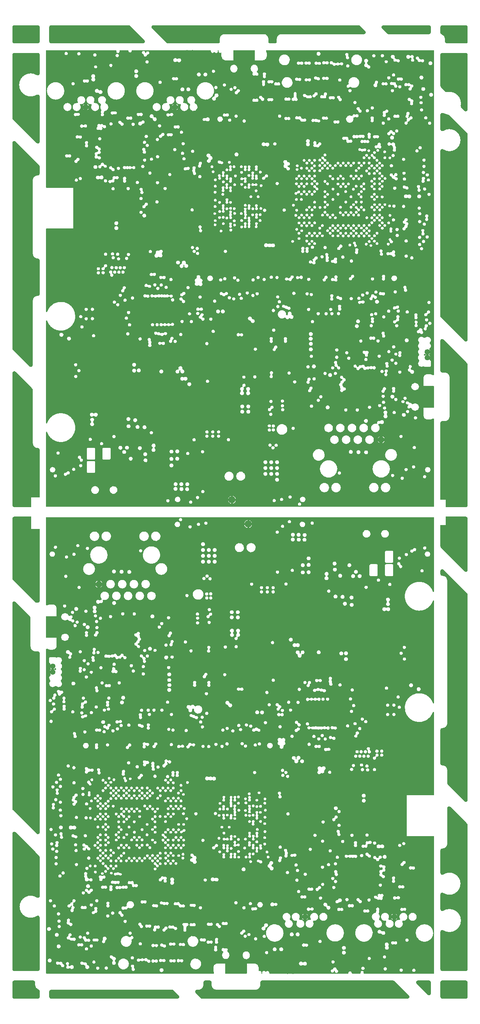
<source format=gbr>
*
%FSLAX45Y45*%
%MOMM*%
%ADD10C,3.332000*%
%ADD11C,0.502920*%
%ADD12C,0.639597*%
%ADD13C,1.300000*%
%ADD14C,0.131598*%
%ADD15C,0.640080*%
%ADD16C,1.300480*%
%ADD17C,1.427480*%
%ADD18C,1.554480*%
%ADD19C,0.665000*%
%ADD20C,0.411000*%
%ADD21C,0.120000*%
%IPPOS*%
%LNl9s_lev.gbr*%
%LPD*%
%SRX1Y1I0J0*%
G01*
G75*
G36*
X004470479Y000722986D02*
Y000710998D01*
G03X004487124Y000660839I000083948J000000017D01*
G02X004478812Y000644245I-000008340J-000006201D01*
G01X000842212D01*
G02X000836600Y000649858I000000388J000006000D01*
G01Y000874991D01*
X001048998D01*
X001049004D01*
G03X001110503Y000847421I000036645J-000000635D01*
G02X001125654Y000846303I000007054J-000007621D01*
G03X001149396Y000832931I000028570J000022964D01*
G02X001158364Y000821711I-000001389J-000010304D01*
G03X001231515Y000819103I000036506J-000003243D01*
G01X001231520D01*
X001288040D01*
X001288049D01*
X001288124D01*
G02X001284808Y000812432I-000010351J000000987D01*
G03X001340589Y000765899I000024776J-000027000D01*
G02X001357967Y000766194I000008786J-000005549D01*
G03X001438952Y000791566I000036717J000024738D01*
G01X001438957D01*
X001686570D01*
X001686600D01*
G03X001768581Y000766167I000044209J-000002310D01*
G01X001920217D01*
X001920223D01*
G03X001920217Y000765531I000036645J-000000635D01*
G03X001993513Y000766167I000036651J000000000D01*
G01X001993519D01*
X002105668D01*
G03X002178933Y000768300I000036620J000001499D01*
G01X002178939D01*
X002436601D01*
G03X002624719Y000809340I000079169J000088773D01*
G01X002677564D01*
X002677570D01*
G03X002696348Y000776702I000036649J-000000635D01*
G02X002699714Y000761556I-000005062J-000009073D01*
G03X002692809Y000740132I000029749J-000021413D01*
G03X002761855Y000722986I000036653J000000006D01*
G01X003299869D01*
X003299874D01*
G03X003299869Y000722351I000044266J-000000631D01*
G03X003388406Y000722986I000044271J000000000D01*
G01X003388411D01*
X004470479D01*
G37*
G36*
X000836600Y000873721D02*
Y000930860D01*
X000868657D01*
X000868662D01*
G03X000868657Y000930225I000044266J-000000631D01*
G03X000957194Y000930860I000044271J000000000D01*
G01X000957199D01*
X001856757D01*
G02X001857325Y000930510I000000000J-000000635D01*
G03X001836829Y000897611I000016155J-000032898D01*
G03X001836835Y000896977I000036651J000000000D01*
G01X001836829D01*
X001640292D01*
G03X001576381Y000871839I-000027262J-000024502D01*
G01X001576376D01*
X001335069D01*
G03X001263229Y000860989I-000035197J-000010216D01*
G01X001263224D01*
X001191540D01*
G02X001190732Y000866019I000009549J000004114D01*
G03X001129373Y000896189I-000036490J000003267D01*
G02X001114222Y000897307I-000007054J000007621D01*
G03X001049004Y000873721I-000028574J-000022951D01*
G01X001048998D01*
X000836600D01*
G37*
G36*
Y000929590D02*
Y001010165D01*
X002216597D01*
X002216616D01*
G03X002253254Y000972873I000036646J-000000641D01*
G03X002255309Y000972921I000000167J000036651D01*
G02X002266173Y000964134I000000601J-000010367D01*
G03X002287290Y000932817I000043758J000006727D01*
G02X002287298Y000914938I-000005276J-000008942D01*
G03X002270477Y000896977I000022630J-000038051D01*
G01X001910131D01*
X001910125D01*
G03X001855573Y000929590I-000036645J000000635D01*
G01X000957199D01*
X000957194D01*
G03X000868657Y000930225I-000044266J000000635D01*
G03X000868662Y000929590I000044271J-000000004D01*
G01X000868657D01*
X000836600D01*
G37*
G36*
Y001008895D02*
Y001185267D01*
X001676809D01*
X001676814D01*
G03X001676809Y001184631I000036645J-000000635D01*
G03X001742285Y001161996I000036651J000000000D01*
G01X004483079D01*
X004483085D01*
G03X004556379Y001161365I000036644J-000000635D01*
G03X004556373Y001162000I-000036626J000000000D01*
G01X004556379D01*
X004648448D01*
G03X004680655Y001130039I000036377J000004448D01*
G02X004686453Y001112027I-000001189J-000010322D01*
G03X004660496Y001053492I000052981J-000058517D01*
G01Y001038505D01*
G03X004678992Y000987731I000078942J000000000D01*
G01X004678464D01*
X002745486D01*
X002745480D01*
G03X002672184Y000988365I-000036645J000000635D01*
G03X002672190Y000987731I000036651J000000000D01*
G01X002672184D01*
X002350861D01*
G03X002300225Y001014055I-000040930J-000016868D01*
G02X002288086Y001020955I-000002261J000010151D01*
G03X002216616Y001008895I-000034823J-000011430D01*
G01X002216597D01*
X000836600D01*
G37*
G36*
Y001183997D02*
Y001239013D01*
X001064669D01*
X001064674D01*
G03X001064669Y001238378I000044266J-000000631D01*
G03X001153206Y001239013I000044271J000000000D01*
G01X001153211D01*
X001532203D01*
G03X001571467Y001244295I000015521J000033198D01*
G02X001584928Y001244308I000006738J-000007924D01*
G03X001634534Y001246227I000023761J000027903D01*
G01X001780949D01*
X001780955D01*
G03X001780949Y001245592I000036645J-000000635D01*
G03X001854245Y001246227I000036651J000000000D01*
G01X001854250D01*
X002512707D01*
G03X002682478Y001294486I000063078J000100845D01*
G01X002845209D01*
X002845215D01*
G03X002845209Y001293852I000036645J-000000635D01*
G03X002892882Y001258898I000036651J000000000D01*
G01X003122680D01*
X003122686D01*
G03X003188036Y001235482I000036643J-000000635D01*
G02X003204345Y001235526I000008172J-000006426D01*
G03X003269684Y001258955I000028697J000022794D01*
G01X003269689D01*
X003313125D01*
G03X003363318Y001232293I000035948J000007097D01*
G02X003376165Y001228261I000004056J-000009559D01*
G03X003443858Y001248366I000031051J000019467D01*
G01X003740030D01*
G03X003777992Y001254203I000014240J000033756D01*
G02X003792567Y001253102I000006733J-000007900D01*
G03X003856931Y001277702I000027723J000023965D01*
G01X003856935D01*
X003929145D01*
G03X004114020Y001267308I000096629J000069362D01*
G01X006396132D01*
X006396137D01*
G03X006456522Y001238758I000036642J-000000635D01*
G02X006469982Y001238771I000006738J-000007924D01*
G03X006530388Y001267311I000023761J000027903D01*
G01X008196680D01*
G03X008208619Y001248703I000042048J000013844D01*
G02X008208946Y001240292I-000004037J-000004368D01*
G03X008197103Y001206857I000032314J-000030260D01*
G01X008197070D01*
X008197054D01*
X007350811D01*
X007350806D01*
G03X007262269Y001207492I-000044266J000000635D01*
G03X007262274Y001206857I000044271J-000000004D01*
G01X007262269D01*
X005975284D01*
G03X005900829Y001174472I-000030184J-000032385D01*
G03X005900834Y001173837I000044271J-000000004D01*
G01X005900829D01*
X005847131D01*
X005847126D01*
G03X005758589Y001174472I-000044266J000000635D01*
G03X005758594Y001173837I000044271J-000000004D01*
G01X005758589D01*
X004784220D01*
G03X004723590Y001193486I-000035892J-000007382D01*
G02X004709571Y001193481I-000007012J000007655D01*
G03X004648177Y001166445I-000024744J-000027036D01*
G03X004648183Y001165810I000036648J000000000D01*
G01X004648177D01*
X004556108D01*
G03X004547643Y001185107I-000036356J-000004443D01*
G02X004547630Y001198567I000007924J000006738D01*
G03X004491813Y001198583I-000027902J000023758D01*
G02X004491826Y001185123I-000007924J-000006738D01*
G03X004490905Y001183997I000027902J-000023762D01*
G01X001750111D01*
X001750105D01*
G03X001676809Y001184631I-000036645J000000635D01*
G03X001676814Y001183997I000036651J000000000D01*
G01X001676809D01*
X000836600D01*
G37*
G36*
Y001237743D02*
Y001424025D01*
X001283111D01*
X001283116D01*
G03X001319760Y001386741I000036643J-000000635D01*
G03X001334620Y001389888I-000000000J000036651D01*
G02X001348810Y001383298I000004214J-000009498D01*
G03X001407713Y001365707I000035158J000010313D01*
G02X001421174Y001365720I000006738J-000007924D01*
G03X001481573Y001394258I000023758J000027902D01*
G01X001481579D01*
X001646894D01*
G03X001654765Y001390874I000018313J000031754D01*
G02X001662057Y001379206I-000002949J-000009955D01*
G03X001721962Y001345260I000036150J-000006035D01*
G02X001735423Y001345273I000006738J-000007924D01*
G03X001795822Y001373811I000023758J000027902D01*
G01X001795828D01*
X001841936D01*
G03X001902302Y001347216I000036623J000001320D01*
G02X001915763Y001347229I000006738J-000007924D01*
G03X001955886Y001342338I000023761J000027903D01*
G01X002047650D01*
X002047655D01*
G03X002120950Y001341704I000036645J-000000635D01*
G03X002120460Y001347706I-000036651J000000026D01*
G01X002120554D01*
X002120565D01*
X002456838D01*
X002456839D01*
G03X002514276Y001245262I000118946J-000000635D01*
G02X002513733Y001244957I-000000543J000000330D01*
G01X001854250D01*
X001854245D01*
G03X001791755Y001271578I-000036645J000000635D01*
G01X001645333D01*
G03X001608685Y001308862I-000036644J000000634D01*
G03X001584943Y001300126I-000000002J-000036626D01*
G02X001571482Y001300113I-000006738J000007924D01*
G03X001511082Y001271576I-000023758J-000027902D01*
G01X001511077D01*
X001138228D01*
G03X001064669Y001238378I-000029288J-000033198D01*
G03X001064674Y001237743I000044271J-000000004D01*
G01X001064669D01*
X000836600D01*
G37*
G36*
Y001422754D02*
Y001489660D01*
X001023597D01*
X001023602D01*
G03X001023597Y001489025I000044266J-000000631D01*
G03X001112134Y001489660I000044271J000000000D01*
G01X001112139D01*
X001317822D01*
X001317823D01*
X001317828D01*
G03X001321052Y001473968I000036628J-000000653D01*
G02X001313392Y001459481I-000009466J-000004264D01*
G03X001283116Y001422754I000006368J-000036092D01*
G01X001283111D01*
X000836600D01*
G37*
G36*
Y001488390D02*
Y001616660D01*
X000853417D01*
X000853422D01*
G03X000853417Y001616025I000044266J-000000631D01*
G03X000937543Y001596750I000044271J000000000D01*
G01X003157616D01*
X003157622D01*
G03X003230887Y001594331I000036652J-000000635D01*
G01X003360958D01*
X003360963D01*
G03X003397607Y001557047I000036643J-000000635D01*
G03X003434135Y001590763I-000000003J000036648D01*
G02X003443664Y001600299I000010361J-000000823D01*
G03X003477380Y001637465I-000002926J000036531D01*
G01X003477386D01*
X003493997D01*
G03X003548120Y001630045I000030380J000020495D01*
G02X003561581Y001630058I000006738J-000007924D01*
G03X003599979Y001624360I000023766J000027925D01*
G02X003614014Y001618026I000004148J-000009525D01*
G03X003685606Y001629763I000034938J000011102D01*
G01X003685612D01*
X003821228D01*
G03X003824224Y001625710I000030887J000019699D01*
G02X003824237Y001612248I-000007924J-000006738D01*
G03X003880055Y001612233I000027902J-000023758D01*
G02X003880042Y001625694I000007924J000006738D01*
G03X003880974Y001626834I-000027901J000023754D01*
G01X005516864D01*
X005516868D01*
G03X005603384Y001639403I000044263J-000000635D01*
G02X005613698Y001652881I000009907J000003104D01*
G03X005659743Y001697748I000001782J000044232D01*
G01X005659748D01*
X005712756D01*
G02X005713314Y001697416I000000000J-000000635D01*
G03X005617616Y001569342I000090511J-000167421D01*
G01X005167020D01*
X005167014D01*
G03X005093841Y001572910I-000036643J000000635D01*
G02X005084312Y001563374I-000010360J000000823D01*
G03X005050596Y001526208I000002927J-000036531D01*
G01X005050592D01*
X002697063D01*
G03X002623797Y001524585I-000036615J-000001623D01*
G01X002623798Y001524356D01*
X002623793D01*
X001775511D01*
X001775505D01*
G03X001702209Y001524991I-000036645J000000635D01*
G03X001702214Y001524356I000036651J000000000D01*
G01X001702209D01*
X001364072D01*
G03X001317828Y001488390I-000009616J-000035349D01*
G01X001317823D01*
X001317822D01*
X001112139D01*
X001112134D01*
G03X001023597Y001489025I-000044266J000000635D01*
G03X001023602Y001488390I000044271J-000000004D01*
G01X001023597D01*
X000836600D01*
G37*
G36*
Y001615390D02*
Y001670000D01*
X001084557D01*
X001084563D01*
G03X001084557Y001669365I000036645J-000000635D01*
G03X001157853Y001670000I000036651J000000000D01*
G01X001157859D01*
X002871574D01*
X002871590D01*
X002871595D01*
G03X002944876Y001668908I000036632J-000001092D01*
G03X002944870Y001669542I-000036673J000000000D01*
G01X002944876D01*
X002988617D01*
G03X003047867Y001650695I000035507J000009068D01*
G02X003061328Y001650708I000006738J-000007924D01*
G03X003121734Y001679248I000023761J000027903D01*
G01X003181664D01*
X003181687D01*
X003182119D01*
G03X003179358Y001641221I000029833J-000021279D01*
G02X003175462Y001627577I-000009232J-000004742D01*
G03X003163093Y001615390I000018811J-000031462D01*
G01X000941959D01*
X000941954D01*
G03X000853417Y001616025I-000044266J000000635D01*
G03X000853422Y001615390I000044271J-000000004D01*
G01X000853417D01*
X000836600D01*
G37*
G36*
Y001668730D02*
Y001749145D01*
X001280570D01*
X001280575D01*
G03X001317219Y001711860I000036644J-000000635D01*
G03X001325381Y001712785I-000000018J000036652D01*
G02X001337737Y001705417I000002337J-000010125D01*
G03X001409746Y001715689I000035363J000009637D01*
G01X001409752D01*
X002837133D01*
G03X002864114Y001683717I000036491J000003424D01*
G02X002871770Y001672644I-000002676J-000010034D01*
G03X002871579Y001668730I000036458J-000003736D01*
G01X002871574D01*
X001157859D01*
X001157853D01*
G03X001084557Y001669365I-000036645J000000635D01*
G03X001084563Y001668730I000036651J000000000D01*
G01X001084557D01*
X000836600D01*
G37*
G36*
Y001747875D02*
Y001787247D01*
X001079909D01*
X001079915D01*
G03X001079909Y001786611I000036645J-000000635D01*
G03X001153205Y001787247I000036651J000000000D01*
G01X001153211D01*
X001293103D01*
G02X001291451Y001774571I-000008953J-000005279D01*
G03X001280575Y001747875I000025768J-000026061D01*
G01X001280570D01*
X000836600D01*
G37*
G36*
Y001785977D02*
Y001899006D01*
X002139089D01*
X002139095D01*
G03X002139089Y001898372I000036645J-000000635D01*
G03X002212385Y001899006I000036651J000000000D01*
G01X002212390D01*
X002450502D01*
G03X002491981Y001880640I000032398J000017146D01*
G01X005973371D01*
X005973374D01*
G03X006034277Y001796677I000087454J-000000635D01*
G02X006039684Y001780896I-000003146J-000009894D01*
G01X002590419D01*
X002590413D01*
G03X002517117Y001781531I-000036645J000000635D01*
G03X002517123Y001780896I000036651J000000000D01*
G01X002517117D01*
X001346569D01*
X001346554D01*
X001346194D01*
G02X001348069Y001783412I000009176J-000004882D01*
G03X001292579Y001788048I-000025760J000026067D01*
G02X001293739Y001785977I-000008430J-000006080D01*
G01X001293448D01*
X001153211D01*
X001153205D01*
G03X001079909Y001786611I-000036645J000000635D01*
G03X001079915Y001785977I000036651J000000000D01*
G01X001079909D01*
X000836600D01*
G37*
G36*
Y001897737D02*
Y001944320D01*
X001069317D01*
X001069323D01*
G03X001069317Y001943685I000036645J-000000635D01*
G03X001142613Y001944320I000036651J000000000D01*
G01X001142619D01*
X001835891D01*
G03X001897407Y001957065I000026926J000024869D01*
G02X001899704Y001960830I000009802J-000003399D01*
G01X002246785D01*
X002246791D01*
G03X002246785Y001960195I000036645J-000000635D01*
G03X002320081Y001960830I000036651J000000000D01*
G01X002320086D01*
X002405790D01*
G03X002437490Y001934207I000035306J000009854D01*
G02X002446739Y001922156I-000000991J-000010336D01*
G03X002451206Y001897737I000036160J-000006003D01*
G01X002450846D01*
X002212390D01*
X002212385D01*
G03X002139089Y001898372I-000036645J000000635D01*
G03X002139095Y001897737I000036651J000000000D01*
G01X002139089D01*
X000836600D01*
G37*
G36*
Y001943050D02*
Y002117040D01*
X000977877D01*
X000977883D01*
G03X000977877Y002116405I000036645J-000000635D01*
G03X001051173Y002117040I000036651J000000000D01*
G01X001051179D01*
X001297917D01*
X001297923D01*
G03X001371170Y002114502I000036646J-000000635D01*
G02X001384085Y002124031I000010366J-000000533D01*
G03X001388113Y002123254I000008951J000035554D01*
G02X001394129Y002105645I-000001351J-000010294D01*
G03X001386662Y002064895I000025990J-000025821D01*
G02X001382358Y002051656I-000009495J-000004232D01*
G03X001434087Y002034794I000018258J-000031766D01*
G02X001438379Y002048025I000009495J000004232D01*
G03X001456727Y002081886I-000018243J000031786D01*
G01X001456758D01*
X001586261D01*
X001586266D01*
G03X001646651Y002053336I000036642J-000000635D01*
G02X001660112Y002053349I000006738J-000007924D01*
G03X001720517Y002081889I000023761J000027903D01*
G01X001884944D01*
X001885377D01*
G03X001887525Y002037189I000030064J-000020957D01*
G02X001887525Y002023713I-000007924J-000006738D01*
G03X001880839Y002012074I000027893J-000023762D01*
G02X001869230Y002005276I-000009796J000003418D01*
G03X001826169Y001968554I-000006413J-000036088D01*
G01X001826164D01*
X001132891D01*
G03X001069317Y001943685I-000026923J-000024869D01*
G03X001069323Y001943050I000036651J000000000D01*
G01X001069317D01*
X000836600D01*
G37*
G36*
Y002115770D02*
Y002231340D01*
X000894057D01*
X000894063D01*
G03X000894057Y002230705I000036645J-000000635D01*
G03X000967353Y002231340I000036651J000000000D01*
G01X000967359D01*
X001404691D01*
X001404702D01*
X001404746D01*
G03X001408868Y002211011I000036520J-000003178D01*
G02X001398212Y002195870I-000009172J-000004866D01*
G03X001356386Y002161488I-000005220J-000036281D01*
G02X001343471Y002151959I-000010366J000000532D01*
G03X001297923Y002115770I-000008902J-000035554D01*
G01X001297917D01*
X001051179D01*
X001051173D01*
G03X000977877Y002116405I-000036645J000000635D01*
G03X000977883Y002115770I000036651J000000000D01*
G01X000977877D01*
X000836600D01*
G37*
G36*
Y002230070D02*
Y002313026D01*
X006359048D01*
X006359053D01*
G03X006419438Y002284476I000036642J-000000635D01*
G02X006432898Y002284489I000006738J-000007924D01*
G03X006485486Y002289760I000023761J000027903D01*
G01X006762346D01*
X006762352D01*
G03X006762346Y002289125I000036645J-000000635D01*
G03X006835642Y002289760I000036651J000000000D01*
G01X006835648D01*
X007359843D01*
G02X007360432Y002289363I000000000J-000000635D01*
G03X007337225Y002255267I000013443J-000034096D01*
G03X007337230Y002254632I000036651J000000000D01*
G01X007337225D01*
X007261496D01*
G03X007220180Y002283002I-000041317J-000015901D01*
G03X007177801Y002251507I000000005J-000044267D01*
G02X007165927Y002244293I-000009948J000002996D01*
G03X007122564Y002207624I-000006714J-000036034D01*
G01X007122558D01*
X004989114D01*
G03X004923640Y002184985I-000028823J-000022639D01*
G03X004923646Y002184350I000036651J000000000D01*
G01X004923640D01*
X003737386D01*
G03X003681738Y002194206I-000031894J-000018053D01*
G02X003668278Y002194193I-000006738J000007924D01*
G03X003608008Y002169440I-000023758J-000027902D01*
G01X003499583D01*
X003499578D01*
G03X003439194Y002197991I-000036641J000000635D01*
G02X003425733Y002197977I-000006738J000007924D01*
G03X003384577Y002202334I-000023760J-000027890D01*
G02X003371400Y002205125I-000004948J000009142D01*
G03X003312111Y002203530I-000029066J-000022326D01*
G01X003021251D01*
G03X002984603Y002240813I-000036644J000000634D01*
G03X002960861Y002232077I-000000002J-000036626D01*
G02X002947400Y002232064I-000006738J000007924D01*
G03X002898136Y002230477I-000023758J-000027902D01*
G01X001974596D01*
X001974590D01*
G03X001901294Y002231111I-000036645J000000635D01*
G03X001901300Y002230477I000036651J000000000D01*
G01X001901294D01*
X001477852D01*
G03X001404658Y002230070I-000036585J-000002315D01*
G01X000967359D01*
X000967353D01*
G03X000894057Y002230705I-000036645J000000635D01*
G03X000894063Y002230070I000036651J000000000D01*
G01X000894057D01*
X000836600D01*
G37*
G36*
Y002311756D02*
Y002401520D01*
X001607797D01*
X001607803D01*
G03X001607797Y002400885I000036645J-000000635D01*
G03X001681093Y002401520I000036651J000000000D01*
G01X001681099D01*
X001734298D01*
G03X001805534Y002412573I000034604J000012062D01*
G02X001816309Y002422678I000010391J-000000282D01*
G03X001837611Y002428596I000001299J000036624D01*
G01X006286477D01*
X006286483D01*
G03X006286477Y002427962I000036645J-000000635D01*
G03X006359773Y002428596I000036651J000000000D01*
G01X006359779D01*
X009263154D01*
Y002342234D01*
X008171212D01*
X008171206D01*
G03X008110604Y002370601I-000036643J000000635D01*
G02X008102449Y002370925I-000003906J000004477D01*
G03X008045675Y002325048I-000026291J-000025532D01*
G02X008042882Y002316205I-000004922J-000003308D01*
G03X008042124Y002315902I000013249J-000034188D01*
G02X008028676Y002321512I-000003872J000009641D01*
G03X007958217Y002306683I-000033803J-000014194D01*
G01X007958212D01*
X006831168D01*
G03X006770170Y002311759I-000032171J-000017558D01*
G01X006493304D01*
G03X006456656Y002349042I-000036644J000000634D01*
G03X006432914Y002340307I-000000002J-000036626D01*
G02X006419453Y002340294I-000006738J000007924D01*
G03X006359053Y002311756I-000023758J-000027902D01*
G01X006359048D01*
X000836600D01*
G37*
G36*
Y002400250D02*
Y002457379D01*
X001676441D01*
X001676446D01*
G03X001720004Y002420772I000036628J-000000635D01*
G02X001732329Y002411266I000001958J-000010204D01*
G03X001734767Y002400250I000036573J000002316D01*
G01X001734535D01*
X001734516D01*
X001681099D01*
X001681093D01*
G03X001607797Y002400885I-000036645J000000635D01*
G03X001607803Y002400250I000036651J000000000D01*
G01X001607797D01*
X000836600D01*
G37*
G36*
Y002456109D02*
Y002546707D01*
X001702209D01*
X001702213D01*
G03X001702209Y002546072I000044266J-000000631D01*
G03X001785693Y002525523I000044271J000000000D01*
G01X002028145D01*
X002028151D01*
G03X002088535Y002496972I000036641J-000000635D01*
G02X002101996Y002496986I000006738J-000007924D01*
G03X002162401Y002525526I000023761J000027903D01*
G01X002208609D01*
G03X002216303Y002510442I000035609J000008660D01*
G02X002216316Y002496981I-000007924J-000006738D01*
G03X002207575Y002472586I000027903J-000023761D01*
G01X002207570D01*
X001851763D01*
G03X001780974Y002460319I-000034156J-000013283D01*
G02X001770199Y002450211I-000010391J000000281D01*
G03X001768906Y002450236I-000001334J-000036627D01*
G03X001761958Y002449578I-000000036J-000036652D01*
G02X001749633Y002459083I-000001958J000010204D01*
G03X001676446Y002456109I-000036559J-000002339D01*
G01X001676441D01*
X000836600D01*
G37*
G36*
Y002545436D02*
Y002630122D01*
X002240250D01*
X002240256D01*
G03X002299870Y002600911I000036653J-000000635D01*
G02X002313409Y002600437I000006494J-000008104D01*
G03X002362042Y002599436I000024880J000026890D01*
G02X002375502Y002599449I000006738J-000007924D01*
G03X002435766Y002624125I000023758J000027902D01*
G01X002606456D01*
X002606461D01*
G03X002667197Y002595883I000036639J-000000635D01*
G02X002680891Y002595893I000006853J-000007826D01*
G03X002693532Y002588669I000024140J000027569D01*
G02X002699678Y002574390I-000003261J-000009865D01*
G03X002724556Y002523063I000033150J-000015625D01*
G02X002723939Y002522577I-000000617J000000149D01*
G01X002608628D01*
X002608622D01*
G03X002548238Y002551127I-000036642J000000635D01*
G02X002534777Y002551114I-000006738J000007924D01*
G03X002481190Y002544508I-000023761J-000027903D01*
G02X002465474Y002543065I-000008476J000006009D01*
G03X002439900Y002553462I-000025573J-000026255D01*
G03X002416158Y002544726I-000000002J-000036626D01*
G02X002402697Y002544713I-000006738J000007924D01*
G03X002342297Y002516176I-000023758J-000027902D01*
G01X002342292D01*
X002276484D01*
X002276134D01*
G03X002208942Y002524256I-000031916J000018010D01*
G01X002208770D01*
X002162401D01*
G03X002125752Y002561538I-000036644J000000634D01*
G03X002102011Y002552803I-000000002J-000036626D01*
G02X002088550Y002552790I-000006738J000007924D01*
G03X002034448Y002545436I-000023758J-000027902D01*
G01X001790751D01*
X001790746D01*
G03X001702209Y002546072I-000044266J000000635D01*
G03X001702213Y002545436I000044271J-000000004D01*
G01X001702209D01*
X000836600D01*
G37*
G36*
Y002628852D02*
Y002767534D01*
X001100255D01*
X001100260D01*
G03X001100255Y002766899I000036645J-000000635D01*
G03X001172240Y002757167I000036651J000000000D01*
G01X001658724D01*
X001658729D01*
G03X001677537Y002724522I000036634J-000000635D01*
G02X001681794Y002710881I-000005070J-000009066D01*
G03X001759025Y002667820I000039670J-000019640D01*
G02X001777162Y002666929I000008821J-000005493D01*
G03X001846628Y002683867I000032823J000016304D01*
G01X001846634D01*
X001989375D01*
G03X002061426Y002683460I000036064J000006570D01*
G01X003281657D01*
X003281663D01*
G03X003318308Y002646174I000036645J-000000635D01*
G03X003354885Y002680325I-000000006J000036670D01*
G02X003364580Y002689985I000010360J-000000702D01*
G03X003380957Y002695031I-000002305J000036579D01*
G02X003394220Y002692773I000005303J-000008931D01*
G02X003394771Y002678817I-000007434J-000007283D01*
G03X003459532Y002655927I000028111J-000023525D01*
G01X003459537D01*
X003545492D01*
G02X003543833Y002650882I-000005873J-000000864D01*
G03X003605022Y002586940I000031450J-000031152D01*
G01X006809717D01*
X006809723D01*
G03X006809717Y002586305I000036645J-000000635D01*
G03X006822920Y002558137I000036651J000000000D01*
G01X006822177D01*
X002830446D01*
X002830441D01*
G03X002770056Y002586687I-000036642J000000635D01*
G02X002756587Y002586681I-000006738J000007924D01*
G03X002744320Y002593588I-000023778J-000027882D01*
G02X002738160Y002607872I000003247J000009870D01*
G03X002680903Y002651098I-000033145J000015632D01*
G02X002667208Y002651088I-000006853J000007825D01*
G03X002606598Y002626717I-000024108J-000027597D01*
G01X002435908D01*
X002435902D01*
G03X002375518Y002655267I-000036642J000000635D01*
G02X002362057Y002655254I-000006738J000007924D01*
G03X002315338Y002655925I-000023766J-000027928D01*
G02X002301798Y002656399I-000006494J000008104D01*
G03X002240256Y002628852I-000024890J-000026913D01*
G01X002240250D01*
X000836600D01*
G37*
G36*
Y002766264D02*
Y002833320D01*
X001168377D01*
X001168383D01*
G03X001168377Y002832685I000036645J-000000635D01*
G03X001241673Y002833320I000036651J000000000D01*
G01X001241679D01*
X001662011D01*
X001662037D01*
X001662320D01*
G03X001667460Y002793754I000033055J-000015823D01*
G02X001667460Y002780278I-000007924J-000006738D01*
G03X001660040Y002766264I000027903J-000023746D01*
G01X001173556D01*
X001173551D01*
G03X001100255Y002766899I-000036645J000000635D01*
G03X001100260Y002766264I000036651J000000000D01*
G01X001100255D01*
X000836600D01*
G37*
G36*
Y002832050D02*
Y002934844D01*
X001686461D01*
X001686466D01*
G03X001686461Y002934209I000036645J-000000635D01*
G03X001759757Y002934844I000036651J000000000D01*
G01X001759762D01*
X002149586D01*
X002149597D01*
X002149691D01*
G03X002212396Y002930245I000031137J-000005234D01*
G01X002212403D01*
X002267512D01*
X002267518D01*
G03X002267512Y002929612I000031565J-000000628D01*
G03X002329732Y002922042I000031571J000000000D01*
G01X003172615D01*
X003172622D01*
G03X003172615Y002921407I000031564J-000000641D01*
G03X003234449Y002912416I000031571J000000000D01*
G01X005082898D01*
X005082903D01*
G03X005082898Y002911780I000044266J-000000631D01*
G03X005114281Y002869427I000044271J000000000D01*
G02X005113675Y002868981I-000000606J000000189D01*
G01X002160321D01*
X002160314D01*
G03X002097179Y002869617I-000031564J000000635D01*
G03X002097186Y002868981I000031571J000000006D01*
G01X002097179D01*
X001933964D01*
G03X001874929Y002853412I-000027464J-000015570D01*
G03X001874935Y002852776I000031571J000000006D01*
G01X001874929D01*
X001705291D01*
G03X001661742Y002832050I-000009917J-000035280D01*
G01X001241679D01*
X001241673D01*
G03X001168377Y002832685I-000036645J000000635D01*
G03X001168383Y002832050I000036651J000000000D01*
G01X001168377D01*
X000836600D01*
G37*
G36*
Y002933574D02*
Y003033980D01*
X001015977D01*
X001015983D01*
G03X001015977Y003033345I000036645J-000000635D01*
G03X001085021Y003016200I000036651J000000000D01*
G01X001458369D01*
X001458375D01*
G03X001458369Y003015565I000036645J-000000635D01*
G03X001516886Y002986152I000036651J000000000D01*
G01X001762991D01*
X001762998D01*
G03X001762991Y002985517I000031564J-000000641D01*
G03X001826062Y002983409I000031571J000000000D01*
G01X001871475D01*
X001871481D01*
G03X001871475Y002982773I000031564J-000000641D01*
G03X001934610Y002983409I000031571J000000000D01*
G01X001934616D01*
X002098615D01*
X002098621D01*
G03X002138143Y002952219I000031568J-000000634D01*
G02X002150704Y002939068I000002640J-000010053D01*
G03X002149504Y002933574I000030125J-000009457D01*
G01X001759762D01*
X001759757D01*
G03X001686461Y002934209I-000036645J000000635D01*
G03X001686466Y002933574I000036651J000000000D01*
G01X001686461D01*
X000836600D01*
G37*
G36*
Y003032710D02*
Y003099766D01*
X001984657D01*
X001984664D01*
G03X001984657Y003099131I000031564J-000000641D01*
G03X002047721Y003096921I000031571J000000000D01*
G01X002212267D01*
X002212273D01*
G03X002212267Y003096286I000031564J-000000641D01*
G03X002275408Y003096286I000031571J000000000D01*
G01X002324077D01*
X002324084D01*
G03X002324077Y003095651I000031564J-000000641D01*
G03X002387180Y003094076I000031571J000000000D01*
G01X002432459D01*
X002432466D01*
G03X002432459Y003093442I000031564J-000000641D01*
G03X002495594Y003094076I000031571J000000000D01*
G01X002495600D01*
X002550568D01*
G03X002613482Y003097886I000031343J000003784D01*
G01X002613488D01*
X002663497D01*
X002663504D01*
G03X002663497Y003097252I000031564J-000000641D01*
G03X002726633Y003097886I000031571J000000000D01*
G01X002726639D01*
X002776623D01*
X002776630D01*
X002776629Y003097683D01*
G03X002839764Y003098318I000031571J000000000D01*
G01X002839771D01*
X002889774D01*
G03X002952873Y003097886I000031558J000000914D01*
G01X003116049D01*
X003116056D01*
G03X003116049Y003097252I000031564J-000000641D01*
G03X003179143Y003095524I000031571J000000000D01*
G01X003229181D01*
X003229187D01*
G03X003229181Y003094889I000031564J-000000641D01*
G03X003292316Y003095524I000031571J000000000D01*
G01X003292322D01*
X003455650D01*
G03X003518782Y003096540I000031568J000000381D01*
G01X003518789D01*
X003565756D01*
X003565763D01*
G03X003565756Y003095905I000031564J-000000641D01*
G03X003628891Y003096540I000031571J000000000D01*
G01X003628898D01*
X003967486D01*
G03X004009462Y003076550I000034553J000018489D01*
G02X004021718Y003067897I000001978J-000010205D01*
G03X004038975Y003038955I000043788J000006493D01*
G02X004038470Y003038705I-000000505J000000384D01*
G01X003689070D01*
X003689064D01*
G03X003625929Y003039340I-000031564J000000635D01*
G03X003625935Y003038705I000031571J000000006D01*
G01X003625929D01*
X003573856D01*
X003573850D01*
G03X003510714Y003039340I-000031564J000000635D01*
G03X003510721Y003038705I000031571J000000006D01*
G01X003510714D01*
X003461898D01*
X003461891D01*
G03X003398751Y003039009I-000031569J000000305D01*
G03X003398758Y003038374I000031571J000000006D01*
G01X003398751D01*
X003346997D01*
G03X003284223Y003033573I-000031203J-000004801D01*
G03X003284229Y003032939I000031571J000000006D01*
G01X003284223D01*
X003235650D01*
X003235631D01*
X003235580D01*
G03X003172747Y003038705I-000031376J000003327D01*
G01X002105711D01*
X002105704D01*
G03X002042569Y003039340I-000031564J000000635D01*
G03X002042575Y003038705I000031571J000000006D01*
G01X002042569D01*
X001523442D01*
G03X001462627Y003032710I-000028423J-000023140D01*
G01X001089279D01*
X001089273D01*
G03X001015977Y003033345I-000036645J000000635D01*
G03X001015983Y003032710I000036651J000000000D01*
G01X001015977D01*
X000836600D01*
G37*
G36*
Y003098496D02*
Y003171140D01*
X001015977D01*
X001015983D01*
G03X001015977Y003170505I000036645J-000000635D01*
G03X001086143Y003155671I000036651J000000000D01*
G01X001724409D01*
X001724414D01*
G03X001724409Y003155036I000036645J-000000635D01*
G03X001797694Y003153944I000036651J000000000D01*
G01X001928091D01*
X001928098D01*
G03X001928091Y003153309I000031564J-000000641D01*
G03X001991164Y003151227I000031571J000000000D01*
G01X002041223D01*
X002041229D01*
G03X002041223Y003150592I000031564J-000000641D01*
G03X002104358Y003151227I000031571J000000000D01*
G01X002104364D01*
X002157184D01*
G03X002219945Y003153640I000031256J000004445D01*
G01X002380643D01*
X002380650D01*
G03X002380643Y003153004I000031564J-000000641D01*
G03X002443784Y003152826I000031571J000000000D01*
G01X002606932D01*
X002606938D01*
G03X002606932Y003152192I000031564J-000000641D01*
G03X002670067Y003152826I000031571J000000000D01*
G01X002670073D01*
X002720063D01*
X002720070D01*
G03X002720063Y003152192I000031564J-000000641D01*
G03X002783198Y003152826I000031571J000000000D01*
G01X002783205D01*
X002833195D01*
X002833201D01*
G03X002833195Y003152192I000031564J-000000641D01*
G03X002896330Y003152826I000031571J000000000D01*
G01X002896336D01*
X002946327D01*
X002946333D01*
G03X002946327Y003152192I000031564J-000000641D01*
G03X003009462Y003152826I000031571J000000000D01*
G01X003009468D01*
X003060419D01*
X003060425D01*
G03X003060423Y003152471I000031569J-000000355D01*
G03X003123558Y003153106I000031571J000000000D01*
G01X003123565D01*
X003174977D01*
X003174984D01*
G03X003174977Y003152471I000031564J-000000641D01*
G03X003238108Y003151658I000031571J000000000D01*
G01X003285747D01*
X003285753D01*
G03X003285747Y003151023I000031564J-000000641D01*
G03X003348882Y003151658I000031571J000000000D01*
G01X003348888D01*
X003403583D01*
G03X003466143Y003156561I000031006J000005944D01*
G01X003775611D01*
X003775618D01*
G03X003775611Y003155925I000031564J-000000641D01*
G03X003838746Y003156561I000031571J000000000D01*
G01X003838752D01*
X004014571D01*
G02X004015066Y003156324I000000000J-000000635D01*
G02X004006992Y003153904I-000006763J000007885D01*
G03X003962855Y003114395I-000004953J-000038875D01*
G01X003962850D01*
X003622917D01*
G03X003565756Y003095905I-000025590J-000018489D01*
G03X003565763Y003095270I000031571J000000006D01*
G01X003565756D01*
X003518789D01*
X003518782D01*
G03X003455647Y003095905I-000031564J000000635D01*
G03X003455654Y003095270I000031571J000000006D01*
G01X003455647D01*
X003292320D01*
G03X003229228Y003096616I-000031568J-000000381D01*
G01X003179191D01*
X003179184D01*
G03X003116078Y003098597I-000031564J000000635D01*
G01X002952902D01*
X002952896D01*
G03X002889761Y003099233I-000031564J000000635D01*
G03X002889767Y003098597I000031571J000000006D01*
G01X002889761D01*
X002839757D01*
G03X002776629Y003097683I-000031558J-000000914D01*
G03X002776635Y003097048I000031571J000000006D01*
G01X002776629D01*
X002726645D01*
X002726638D01*
G03X002663497Y003097252I-000031570J000000203D01*
G01Y003097226D01*
X002663491D01*
X002613482D01*
X002613476D01*
G03X002550340Y003097861I-000031564J000000635D01*
G03X002550347Y003097226I000031571J000000006D01*
G01X002550340D01*
X002495373D01*
G03X002432498Y003095016I-000031343J-000003784D01*
G01X002387219D01*
X002387212D01*
G03X002324077Y003095651I-000031564J000000635D01*
G01X002275408D01*
X002275402D01*
G03X002212344Y003098496I-000031564J000000635D01*
G01X002047799D01*
X002047792D01*
G03X001984657Y003099131I-000031564J000000635D01*
G03X001984664Y003098496I000031571J000000006D01*
G01X001984657D01*
X000836600D01*
G37*
G36*
Y003169870D02*
Y003209646D01*
X001984657D01*
X001984664D01*
G03X001984657Y003209011I000031564J-000000641D01*
G03X002047741Y003207106I000031571J000000000D01*
G01X002098474D01*
X002098481D01*
G03X002098474Y003206472I000031564J-000000641D01*
G03X002161610Y003207106I000031571J000000000D01*
G01X002161616D01*
X002211344D01*
G03X002273638Y003207106I000031147J000005156D01*
G01X002437209D01*
X002437215D01*
G03X002437209Y003206472I000031564J-000000641D01*
G03X002500344Y003207106I000031571J000000000D01*
G01X002500350D01*
X003004804D01*
G03X003067932Y003208377I000031564J000000635D01*
G01X003067939D01*
X003116289D01*
G03X003179130Y003210307I000031331J000003886D01*
G01X003228952D01*
X003228959D01*
G03X003228952Y003209672I000031564J-000000641D01*
G03X003292094Y003209672I000031571J000000000D01*
G01X003458391D01*
X003458397D01*
G03X003458391Y003209037I000031564J-000000641D01*
G03X003521526Y003209672I000031571J000000000D01*
G01X003521532D01*
X003566785D01*
G03X003629901Y003209672I000031558J000000889D01*
G01X003683689D01*
X003683695D01*
G03X003683689Y003209037I000031564J-000000641D01*
G03X003746824Y003209672I000031571J000000000D01*
G01X003746830D01*
X003801132D01*
G03X003843064Y003240126I000010368J000029820D01*
G01X003843070D01*
X003970993D01*
X003971016D01*
X003971419D01*
G03X004004536Y003179981I000033124J-000020952D01*
G03X004007799Y003180126I-000000112J000039191D01*
G02X004019008Y003168519I000000885J-000010362D01*
G03X004018689Y003164024I000043951J-000005383D01*
G02X004013629Y003155290I-000010386J000000185D01*
G01X003838752D01*
X003838746D01*
G03X003775628Y003156967I-000031564J000000635D01*
G01X003466160D01*
X003466154D01*
G03X003403018Y003157602I-000031564J000000635D01*
G03X003403025Y003156967I000031571J000000006D01*
G01X003403018D01*
X003348324D01*
G03X003285757Y003151836I-000031006J-000005944D01*
G01X003238119D01*
X003238112D01*
G03X003174977Y003152471I-000031564J000000635D01*
G03X003174984Y003151836I000031571J000000006D01*
G01X003174977D01*
X003123565D01*
X003123558D01*
G03X003060423Y003152471I-000031564J000000635D01*
G03X003060430Y003151836I000031571J000000006D01*
G01X003060423D01*
X003009472D01*
X003009466D01*
G03X002946327Y003152192I-000031569J000000355D01*
G03X002946333Y003151557I000031571J000000006D01*
G01X002946327D01*
X002896336D01*
X002896330D01*
G03X002833195Y003152192I-000031564J000000635D01*
G03X002833201Y003151557I000031571J000000006D01*
G01X002833195D01*
X002783205D01*
X002783198D01*
G03X002720063Y003152192I-000031564J000000635D01*
G03X002720070Y003151557I000031571J000000006D01*
G01X002720063D01*
X002670073D01*
X002670067D01*
G03X002606932Y003152369I-000031564J000000635D01*
G01X002443785D01*
X002443778D01*
G03X002380709Y003155036I-000031564J000000635D01*
G01X002220010D01*
X002220004D01*
G03X002156869Y003155671I-000031564J000000635D01*
G03X002156876Y003155036I000031571J000000006D01*
G01X002156869D01*
X002104050D01*
G03X002041291Y003152674I-000031256J-000004445D01*
G01X001991233D01*
X001991226D01*
G03X001928110Y003154402I-000031564J000000635D01*
G01X001797710D01*
X001797705D01*
G03X001727545Y003169870I-000036645J000000635D01*
G01X001089279D01*
X001089273D01*
G03X001015977Y003170505I-000036645J000000635D01*
G03X001015983Y003169870I000036651J000000000D01*
G01X001015977D01*
X000836600D01*
G37*
G36*
Y003208377D02*
Y003301874D01*
X001028677D01*
X001028683D01*
G03X001028677Y003301239I000036645J-000000635D01*
G03X001073891Y003265603I000036651J000000000D01*
G01X002040689D01*
X002040696D01*
G03X002040689Y003264968I000031564J-000000641D01*
G03X002103824Y003265603I000031571J000000000D01*
G01X002103831D01*
X002267815D01*
G03X002329876Y003263012I000031267J000004369D01*
G01X002493775D01*
X002493781D01*
G03X002493775Y003262377I000031564J-000000641D01*
G03X002556910Y003263012I000031571J000000000D01*
G01X002556916D01*
X003283993D01*
X003283995D01*
X003283999D01*
G03X003283994Y003262427I000031565J-000000589D01*
G03X003347129Y003263063I000031571J000000000D01*
G01X003347136D01*
X003401724D01*
G03X003464757Y003266237I000031469J000002540D01*
G01X003464763D01*
X003513686D01*
X003513693D01*
G03X003513686Y003265603I000031564J-000000641D01*
G03X003576821Y003266237I000031571J000000000D01*
G01X003576828D01*
X003793743D01*
G02X003794282Y003265954I000000010J-000000635D01*
G03X003779929Y003239491I000017218J-000026463D01*
G03X003779936Y003238857I000031571J000000006D01*
G01X003779929D01*
X003725627D01*
G03X003683701Y003209926I-000010368J-000029820D01*
G01X003629914D01*
X003629907D01*
G03X003566772Y003210561I-000031564J000000635D01*
G03X003566779Y003209926I000031571J000000006D01*
G01X003566772D01*
X003521520D01*
G03X003458391Y003209037I-000031558J-000000889D01*
G01X003292094D01*
X003292087D01*
G03X003229013Y003211627I-000031564J000000635D01*
G01X003179191D01*
X003179184D01*
G03X003116049Y003212263I-000031564J000000635D01*
G03X003116056Y003211627I000031571J000000006D01*
G01X003116049D01*
X003067699D01*
G03X003004797Y003207741I-000031331J-000003886D01*
G03X003004804Y003207106I000031571J000000006D01*
G01X003004797D01*
X002500344D01*
G03X002437633Y003211627I-000031564J-000000635D01*
G01X002274062D01*
X002274055D01*
G03X002210920Y003212263I-000031564J000000635D01*
G03X002210927Y003211627I000031571J000000006D01*
G01X002210920D01*
X002161192D01*
G03X002098532Y003208377I-000031147J-000005156D01*
G01X002047799D01*
X002047792D01*
G03X001984657Y003209011I-000031564J000000635D01*
G03X001984664Y003208377I000031571J000000006D01*
G01X001984657D01*
X000836600D01*
G37*
G36*
Y003300604D02*
Y003354020D01*
X000944857D01*
X000944863D01*
G03X000944857Y003353385I000036645J-000000635D01*
G03X001018153Y003354020I000036651J000000000D01*
G01X001018159D01*
X001471063D01*
G02X001471638Y003353656I000000000J-000000635D01*
G03X001450317Y003320365I000015330J-000033291D01*
G03X001450323Y003319730I000036651J000000000D01*
G01X001450317D01*
X001096972D01*
G03X001028677Y003301239I-000031644J-000018491D01*
G03X001028683Y003300604I000036651J000000000D01*
G01X001028677D01*
X000836600D01*
G37*
G36*
Y003352750D02*
Y003463647D01*
X000919889D01*
X000919895D01*
G03X000919889Y003463011I000036645J-000000635D01*
G03X000972919Y003430224I000036651J000000000D01*
G01X001029106D01*
X001029112D01*
G03X001102410Y003429584I000036647J-000000635D01*
G03X001098803Y003445460I-000036649J000000021D01*
G01X001099089D01*
X001099112D01*
X001440589D01*
X001440595D01*
G03X001440589Y003444825I000036645J-000000635D01*
G03X001513219Y003437841I000036651J000000000D01*
G01X001620517D01*
X001620522D01*
G03X001667811Y003402140I000036641J-000000635D01*
G02X001680698Y003395403I000003005J-000009946D01*
G03X001681163Y003394084I000034800J000011507D01*
G02X001674060Y003386301I-000005576J-000002043D01*
G03X001645011Y003320018I-000009273J-000035443D01*
G02X001644479Y003319730I-000000531J000000348D01*
G01X001523619D01*
X001523613D01*
G03X001469807Y003352750I-000036645J000000635D01*
G01X001018159D01*
X001018153D01*
G03X000944857Y003353385I-000036645J000000635D01*
G03X000944863Y003352750I000036651J000000000D01*
G01X000944857D01*
X000836600D01*
G37*
G36*
Y003462377D02*
Y003549092D01*
X001984225D01*
X001984232D01*
G03X001984225Y003548457I000031564J-000000641D01*
G03X002047360Y003549092I000031571J000000000D01*
G01X002047367D01*
X002097205D01*
X002097211D01*
G03X002097205Y003548457I000031564J-000000641D01*
G03X002160340Y003549092I000031571J000000000D01*
G01X002160346D01*
X002328472D01*
X002328478D01*
G03X002328472Y003548457I000031564J-000000641D01*
G03X002391607Y003549092I000031571J000000000D01*
G01X002391613D01*
X002663590D01*
G03X002726585Y003549651I000031478J000002413D01*
G01X002775994D01*
X002776001D01*
G03X002775994Y003549016I000031564J-000000641D01*
G03X002839129Y003549651I000031571J000000000D01*
G01X002839135D01*
X002889849D01*
G03X002952767Y003549092I000031482J000002362D01*
G01X003116735D01*
X003116742D01*
G03X003116735Y003548457I000031564J-000000641D01*
G03X003179816Y003546501I000031571J000000000D01*
G01X003344243D01*
X003344249D01*
G03X003344243Y003545866I000031564J-000000641D01*
G03X003407378Y003546501I000031571J000000000D01*
G01X003407384D01*
X003455856D01*
G03X003518935Y003549016I000031515J000001880D01*
G01X003518941D01*
X003568523D01*
X003568526D01*
X003568530D01*
G03X003568525Y003548457I000031566J-000000562D01*
G03X003631626Y003546857I000031571J000000000D01*
G01X003683435D01*
X003683441D01*
G03X003683435Y003546222I000031564J-000000641D01*
G03X003746569Y003546857I000031571J000000000D01*
G01X003746576D01*
X003792974D01*
G03X003855486Y003542387I000031530J000001600D01*
G01X004206649D01*
X004206655D01*
G03X004206649Y003541751I000036645J-000000635D01*
G03X004279945Y003542387I000036651J000000000D01*
G01X004279951D01*
X004683228D01*
G03X004728252Y003551372I000018268J000025759D01*
G02X004746134Y003550913I000008806J-000005506D01*
G03X004773754Y003534666I000027618J000015350D01*
G03X004805305Y003566872I-000000013J000031571D01*
G01X004805312D01*
X004822703D01*
G03X004885283Y003561335I000031568J000000381D01*
G01X004983788D01*
X004983794D01*
G03X004983788Y003560700I000031564J-000000641D01*
G03X005046922Y003561335I000031571J000000000D01*
G01X005046929D01*
X005136512D01*
G03X005198576Y003565250I000030687J000007417D01*
G01X005306470D01*
X005306476D01*
G03X005356622Y003590138I000031565J-000000635D01*
G02X005356673Y003606978I000006106J000008402D01*
G03X005369810Y003631290I-000018405J000025651D01*
G01X005385218D01*
X005385225D01*
G03X005427399Y003600934I000031555J-000000635D01*
G01X005555389D01*
X005555395D01*
G03X005555389Y003600298I000031564J-000000641D01*
G03X005618524Y003600934I000031571J000000000D01*
G01X005618530D01*
X009263154D01*
Y003467456D01*
X008643671D01*
X008643665D01*
G03X008573405Y003482696I-000036645J000000635D01*
G01X008011211D01*
X008011205D01*
G03X007940111Y003495844I-000036645J000000635D01*
G01X007911655D01*
X007911649D01*
G03X007847468Y003520670I-000036647J000000635D01*
G02X007834148Y003518732I-000007799J000006859D01*
G03X007777991Y003487700I-000019505J-000031031D01*
G03X007784445Y003466927I000036651J-000000001D01*
G02X007777776Y003450822I-000008561J-000005889D01*
G03X007760598Y003442667I000006587J-000036046D01*
G02X007747136Y003442654I-000006739J000007924D01*
G03X007689344Y003428341I-000023758J-000027902D01*
G01X007595412D01*
X007595407D01*
G03X007595412Y003428975I-000036644J000000635D01*
G03X007586677Y003452717I-000036626J000000002D01*
G02X007586664Y003466178I000007924J000006738D01*
G03X007535017Y003517850I-000027902J000023758D01*
G01X007317359D01*
X007317353D01*
G03X007244328Y003522930I-000036645J000000635D01*
G01X006880530D01*
X006880524D01*
G03X006807228Y003523565I-000036645J000000635D01*
G03X006807234Y003522930I000036651J000000000D01*
G01X006807228D01*
X005441134D01*
G03X005382187Y003507208I-000027377J-000015722D01*
G03X005382193Y003506573I000031571J000000006D01*
G01X005382187D01*
X005285196D01*
G03X005231903Y003474364I-000029350J-000011632D01*
G02X005231272Y003460142I-000007884J-000006775D01*
G03X005221790Y003440577I000021932J-000022709D01*
G01X005044565D01*
X005044558D01*
G03X004983607Y003452758I-000031566J000000635D01*
G02X004965148Y003451029I-000009667J000003802D01*
G03X004956220Y003460299I-000026721J-000016801D01*
G02X004955782Y003477170I000005850J000008593D01*
G03X004905214Y003501719I-000019017J000025184D01*
G01X004905208D01*
X003458749D01*
G03X003397380Y003495472I-000030002J-000009827D01*
G01X003236214D01*
X003236207D01*
G03X003173072Y003496108I-000031564J000000635D01*
G03X003173079Y003495472I000031571J000000006D01*
G01X003173072D01*
X002219959D01*
G03X002157021Y003491891I-000031367J-000003581D01*
G03X002157028Y003491256I000031571J000000006D01*
G01X002157021D01*
X001988439D01*
X001988432D01*
G03X001925312Y003492837I-000031564J000000635D01*
G01X001108750D01*
X001108745D01*
G03X001042975Y003471237I-000036641J000000635D01*
G02X001044786Y003462377I-000008255J-000006303D01*
G01X000993190D01*
X000993185D01*
G03X000919889Y003463011I-000036645J000000635D01*
G03X000919895Y003462377I000036651J000000000D01*
G01X000919889D01*
X000836600D01*
G37*
G36*
Y003547822D02*
Y003661360D01*
X001003277D01*
X001003283D01*
G03X001003277Y003660725I000036645J-000000635D01*
G03X001076573Y003661360I000036651J000000000D01*
G01X001076579D01*
X001132294D01*
G03X001144960Y003652402I000027016J000024766D01*
G02X001147751Y003635036I-000004067J-000009561D01*
G03X001135357Y003607563I000024257J-000027474D01*
G03X001208652Y003608196I000036650J-000000002D01*
G01X001208657D01*
X001401576D01*
G03X001434878Y003604319I000020420J000030438D01*
G02X001447519Y003599765I000003632J-000009737D01*
G03X001513873Y003605658I000031824J000018185D01*
G01X001681118D01*
G03X001694138Y003605658I000006510J000036068D01*
G01X001930555D01*
X001930562D01*
G03X001930555Y003605023I000031564J-000000641D01*
G03X001993690Y003605658I000031571J000000000D01*
G01X001993697D01*
X002151535D01*
X002151541D01*
G03X002151535Y003605023I000031564J-000000641D01*
G03X002214670Y003605658I000031571J000000000D01*
G01X002214677D01*
X002380059D01*
X002380065D01*
G03X002380059Y003605023I000031564J-000000641D01*
G03X002442917Y003600806I000031571J000000000D01*
G01X002494689D01*
X002494695D01*
G03X002494689Y003600171I000031564J-000000641D01*
G03X002557824Y003600806I000031571J000000000D01*
G01X002557830D01*
X002722283D01*
G03X002784799Y003607665I000030951J000006223D01*
G01X002784805D01*
X002829353D01*
G03X002892469Y003609391I000031552J000001092D01*
G01X002892475D01*
X003396397D01*
X003396408D01*
X003396428D01*
G03X003396389Y003607793I000031533J-000001564D01*
G03X003459409Y003605658I000031547J000000028D01*
G01X003626894D01*
X003626901D01*
G03X003626894Y003605023I000031564J-000000641D01*
G03X003690029Y003605658I000031571J000000000D01*
G01X003690035D01*
X003736368D01*
X003736374D01*
G03X003736368Y003605023I000031564J-000000641D01*
G03X003793781Y003586887I000031571J000000000D01*
G01X004560954D01*
X004560960D01*
G03X004560954Y003586252I000031564J-000000641D01*
G03X004618820Y003568781I000031571J000000000D01*
G01X004669916D01*
X004669923D01*
G03X004684692Y003541408I000031573J-000000635D01*
G02X004684148Y003541116I-000000534J000000343D01*
G01X004279951D01*
X004279945D01*
G03X004207155Y003547822I-000036645J000000635D01*
G01X003856075D01*
X003856069D01*
G03X003792934Y003548457I-000031564J000000635D01*
G03X003792940Y003547822I000031571J000000006D01*
G01X003792934D01*
X003746536D01*
G03X003683475Y003547822I-000031530J-000001600D01*
G01X003631666D01*
X003631660D01*
G03X003568525Y003548457I-000031564J000000635D01*
G03X003568531Y003547822I000031571J000000006D01*
G01X003568525D01*
X003518943D01*
X003518940D01*
X003518936D01*
G03X003455800Y003548381I-000031566J000000559D01*
G03X003455806Y003547746I000031571J000000006D01*
G01X003455800D01*
X003407328D01*
G03X003344304Y003547822I-000031515J-000001880D01*
G01X003179877D01*
X003179870D01*
G03X003116871Y003551378I-000031564J000000635D01*
G01X002952902D01*
X002952896D01*
G03X002889761Y003552013I-000031564J000000635D01*
G03X002889767Y003551378I000031571J000000006D01*
G01X002889761D01*
X002839047D01*
G03X002776049Y003550870I-000031482J-000002362D01*
G01X002726639D01*
X002726633D01*
G03X002663497Y003551505I-000031564J000000635D01*
G03X002663504Y003550870I000031571J000000006D01*
G01X002663497D01*
X002391521D01*
G03X002328472Y003548457I-000031478J-000002413D01*
G03X002328478Y003547822I000031571J000000006D01*
G01X002328472D01*
X002160346D01*
X002160340D01*
G03X002097205Y003548457I-000031564J000000635D01*
G03X002097211Y003547822I000031571J000000006D01*
G01X002097205D01*
X002047367D01*
X002047360D01*
G03X001984225Y003548457I-000031564J000000635D01*
G03X001984232Y003547822I000031571J000000006D01*
G01X001984225D01*
X000836600D01*
G37*
G36*
Y003660090D02*
Y003778200D01*
X000906757D01*
X000906763D01*
G03X000906757Y003777565I000036645J-000000635D01*
G03X000980053Y003778200I000036651J000000000D01*
G01X000980059D01*
X001146473D01*
G03X001201470Y003821380I000010727J000042952D01*
G01X001201475D01*
X001328401D01*
X001328405D01*
G03X001401357Y003787033I000044262J-000000635D01*
G02X001415373Y003786562I000006751J-000007893D01*
G03X001457546Y003775381I000030959J000031644D01*
G01X002100430D01*
X002100437D01*
G03X002100430Y003774745I000031564J-000000641D01*
G03X002163565Y003775381I000031571J000000000D01*
G01X002163572D01*
X002436269D01*
X002436276D01*
G03X002436269Y003774745I000031564J-000000641D01*
G03X002499405Y003775330I000031571J000000000D01*
G01X002499410D01*
X002499411D01*
X002889761D01*
X002889767D01*
G03X002889761Y003774695I000031564J-000000641D01*
G03X002952896Y003775330I000031571J000000000D01*
G01X002952902D01*
X003116171D01*
G03X003179073Y003775381I000031449J000002769D01*
G01X003453945D01*
X003453952D01*
G03X003453945Y003774745I000031564J-000000641D01*
G03X003517080Y003775381I000031571J000000000D01*
G01X003517087D01*
X003569541D01*
X003569547D01*
G03X003569541Y003774745I000031564J-000000641D01*
G03X003632632Y003772968I000031571J000000000D01*
G01X003683384D01*
X003683390D01*
G03X003683384Y003772332I000031564J-000000641D01*
G03X003746519Y003772968I000031571J000000000D01*
G01X003746525D01*
X003806400D01*
X003806417D01*
X003806751D01*
G03X003802837Y003759422I000027607J-000015315D01*
G02X003787934Y003750638I-000010371J000000561D01*
G03X003774187Y003753789I-000013745J-000028394D01*
G03X003742624Y003721582I000000001J-000031571D01*
G01X003742616D01*
X003687845D01*
G03X003624888Y003718180I-000031387J-000003403D01*
G03X003624894Y003717545I000031571J000000006D01*
G01X003624888D01*
X003574339D01*
X003574332D01*
G03X003511197Y003718180I-000031564J000000635D01*
G03X003511204Y003717545I000031571J000000006D01*
G01X003511197D01*
X003462629D01*
X003462623D01*
G03X003399488Y003718180I-000031564J000000635D01*
G03X003399494Y003717545I000031571J000000006D01*
G01X003399488D01*
X003236214D01*
X003236207D01*
G03X003173072Y003718180I-000031564J000000635D01*
G03X003173079Y003717545I000031571J000000006D01*
G01X003173072D01*
X002786278D01*
X002786272D01*
G03X002723137Y003718180I-000031564J000000635D01*
G03X002723143Y003717545I000031571J000000006D01*
G01X002723137D01*
X002444724D01*
X002444718D01*
G03X002381583Y003718180I-000031564J000000635D01*
G03X002381589Y003717545I000031571J000000006D01*
G01X002381583D01*
X001178181D01*
G03X001122665Y003685492I-000018871J-000031418D01*
G01X001122660D01*
X001066945D01*
G03X001003277Y003660725I-000027017J-000024767D01*
G03X001003283Y003660090I000036651J000000000D01*
G01X001003277D01*
X000836600D01*
G37*
G36*
Y003776930D02*
Y003821787D01*
X001112929D01*
X001112934D01*
G03X001112929Y003821152I000044266J-000000631D01*
G03X001150072Y003777458I000044271J000000000D01*
G02X001149437Y003776930I-000000626J000000107D01*
G01X000980059D01*
X000980053D01*
G03X000906757Y003777565I-000036645J000000635D01*
G03X000906763Y003776930I000036651J000000000D01*
G01X000906757D01*
X000836600D01*
G37*
G36*
Y003820516D02*
Y003888512D01*
X002097738D01*
X002097744D01*
G03X002097738Y003887877I000031564J-000000641D01*
G03X002160873Y003888512I000031571J000000000D01*
G01X002160879D01*
X002999768D01*
X002999774D01*
G03X002999768Y003887877I000031564J-000000641D01*
G03X003062903Y003888512I000031571J000000000D01*
G01X003062909D01*
X003684273D01*
X003684279D01*
G03X003684273Y003887877I000031564J-000000641D01*
G03X003747408Y003888512I000031571J000000000D01*
G01X003747414D01*
X003792934D01*
X003792940D01*
G03X003792934Y003887877I000031564J-000000641D01*
G03X003856069Y003888512I000031571J000000000D01*
G01X003856075D01*
X005301037D01*
G03X005356377Y003868243I000031556J000000476D01*
G01X007165317D01*
X007165323D01*
G03X007165317Y003867608I000036645J-000000635D01*
G03X007238613Y003868243I000036651J000000000D01*
G01X007238619D01*
X008673722D01*
Y003828213D01*
X004846371D01*
X004846364D01*
G03X004783229Y003828848I-000031564J000000635D01*
G03X004783236Y003828213I000031571J000000006D01*
G01X004783229D01*
X004687493D01*
X004687487D01*
G03X004624352Y003828848I-000031564J000000635D01*
G03X004624353Y003828568I000031571J000000002D01*
G01X004624347D01*
X003235756D01*
X003235750D01*
G03X003172623Y003829889I-000031564J000000635D01*
G01X002670073D01*
X002670067D01*
G03X002606932Y003830677I-000031564J000000635D01*
G01X002449550D01*
X002449544D01*
G03X002386409Y003831311I-000031564J000000635D01*
G03X002386415Y003830677I000031571J000000006D01*
G01X002386409D01*
X002217013D01*
X002217007D01*
G03X002153872Y003831311I-000031564J000000635D01*
G03X002153878Y003830677I000031571J000000006D01*
G01X002153872D01*
X002104288D01*
X002104282D01*
G03X002041147Y003831311I-000031564J000000635D01*
G03X002041153Y003830677I000031571J000000006D01*
G01X002041147D01*
X001992147D01*
X001992141D01*
G03X001929006Y003831311I-000031564J000000635D01*
G03X001929012Y003830677I000031571J000000006D01*
G01X001929006D01*
X001488809D01*
G03X001446328Y003862476I-000042477J-000012470D01*
G03X001417640Y003851917I-000000003J-000044246D01*
G02X001403641Y003852371I-000006751J000007893D01*
G03X001328401Y003820516I-000030973J-000031626D01*
G01X001328397D01*
X001201471D01*
X001201466D01*
G03X001112929Y003821152I-000044266J000000635D01*
G03X001112934Y003820516I000044271J-000000004D01*
G01X001112929D01*
X000836600D01*
G37*
G36*
Y003887242D02*
Y003944088D01*
X002380643D01*
X002380650D01*
G03X002380643Y003943452I000031564J-000000641D01*
G03X002443778Y003944088I000031571J000000000D01*
G01X002443785D01*
X002494869D01*
G03X002558002Y003945078I000031569J000000355D01*
G01X002558008D01*
X002720368D01*
X002720375D01*
G03X002720368Y003944443I000031564J-000000641D01*
G03X002783503Y003945078I000031571J000000000D01*
G01X002783510D01*
X003170075D01*
X003170082D01*
G03X003170075Y003944443I000031564J-000000641D01*
G03X003233210Y003945078I000031571J000000000D01*
G01X003233216D01*
X003399054D01*
G03X003462039Y003948786I000031421J000003074D01*
G01X003462045D01*
X005224994D01*
G03X005288070Y003951352I000031512J000001930D01*
G01X005288077D01*
X005303773D01*
X005303773D01*
X005303780D01*
G03X005312951Y003928448I000031553J-000000653D01*
G02X005312283Y003913144I-000007347J-000007346D01*
G03X005301040Y003888353I000020310J-000024156D01*
G01X005301034D01*
X003856072D01*
G03X003792934Y003887877I-000031567J-000000476D01*
G03X003792940Y003887242I000031571J000000006D01*
G01X003792934D01*
X003747414D01*
X003747408D01*
G03X003684273Y003887877I-000031564J000000635D01*
G03X003684279Y003887242I000031571J000000006D01*
G01X003684273D01*
X003062909D01*
X003062903D01*
G03X002999768Y003887877I-000031564J000000635D01*
G03X002999774Y003887242I000031571J000000006D01*
G01X002999768D01*
X002160879D01*
X002160873D01*
G03X002097738Y003887877I-000031564J000000635D01*
G03X002097744Y003887242I000031571J000000006D01*
G01X002097738D01*
X000836600D01*
G37*
G36*
Y003942817D02*
Y004039820D01*
X001458369D01*
X001458375D01*
G03X001458369Y004039185I000036645J-000000635D01*
G03X001531075Y004032607I000036651J000000000D01*
G01X001669189D01*
X001669194D01*
G03X001669189Y004031971I000036645J-000000635D01*
G03X001742168Y004027120I000036651J000000000D01*
G01X001767817D01*
X001767824D01*
G03X001767817Y004026485I000031564J-000000641D01*
G03X001818872Y004001644I000031571J000000000D01*
G01X001869900D01*
X001869906D01*
G03X001869900Y004001009I000031564J-000000641D01*
G03X001933035Y004001644I000031571J000000000D01*
G01X001933041D01*
X001983031D01*
X001983038D01*
G03X001983031Y004001009I000031564J-000000641D01*
G03X002046167Y004001644I000031571J000000000D01*
G01X002046173D01*
X002096163D01*
X002096170D01*
G03X002096163Y004001009I000031564J-000000641D01*
G03X002159298Y004001644I000031571J000000000D01*
G01X002159304D01*
X002552601D01*
X002552608D01*
G03X002552601Y004001009I000031564J-000000641D01*
G03X002615736Y004001644I000031571J000000000D01*
G01X002615742D01*
X003116057D01*
G03X003179184Y004002990I000031563J000000711D01*
G01X003179191D01*
X003860612D01*
G03X003922236Y004013277I000030059J000009652D01*
G01X003922242D01*
X004666329D01*
G03X004728153Y004022917I000030259J000009005D01*
G01X004728159D01*
X004822195D01*
G03X004884458Y004015690I000031570J000000161D01*
G01X004904209D01*
X004904216D01*
G03X004904209Y004015055I000031564J-000000641D01*
G03X004967344Y004015690I000031571J000000000D01*
G01X004967351D01*
X005385622D01*
G03X005428736Y003991576I000031155J000005104D01*
G01X007051054D01*
X007051059D01*
G03X007123635Y003998003I000036629J-000000635D01*
G02X007134853Y004010325I000010187J000001993D01*
G03X007175085Y004047421I000003599J000036461D01*
G01X007175091D01*
X008673722D01*
Y003939490D01*
X006893179D01*
X006893173D01*
G03X006821672Y003951453I-000036645J000000635D01*
G01X005526024D01*
X005526017D01*
G03X005462882Y003952089I-000031564J000000635D01*
G03X005462889Y003951453I000031571J000000006D01*
G01X005462882D01*
X005366884D01*
G03X005303779Y003950082I-000031551J-000000755D01*
G01X005303773D01*
X005303773D01*
X005288077D01*
X005288070D01*
G03X005224935Y003950717I-000031564J000000635D01*
G03X005224942Y003950082I000031571J000000006D01*
G01X005224935D01*
X003461986D01*
G03X003398904Y003948152I-000031512J-000001930D01*
G03X003398910Y003947516I000031571J000000006D01*
G01X003398904D01*
X003233066D01*
G03X003170075Y003944443I-000031421J-000003074D01*
G03X003170082Y003943808I000031571J000000006D01*
G01X003170075D01*
X002783510D01*
X002783503D01*
G03X002720368Y003944443I-000031564J000000635D01*
G03X002720375Y003943808I000031571J000000006D01*
G01X002720368D01*
X002558008D01*
X002558002D01*
G03X002494867Y003944443I-000031564J000000635D01*
G03X002494873Y003943808I000031571J000000006D01*
G01X002494867D01*
X002443783D01*
G03X002380643Y003943452I-000031569J-000000355D01*
G03X002380650Y003942817I000031571J000000006D01*
G01X002380643D01*
X000836600D01*
G37*
G36*
Y004038550D02*
Y004077920D01*
X001120117D01*
X001120123D01*
G03X001120117Y004077285I000036645J-000000635D01*
G03X001193413Y004077920I000036651J000000000D01*
G01X001193419D01*
X001934258D01*
X001934279D01*
X001934788D01*
G03X001927380Y004057600I000024162J-000020320D01*
G03X001927387Y004056965I000031571J000000006D01*
G01X001927380D01*
X001807615D01*
G03X001768192Y004031336I-000008227J-000030480D01*
G01X001742491D01*
X001742485D01*
G03X001669784Y004038550I-000036645J000000635D01*
G01X001531671D01*
X001531665D01*
G03X001458369Y004039185I-000036645J000000635D01*
G03X001458375Y004038550I000036651J000000000D01*
G01X001458369D01*
X000836600D01*
G37*
G36*
Y004076650D02*
Y004114801D01*
X001981711D01*
X001981717D01*
G03X001981711Y004114166I000031564J-000000641D01*
G03X002044846Y004114801I000031571J000000000D01*
G01X002044852D01*
X002099237D01*
X002099243D01*
G03X002099237Y004114166I000031564J-000000641D01*
G03X002162371Y004114801I000031571J000000000D01*
G01X002162378D01*
X002326668D01*
X002326675D01*
G03X002326668Y004114166I000031564J-000000641D01*
G03X002389776Y004112712I000031571J000000000D01*
G01X002441042D01*
X002441048D01*
G03X002481008Y004081671I000031543J-000000635D01*
G02X002493878Y004069029I000002815J-000010006D01*
G03X002493122Y004056965I000030526J-000007968D01*
G01X002493056D01*
X002493034D01*
X002446375D01*
X002446369D01*
G03X002383234Y004057600I-000031564J000000635D01*
G03X002383240Y004056965I000031571J000000006D01*
G01X002383234D01*
X002216912D01*
X002216905D01*
G03X002153770Y004057600I-000031564J000000635D01*
G03X002153777Y004056965I000031571J000000006D01*
G01X002153770D01*
X002102180D01*
X002102174D01*
G03X002039038Y004057600I-000031564J000000635D01*
G03X002039045Y004056965I000031571J000000006D01*
G01X002039038D01*
X001990522D01*
X001990515D01*
G03X001933775Y004076650I-000031564J000000635D01*
G01X001193419D01*
X001193413D01*
G03X001120117Y004077285I-000036645J000000635D01*
G03X001120123Y004076650I000036651J000000000D01*
G01X001120117D01*
X000836600D01*
G37*
G36*
Y004113531D02*
Y004197300D01*
X001107417D01*
X001107423D01*
G03X001107417Y004196665I000036645J-000000635D01*
G03X001167019Y004168090I000036651J000000000D01*
G01X002493775D01*
X002493781D01*
G03X002493775Y004167455I000031564J-000000641D01*
G03X002556910Y004168090I000031571J000000000D01*
G01X002556916D01*
X002607218D01*
G03X002669936Y004169386I000031285J000004242D01*
G01X002720063D01*
X002720070D01*
G03X002720063Y004168750I000031564J-000000641D01*
G03X002783198Y004169386I000031571J000000000D01*
G01X002783205D01*
X002838240D01*
G03X002899555Y004167226I000030920J000006375D01*
G01X003172869D01*
X003172876D01*
G03X003172869Y004166592I000031564J-000000641D01*
G03X003236004Y004167226I000031571J000000000D01*
G01X003236010D01*
X004908195D01*
X004908405D01*
G03X004916236Y004134408I000029865J-000010217D01*
G02X004918523Y004122777I-000007227J-000007462D01*
G01X004551730D01*
X004551725D01*
G03X004478429Y004123411I-000036645J000000635D01*
G03X004478434Y004122777I000036651J000000000D01*
G01X004478429D01*
X004127235D01*
G03X004054265Y004120592I-000036386J-000004394D01*
G01X003851783D01*
X003851776D01*
G03X003788641Y004121227I-000031564J000000635D01*
G03X003788648Y004120592I000031571J000000006D01*
G01X003788641D01*
X003632199D01*
G03X003569719Y004114166I-000030910J-000006426D01*
G03X003569725Y004113531I000031571J000000006D01*
G01X003569719D01*
X003517163D01*
X003517157D01*
G03X003454022Y004114166I-000031564J000000635D01*
G03X003454028Y004113531I000031571J000000006D01*
G01X003454022D01*
X002504107D01*
G03X002441075Y004113531I-000031516J-000001453D01*
G01X002389810D01*
X002389803D01*
G03X002326668Y004114166I-000031564J000000635D01*
G03X002326675Y004113531I000031571J000000006D01*
G01X002326668D01*
X002162378D01*
X002162371D01*
G03X002099237Y004114166I-000031564J000000635D01*
G03X002099243Y004113531I000031571J000000006D01*
G01X002099237D01*
X002044852D01*
X002044846D01*
G03X001981711Y004114166I-000031564J000000635D01*
G03X001981717Y004113531I000031571J000000006D01*
G01X001981711D01*
X001162202D01*
G03X001151335Y004113531I-000005433J-000036246D01*
G01X000836600D01*
G37*
G36*
Y004196030D02*
Y004248106D01*
X000955015D01*
X000955021D01*
G03X001026261Y004235400I000036640J-000000635D01*
G01X001760197D01*
X001760204D01*
G03X001760197Y004234765I000031564J-000000641D01*
G03X001822591Y004227933I000031571J000000000D01*
G01X001986689D01*
X001986695D01*
G03X001986689Y004227297I000031564J-000000641D01*
G03X002011238Y004196517I000031571J000000000D01*
G02X002010607Y004196030I-000000618J000000148D01*
G01X001180719D01*
X001180713D01*
G03X001107417Y004196665I-000036645J000000635D01*
G03X001107423Y004196030I000036651J000000000D01*
G01X001107417D01*
X000836600D01*
G37*
G36*
Y004246836D02*
Y004369741D01*
X001109399D01*
X001109404D01*
G03X001109399Y004369106I000036645J-000000635D01*
G03X001182694Y004369741I000036651J000000000D01*
G01X001182700D01*
X001442790D01*
X001442804D01*
X001443050D01*
G02X001437999Y004365708I-000005636J000001881D01*
G03X001404953Y004329228I000003609J-000036477D01*
G03X001405468Y004323025I000036651J-000000082D01*
G01X001405366D01*
X001030862D01*
X001030856D01*
G03X000971759Y004294701I-000036640J000000635D01*
G02X000971196Y004277869I-000006353J-000008213D01*
G03X000955021Y004246836I000020465J-000030399D01*
G01X000955015D01*
X000836600D01*
G37*
G36*
Y004368471D02*
Y004425900D01*
X001008357D01*
X001008363D01*
G03X001008357Y004425265I000036645J-000000635D01*
G03X001080526Y004416223I000036651J000000000D01*
G01X001389788D01*
X001389793D01*
G03X001435506Y004380081I000036642J-000000635D01*
G02X001442887Y004375046I000001474J-000005767D01*
G03X001443255Y004372714I000036361J000004539D01*
G02X001442452Y004368471I-000005841J-000001092D01*
G01X001182700D01*
X001182694D01*
G03X001109399Y004369106I-000036645J000000635D01*
G03X001109404Y004368471I000036651J000000000D01*
G01X001109399D01*
X000836600D01*
G37*
G36*
Y004424630D02*
Y004637934D01*
X001037610D01*
X001037615D01*
G03X001053504Y004607095I000036640J-000000635D01*
G02X001054282Y004590566I-000005879J-000008559D01*
G03X001114400Y004562425I000023471J-000028143D01*
G03X001114394Y004563060I-000036674J-000000000D01*
G01X001114400D01*
X001608180D01*
X001608698D01*
G03X001600177Y004539565I000028129J-000023495D01*
G03X001600183Y004538930I000036651J000000000D01*
G01X001600177D01*
X001520672D01*
G03X001450515Y004521659I-000033608J-000014608D01*
G02X001440996Y004510537I-000010362J-000000766D01*
G03X001410389Y004459270I000002942J-000036526D01*
G02X001406528Y004446358I-000009503J-000004192D01*
G03X001390921Y004424630I000019907J-000030769D01*
G01X001081659D01*
X001081653D01*
G03X001008357Y004425265I-000036645J000000635D01*
G03X001008363Y004424630I000036651J000000000D01*
G01X001008357D01*
X000836600D01*
G37*
G36*
Y004636663D02*
Y004702760D01*
X000947397D01*
X000947403D01*
G03X000947397Y004702125I000036645J-000000635D01*
G03X001020693Y004702760I000036651J000000000D01*
G01X001020699D01*
X001111217D01*
G03X001183253Y004712920I000035392J000009525D01*
G01X001183259D01*
X002162448D01*
G03X002217490Y004734663I000023477J000021108D01*
G01X002217496D01*
X003736418D01*
G03X003799503Y004737076I000031521J000001778D01*
G01X003799510D01*
X009263154D01*
Y004677259D01*
X003631743D01*
X003631736D01*
G03X003568601Y004677894I-000031564J000000635D01*
G03X003568607Y004677259I000031571J000000006D01*
G01X003568601D01*
X003515925D01*
G03X003452973Y004678604I-000031526J-000001676D01*
G01X003405479D01*
X003405473D01*
G03X003342338Y004679240I-000031564J000000635D01*
G03X003342344Y004678604I000031571J000000006D01*
G01X003342338D01*
X003292260D01*
G03X003229189Y004677335I-000031509J-000001981D01*
G01X003065297D01*
X003065291D01*
G03X003002166Y004678757I-000031564J000000635D01*
G01X002952902D01*
X002952896D01*
G03X002889761Y004679392I-000031564J000000635D01*
G03X002889767Y004678757I000031571J000000006D01*
G01X002889761D01*
X002839776D01*
X002839770D01*
G03X002776629Y004678986I-000031570J000000229D01*
G03X002776635Y004678351I000031571J000000006D01*
G01X002776629D01*
X002723189D01*
X002723182D01*
G03X002660122Y004680967I-000031568J000000381D01*
G01X002613482D01*
X002613476D01*
G03X002550340Y004681602I-000031564J000000635D01*
G01X002550341Y004681373D01*
X002550335D01*
X002500554D01*
X002500547D01*
G03X002437412Y004682008I-000031564J000000635D01*
G03X002437418Y004681373I000031571J000000006D01*
G01X002437412D01*
X002387175D01*
G03X002324077Y004679722I-000031527J-000001651D01*
G03X002324084Y004679087I000031571J000000006D01*
G01X002324077D01*
X002274039D01*
G03X002210920Y004677894I-000031548J-000001194D01*
G03X002210924Y004677386I000031571J-000000005D01*
G01X002210923D01*
X002210918D01*
X002160371D01*
X002160365D01*
G03X002097230Y004678020I-000031564J000000635D01*
G03X002097236Y004677386I000031571J000000006D01*
G01X002097230D01*
X001669646D01*
G03X001597358Y004668826I-000035637J-000008560D01*
G03X001597363Y004668191I000036651J000000000D01*
G01X001597358D01*
X001093967D01*
G03X001037615Y004636663I-000019712J-000030892D01*
G01X001037610D01*
X000836600D01*
G37*
G36*
Y004701490D02*
Y004801820D01*
X001026137D01*
X001026143D01*
G03X001026137Y004801185I000036645J-000000635D01*
G03X001098082Y004791305I000036651J000000000D01*
G01X001404191D01*
X001404196D01*
G03X001404191Y004790670I000036645J-000000635D01*
G03X001477487Y004791305I000036651J000000000D01*
G01X001477492D01*
X001727818D01*
G03X001753039Y004770541I000033464J000014949D01*
G02X001761084Y004759827I-000002320J-000010120D01*
G03X001813864Y004734663I000031522J-000001817D01*
G01X002154355D01*
X002154361D01*
G03X002154355Y004734028I000031564J-000000641D01*
G03X002163655Y004711650I000031571J000000000D01*
G01X002163039D01*
X002163030D01*
X001183259D01*
X001183253D01*
G03X001109957Y004712285I-000036645J000000635D01*
G03X001109963Y004711650I000036651J000000000D01*
G01X001109957D01*
X001019440D01*
G03X000947397Y004702125I-000035392J-000009525D01*
G03X000947403Y004701490I000036651J000000000D01*
G01X000947397D01*
X000836600D01*
G37*
G36*
Y004800550D02*
Y004867860D01*
X001109957D01*
X001109963D01*
G03X001109957Y004867225I000036645J-000000635D01*
G03X001182000Y004857700I000036651J000000000D01*
G01X001798297D01*
X001798304D01*
G03X001798297Y004857065I000031564J-000000641D01*
G03X001859785Y004846981I000031571J000000000D01*
G01X002041223D01*
X002041229D01*
G03X002041223Y004846346I000031564J-000000641D01*
G03X002104358Y004846981I000031571J000000000D01*
G01X002104364D01*
X002278659D01*
G03X002339105Y004860367I000028881J000012751D01*
G01X002339111D01*
X002531310D01*
G02X002535458Y004847323I-000005379J-000008893D01*
G03X002595930Y004834611I000028900J-000012711D01*
G03X002595924Y004835246I-000031594J-000000006D01*
G01X002595930D01*
X003401300D01*
G03X003462039Y004847947I000029174J000012065D01*
G01X003462045D01*
X003512818D01*
G03X003575170Y004855567I000030788J000006985D01*
G01X003575177D01*
X004301240D01*
G03X004364501Y004852625I000033068J000029441D01*
G02X004378577Y004852686I000007070J-000007599D01*
G03X004408401Y004841140I000029825J000032751D01*
G03X004437857Y004852343I000000022J000044270D01*
G02X004452256Y004851779I000006906J-000007750D01*
G03X004528404Y004883111I000031889J000030697D01*
G01X004528409D01*
X009263154D01*
Y004798417D01*
X003939591D01*
X003939584D01*
G03X003876449Y004799051I-000031564J000000635D01*
G03X003876455Y004798417I000031571J000000006D01*
G01X003876449D01*
X003630871D01*
G03X003568972Y004795877I-000030700J-000007366D01*
G01X003518611D01*
X003518604D01*
G03X003455784Y004800956I-000031564J000000635D01*
G01X002274062D01*
X002274055D01*
G03X002210920Y004801591I-000031564J000000635D01*
G03X002210927Y004800956I000031571J000000006D01*
G01X002210920D01*
X002160148D01*
G03X002097789Y004793972I-000030788J-000006985D01*
G03X002097795Y004793336I000031571J000000006D01*
G01X002097789D01*
X001797835D01*
G02X001797255Y004799235I000009623J000003924D01*
G03X001724636Y004805619I-000035973J000007019D01*
G01X001724630D01*
X001474305D01*
G03X001405548Y004800550I-000033463J-000014949D01*
G01X001099439D01*
X001099433D01*
G03X001026137Y004801185I-000036645J000000635D01*
G03X001026143Y004800550I000036651J000000000D01*
G01X001026137D01*
X000836600D01*
G37*
G36*
Y004866590D02*
Y004959300D01*
X001069317D01*
X001069323D01*
G03X001069317Y004958665I000036645J-000000635D01*
G03X001142613Y004959300I000036651J000000000D01*
G01X001142619D01*
X002482193D01*
G03X002542580Y005000800I000030925J000019686D01*
G02X002543524Y005014245I000008343J000006171D01*
G03X002544412Y005015182I-000026143J000025699D01*
G01X003555975D01*
X003555981D01*
G03X003567013Y004988331I000036645J-000000635D01*
G02X003567097Y004979857I-000004129J-000004278D01*
G03X003570108Y004925416I000025963J-000025868D01*
G01X003569339D01*
X003512871D01*
X003512865D01*
G03X003440164Y004932630I-000036645J000000635D01*
G01X003238119D01*
X003238113D01*
G03X003170557Y004952957I-000036645J000000635D01*
G01X002940934D01*
X002940929D01*
G03X002867637Y004953588I-000036643J000000635D01*
G03X002867759Y004950532I000036650J-000000066D01*
G02X002858248Y004939315I-000010359J-000000858D01*
G03X002824467Y004902143I000002862J-000036537D01*
G01X002824462D01*
X002686244D01*
G03X002631849Y004880332I-000022825J-000021812D01*
G03X002631856Y004879696I000031571J000000006D01*
G01X002631849D01*
X002571386D01*
X002571367D01*
X002571154D01*
G03X002509895Y004889830I-000029686J000010768D01*
G01X002509889D01*
X002317072D01*
G03X002292185Y004887317I-000009531J-000030098D01*
G01X002237791D01*
X002237784D01*
G03X002174649Y004887952I-000031564J000000635D01*
G03X002174655Y004887317I000031571J000000006D01*
G01X002174649D01*
X001838899D01*
G03X001799769Y004866590I-000009031J-000030251D01*
G01X001183259D01*
X001183253D01*
G03X001109957Y004867225I-000036645J000000635D01*
G03X001109963Y004866590I000036651J000000000D01*
G01X001109957D01*
X000836600D01*
G37*
G36*
Y004958030D02*
Y005120082D01*
X001402489D01*
X001402495D01*
G03X001402489Y005119447I000036645J-000000635D01*
G03X001469551Y005098991I000036651J000000000D01*
G01X001673840D01*
X001673845D01*
G03X001687512Y005069802I000036648J-000000635D01*
G02X001688108Y005054103I-000006489J-000008107D01*
G03X001713028Y004990594I000024920J-000026865D01*
G03X001749141Y005021047I-000000005J000036646D01*
G02X001761490Y005029450I000010243J-000001777D01*
G03X001795617Y005040250I000007414J000035893D01*
G02X001810206Y005040797I000007571J-000007112D01*
G03X001871542Y005068517I000024691J000027086D01*
G01X001871547D01*
X001940210D01*
G03X001956923Y005045502I000035691J000008341D01*
G02X001959561Y005029988I-000005362J-000008893D01*
G03X002012591Y004979621I000028218J-000023390D01*
G01X002476458D01*
X002476464D01*
G03X002483039Y004958030I000036653J-000000635D01*
G01X002482606D01*
X001142619D01*
X001142613D01*
G03X001069317Y004958665I-000036645J000000635D01*
G03X001069323Y004958030I000036651J000000000D01*
G01X001069317D01*
X000836600D01*
G37*
G36*
Y005118812D02*
Y005157420D01*
X001280137D01*
X001280143D01*
G03X001280137Y005156785I000036645J-000000635D01*
G03X001353433Y005157420I000036651J000000000D01*
G01X001353439D01*
X002783941D01*
X002784310D01*
G03X002779169Y005138700I000031510J-000018720D01*
G03X002779174Y005138065I000036651J000000000D01*
G01X002779169D01*
X001470709D01*
G03X001402489Y005119447I-000031569J-000018618D01*
G03X001402495Y005118812I000036651J000000000D01*
G01X001402489D01*
X000836600D01*
G37*
G36*
Y005156150D02*
Y005224883D01*
X002592759D01*
X002592764D01*
G03X002592759Y005224248I000036645J-000000635D01*
G03X002666055Y005224883I000036651J000000000D01*
G01X002666060D01*
X002945258D01*
G03X002947924Y005221334I000030579J000020199D01*
G02X002947937Y005207873I-000007924J-000006738D01*
G03X002997113Y005154267I000027903J-000023761D01*
G01X003119427D01*
X003119432D01*
G03X003122899Y005138065I000036634J-000000635D01*
G01X003122608D01*
X002852471D01*
X002852465D01*
G03X002783590Y005156150I-000036645J000000635D01*
G01X001353439D01*
X001353433D01*
G03X001280137Y005156785I-000036645J000000635D01*
G03X001280143Y005156150I000036651J000000000D01*
G01X001280137D01*
X000836600D01*
G37*
G36*
Y005223613D02*
Y005332689D01*
X006174701D01*
X006174721D01*
G03X006218981Y005287774I000044266J-000000644D01*
G03X006220690Y005287799I000000220J000044271D01*
G02X006230837Y005273824I000000400J-000010381D01*
G03X006230121Y005245055I000041494J-000015427D01*
G01X006229925D01*
X003555619D01*
X003555613D01*
G03X003494542Y005273014I-000036645J000000635D01*
G02X003477859Y005277200I-000006922J000007749D01*
G03X003414207Y005242518I-000034433J-000012556D01*
G02X003413449Y005229053I-000008270J-000006288D01*
G03X003403373Y005205464I000026525J-000025277D01*
G02X003393835Y005195576I-000010385J000000473D01*
G03X003360121Y005158411I000002928J-000036530D01*
G01X003360116D01*
X003293761D01*
G03X003231162Y005132528I-000025949J-000025883D01*
G03X003231168Y005131893I000036651J000000000D01*
G01X003231162D01*
X003186039D01*
X003185581D01*
G03X003183993Y005177377I-000029490J000021741D01*
G02X003183981Y005190838I000007924J000006738D01*
G03X003124955Y005233945I-000027902J000023758D01*
G01X003075590D01*
X003075584D01*
G03X003018753Y005265184I-000036652J000000635D01*
G02X003004836Y005267490I-000005713J000008671D01*
G03X002939195Y005244446I-000028999J-000022409D01*
G01X002939189D01*
X002659992D01*
G03X002592759Y005224248I-000030582J-000020199D01*
G03X002592764Y005223613I000036651J000000000D01*
G01X002592759D01*
X000836600D01*
G37*
G36*
Y005331419D02*
Y005467300D01*
X007556477D01*
X007556483D01*
G03X007556477Y005466665I000036645J-000000635D01*
G03X007629773Y005467300I000036651J000000000D01*
G01X007629779D01*
X007645377D01*
X007645383D01*
G03X007645377Y005466665I000036645J-000000635D01*
G03X007718673Y005467300I000036651J000000000D01*
G01X007718679D01*
X007736817D01*
X007736823D01*
G03X007736817Y005466665I000036645J-000000635D01*
G03X007810113Y005467300I000036651J000000000D01*
G01X007810119D01*
X007823262D01*
X007823268D01*
X007823314D01*
G03X007823177Y005464126I000036517J-000003163D01*
G03X007896472Y005464758I000036650J-000000002D01*
G01X007896477D01*
X007991314D01*
G03X008061573Y005480000I000033614J000014607D01*
G01X008061579D01*
X008092417D01*
X008092423D01*
G03X008092417Y005479365I000036645J-000000635D01*
G03X008165713Y005480000I000036651J000000000D01*
G01X008165719D01*
X009263154D01*
Y005392370D01*
X008165719D01*
X008165713D01*
G03X008092417Y005393005I-000036645J000000635D01*
G03X008092423Y005392376I000036651J000000005D01*
G01X008092417D01*
X008061582D01*
X008061577D01*
G03X007991864Y005377193I-000036648J000000635D01*
G02X007991131Y005366970I-000009386J-000004465D01*
G01X007871079D01*
X007871073D01*
G03X007797827Y005369510I-000036645J000000635D01*
G01X007777099D01*
X007777093D01*
G03X007703797Y005370145I-000036645J000000635D01*
G03X007703803Y005369510I000036651J000000000D01*
G01X007703797D01*
X007690739D01*
X007690733D01*
G03X007617437Y005370145I-000036645J000000635D01*
G03X007617443Y005369510I000036651J000000000D01*
G01X007617437D01*
X007601839D01*
X007601833D01*
G03X007528537Y005370145I-000036645J000000635D01*
G03X007528543Y005369510I000036651J000000000D01*
G01X007528537D01*
X006347776D01*
G03X006279904Y005317117I-000027193J-000034932D01*
G02X006270747Y005302632I-000009539J-000004107D01*
G02X006260479Y005316606I-000000519J000010378D01*
G03X006174720Y005331419I-000041492J000015439D01*
G01X006174701D01*
X000836600D01*
G37*
G36*
Y005466030D02*
Y005515577D01*
X006875748D01*
X006875754D01*
G03X006940114Y005490947I000036650J-000000635D01*
G02X006954705Y005492065I000007858J-000006781D01*
G03X007015102Y005520623I000023748J000027923D01*
G01X007015108D01*
X007804910D01*
G03X007824583Y005499234I000034604J000012085D01*
G02X007829083Y005484087I-000004229J-000009498D01*
G03X007823226Y005466030I000030748J-000019952D01*
G01X007810119D01*
X007810113D01*
G03X007736817Y005466665I-000036645J000000635D01*
G03X007736823Y005466030I000036651J000000000D01*
G01X007736817D01*
X007718679D01*
X007718673D01*
G03X007645377Y005466665I-000036645J000000635D01*
G03X007645383Y005466030I000036651J000000000D01*
G01X007645377D01*
X007629779D01*
X007629773D01*
G03X007556477Y005466665I-000036645J000000635D01*
G03X007556483Y005466030I000036651J000000000D01*
G01X007556477D01*
X000836600D01*
G37*
G36*
Y005514307D02*
Y005600650D01*
X001636273D01*
X001636276D01*
G03X001636273Y005600015I000063747J-000000644D01*
G03X001746778Y005556678I000063750J000000000D01*
G01X001894819D01*
X001894825D01*
G03X001968119Y005556048I000036644J-000000635D01*
G03X001968113Y005556682I-000036626J000000000D01*
G01X001968119D01*
X002565860D01*
G03X002639111Y005558560I000036601J000001879D01*
G03X002638796Y005563428I-000036651J000000075D01*
G02X002641068Y005571442I000010299J000001408D01*
G01X002928995D01*
X002929001D01*
G03X003002305Y005570805I000036649J-000000635D01*
G03X003001365Y005579054I-000036651J000000000D01*
G01X003001494D01*
X003001518D01*
X003144501D01*
X003144507D01*
G03X003217799Y005578425I000036643J-000000635D01*
G03X003217785Y005579458I-000036652J000000011D01*
G01X003217790D01*
X003217803D01*
X003683417D01*
X003683422D01*
G03X003752929Y005562605I000036642J-000000635D01*
G02X003770578Y005564223I000009321J-000004601D01*
G03X003834305Y005573125I000029435J000021831D01*
G01X003881523D01*
X003881528D01*
G03X003954831Y005572479I000036648J-000000635D01*
G03X003954637Y005576171I-000036651J-000000066D01*
G02X003964173Y005587590I000010332J000001063D01*
G03X003989908Y005601182I-000002837J000036531D01*
G02X004007209Y005599502I000008101J-000006501D01*
G03X004059057Y005585410I000032462J000017009D01*
G01X004210027D01*
X004210033D01*
G03X004210027Y005584775I000036645J-000000635D01*
G03X004282881Y005579060I000036651J000000000D01*
G01X004333217D01*
X004333223D01*
G03X004333217Y005578425I000036645J-000000635D01*
G03X004406513Y005579060I000036651J000000000D01*
G01X004406519D01*
X004621783D01*
G03X004694930Y005582997I000036502J000003302D01*
G01X004694936D01*
X005132695D01*
G03X005205343Y005590490I000036004J000006858D01*
G01X005205349D01*
X005351883D01*
G03X005417357Y005613757I000028829J000022632D01*
G01X005417363D01*
X005440545D01*
G03X005479433Y005600650I000029143J000022225D01*
G01X005636265D01*
X005636269D01*
G03X005636265Y005600015I000063747J-000000644D01*
G03X005763762Y005600650I000063750J000000000D01*
G01X005763765D01*
X005912202D01*
G02X005912669Y005590575I-000008837J-000005458D01*
G03X005994998Y005582467I000039618J-000019761D01*
G01X005995166D01*
X006664935D01*
X006664940D01*
G03X006728448Y005556884I000036651J-000000635D01*
G02X006743579Y005556996I000007617J-000007060D01*
G03X006806816Y005582864I000026587J000025234D01*
G01X006806824D01*
X009263154D01*
Y005478730D01*
X008165719D01*
X008165713D01*
G03X008092417Y005479365I-000036645J000000635D01*
G03X008092423Y005478730I000036651J000000000D01*
G01X008092417D01*
X008061579D01*
X008061573D01*
G03X007988277Y005479365I-000036645J000000635D01*
G03X007988283Y005478730I000036651J000000000D01*
G01X007988277D01*
X007893441D01*
G03X007874753Y005497596I-000033614J-000014607D01*
G02X007870253Y005512743I000004228J000009498D01*
G03X007802866Y005532073I-000030739J000019965D01*
G01X007802860D01*
X007013058D01*
G03X006950742Y005543983I-000034606J-000012085D01*
G02X006936163Y005542855I-000007858J000006781D01*
G03X006875754Y005514307I-000023759J-000027913D01*
G01X006875748D01*
X000836600D01*
G37*
G36*
Y005599380D02*
Y005726385D01*
X005864834D01*
X005864839D01*
G03X005877367Y005694888I000044262J-000000635D01*
G02X005877384Y005680420I-000007451J-000007243D01*
G03X005904465Y005605520I000031723J-000030876D01*
G02X005912870Y005599380I-000001099J-000010328D01*
G01X005912572D01*
X005912556D01*
X005763765D01*
X005763762D01*
G03X005646952Y005635346I-000063747J000000635D01*
G01X005506339D01*
X005506333D01*
G03X005433037Y005635982I-000036645J000000635D01*
G03X005433043Y005635346I000036651J000000000D01*
G01X005433037D01*
X005409855D01*
G03X005357264Y005641290I-000029143J-000022225D01*
G01X005132959D01*
X005132953D01*
G03X005059657Y005641925I-000036645J000000635D01*
G03X005059663Y005641290I000036651J000000000D01*
G01X005059657D01*
X004802861D01*
G03X004729889Y005636388I-000036322J-000004902D01*
G03X004729895Y005635753I000036651J000000000D01*
G01X004729889D01*
X004561771D01*
G03X004489834Y005625847I-000035287J-000009906D01*
G03X004489839Y005625212I000036651J000000000D01*
G01X004489834D01*
X004075272D01*
G03X004011132Y005639503I-000035601J-000008700D01*
G02X003993818Y005641168I-000008114J000006485D01*
G03X003924903Y005620453I-000032475J-000016956D01*
G02X003915350Y005609035I-000010333J-000001060D01*
G03X003883878Y005585419I000002827J-000036545D01*
G01X003836661D01*
X003836656D01*
G03X003788883Y005620970I-000036642J000000635D01*
G01X003593719D01*
X003593713D01*
G03X003522459Y005633667I-000036645J000000635D01*
G01X003255877D01*
X003255872D01*
G03X003183349Y005626907I-000036636J000000635D01*
G02X003183490Y005626058I-000010176J-000002126D01*
G01X003183404D01*
X003183380D01*
X003075554D01*
X003075549D01*
G03X003015371Y005654780I-000036640J000000635D01*
G02X003000073Y005656909I-000006691J000007947D01*
G03X002941950Y005612450I-000030355J-000020539D01*
G02X002942861Y005611217I-000007868J-000006772D01*
G01X002942436D01*
X002942418D01*
X002687368D01*
X002687363D01*
G03X002614134Y005614036I-000036644J000000635D01*
G01X002207590D01*
X002207585D01*
G03X002134289Y005614671I-000036645J000000635D01*
G03X002134294Y005614036I000036651J000000000D01*
G01X002134289D01*
X001968047D01*
X001968033D01*
X001967994D01*
G03X001899340Y005599380I-000036526J000002973D01*
G01X001898999D01*
X001763773D01*
X001763770D01*
G03X001636273Y005600015I-000063747J000000635D01*
G03X001636276Y005599380I000063750J000000009D01*
G01X001636273D01*
X000836600D01*
G37*
G36*
Y005725116D02*
Y005861001D01*
X001414761D01*
X001414767D01*
G03X001431692Y005829473I000036644J-000000635D01*
G02X001435052Y005815440I-000005583J-000008755D01*
G03X001503299Y005796865I000031596J-000018574D01*
G03X001503293Y005797500I-000036649J000000000D01*
G01X001503299D01*
X006144508D01*
G03X006217283Y005797627I000036380J000004445D01*
G01X006619217D01*
X006619223D01*
G03X006619217Y005796992I000036645J-000000635D01*
G03X006692513Y005797627I000036651J000000000D01*
G01X006692519D01*
X006806968D01*
G03X006872853Y005820360I000029240J000022098D01*
G01X006872859D01*
X007530794D01*
X007530814D01*
X007531046D01*
G03X007528540Y005806393I000034141J-000013332D01*
G01X007528535D01*
X007035262D01*
G03X006977361Y005775902I-000021257J-000029856D01*
G01X006977355D01*
X006919424D01*
G03X006865647Y005745430I-000017176J-000032377D01*
G01X006799199D01*
X006799193D01*
G03X006725897Y005746065I-000036645J000000635D01*
G03X006725903Y005745430I000036651J000000000D01*
G01X006725897D01*
X006028678D01*
G03X005958408Y005753823I-000038292J-000022229D01*
G02X005942938Y005754292I-000007525J000007177D01*
G03X005864839Y005725116I-000033837J-000028542D01*
G01X005864834D01*
X000836600D01*
G37*
G36*
Y005859731D02*
Y005938037D01*
X001897791D01*
X001897796D01*
G03X001958451Y005909708I000036646J-000000635D01*
G02X001972926Y005908886I000006815J-000007839D01*
G03X002018155Y005901716I000027095J000024681D01*
G01X002059841D01*
X002059847D01*
G03X002059841Y005901081I000036645J-000000635D01*
G03X002060314Y005895214I000036651J000000000D01*
G01X002060221D01*
X002060212D01*
X001714043D01*
X001714037D01*
G03X001640741Y005895849I-000036645J000000635D01*
G03X001640746Y005895214I000036651J000000000D01*
G01X001640741D01*
X001462761D01*
G03X001414767Y005859731I-000011350J-000034848D01*
G01X001414761D01*
X000836600D01*
G37*
G36*
Y005936767D02*
Y006012185D01*
X002073704D01*
X002073710D01*
G03X002120326Y005976282I000036645J-000000635D01*
G02X002133104Y005969341I000002842J-000010002D01*
G03X002201065Y005964098I000035016J000010806D01*
G01X002348791D01*
X002348797D01*
G03X002348791Y005963464I000036645J-000000635D01*
G03X002422088Y005964098I000036651J000000000D01*
G01X002422093D01*
X003023502D01*
G03X003081454Y005952440I000033250J000015415D01*
G01X003464537D01*
X003464543D01*
G03X003464537Y005951805I000036645J-000000635D01*
G03X003480763Y005921373I000036651J000000000D01*
G02X003480239Y005921097I-000000524J000000358D01*
G01X002324227D01*
X002324221D01*
G03X002250925Y005921732I-000036645J000000635D01*
G03X002250931Y005921097I000036651J000000000D01*
G01X002250925D01*
X002127195D01*
G03X002078358Y005932931I-000030703J-000020015D01*
G01X002036674D01*
X002036667D01*
G03X002000022Y005970219I-000036646J000000636D01*
G03X001976011Y005961263I000000003J-000036675D01*
G02X001961546Y005962075I-000006815J000007839D01*
G03X001897796Y005936767I-000027103J-000024673D01*
G01X001897791D01*
X000836600D01*
G37*
G36*
Y006010915D02*
Y006127700D01*
X000907138D01*
X000907144D01*
G03X000907138Y006127065I000036645J-000000635D01*
G03X000976394Y006110327I000036651J000000000D01*
G01X002029869D01*
X002029873D01*
G03X002029869Y006109691I000044266J-000000631D01*
G03X002118406Y006110327I000044271J000000000D01*
G01X002118411D01*
X002342084D01*
G03X002408961Y006093966I000036427J000004036D01*
G02X002425012Y006095458I000008633J-000005788D01*
G03X002486884Y006112460I000026241J000025588D01*
G01X004157957D01*
X004157963D01*
G03X004157957Y006111825I000036645J-000000635D01*
G03X004228223Y006097220I000036651J000000000D01*
G01X005565117D01*
X005565123D01*
G03X005565117Y006096585I000036645J-000000635D01*
G03X005638413Y006097220I000036651J000000000D01*
G01X005638419D01*
X006241481D01*
G03X006284735Y006068282I000035956J000006949D01*
G02X006297101Y006056472I000002100J-000010181D01*
G03X006296637Y006050710I000036187J-000005814D01*
G03X006362455Y006028640I000036622J000000038D01*
G01X007350737D01*
X007350743D01*
G03X007350737Y006028005I000036645J-000000635D01*
G03X007424033Y006028640I000036651J000000000D01*
G01X007424039D01*
X009263154D01*
Y005968950D01*
X007688199D01*
X007688193D01*
G03X007616155Y005979104I-000036645J000000635D01*
G01X007154805D01*
X007154796D01*
G03X007118148Y006016396I-000036650J000000636D01*
G03X007095406Y006008490I-000000004J-000036652D01*
G02X007080856Y006010179I-000006425J000008162D01*
G03X007015514Y005986735I-000028693J-000022809D01*
G01X007015509D01*
X006999578D01*
G03X006934957Y006005620I-000036373J-000004458D01*
G02X006918120Y006006740I-000008016J000006611D01*
G03X006857385Y006008936I-000031106J-000019352D01*
G02X006841682Y006007660I-000008401J000006115D01*
G03X006815888Y006018276I-000025796J-000026034D01*
G03X006791374Y006008865I-000000003J-000036626D01*
G02X006777470Y006008856I-000006957J000007710D01*
G03X006730880Y006010895I-000024532J-000027256D01*
G02X006717417Y006011655I-000006285J000008272D01*
G03X006666988Y006011883I-000025335J-000026475D01*
G02X006653544Y006011211I-000007117J000007561D01*
G03X006599216Y006000148I-000022374J-000029055D01*
G02X006580567Y006001272I-000009053J000005073D01*
G03X006515724Y006007050I-000033919J-000013915D01*
G01X005955919D01*
X005955913D01*
G03X005885653Y006022290I-000036645J000000635D01*
G01X005318404D01*
X005318399D01*
G03X005252925Y006045557I-000036645J000000635D01*
G01X005224830D01*
X005224825D01*
G03X005151529Y006046191I-000036645J000000635D01*
G03X005151535Y006045557I000036651J000000000D01*
G01X005151529D01*
X005057928D01*
G03X004989400Y006051046I-000035280J-000009931D01*
G01X003093781D01*
X003093776D01*
G03X003033475Y006023691I-000036644J000000635D01*
G02X003036974Y006017694I-000006708J-000007935D01*
G01X003036839D01*
X003036827D01*
X002959075D01*
X002959070D01*
G03X002922425Y006054979I-000036645J000000635D01*
G03X002909506Y006052617I000000025J-000036651D01*
G02X002896606Y006057567I-000003667J000009728D01*
G03X002827471Y006043017I-000032547J-000016875D01*
G01X002669591D01*
X002669585D01*
G03X002596289Y006043652I-000036645J000000635D01*
G03X002596295Y006043017I000036651J000000000D01*
G01X002596289D01*
X002503306D01*
G03X002431367Y006042284I-000035898J-000007391D01*
G01X002239268D01*
X002239263D01*
G03X002168354Y006029909I-000036645J000000635D01*
G02X002160724Y006016045I-000009711J-000003688D01*
G03X002158141Y006015412I000007439J-000035896D01*
G02X002145376Y006022356I-000002828J000010006D01*
G03X002073710Y006010915I-000035021J-000010807D01*
G01X002073704D01*
X000836600D01*
G37*
G36*
Y006126430D02*
Y006226755D01*
X001592551D01*
X001592556D01*
G03X001661751Y006209248I000036652J-000000635D01*
G02X001676010Y006213569I000009229J-000004767D01*
G03X001730371Y006246291I000017714J000032087D01*
G01X001730376D01*
X002855352D01*
G03X002857041Y006244377I000028301J000023276D01*
G02X002857761Y006230939I-000007542J-000007142D01*
G03X002923540Y006208700I000029129J-000022243D01*
G03X002923535Y006209335I-000036648J000000015D01*
G01X002923540D01*
X004015404D01*
G03X004045028Y006194275I000029618J000021594D01*
G03X004057727Y006196539I000000017J000036649D01*
G02X004070825Y006191063I000003626J-000009730D01*
G03X004125117Y006175960I000033423J000015010D01*
G01X007670777D01*
X007670783D01*
G03X007670777Y006175325I000036645J-000000635D01*
G03X007744073Y006175960I000036651J000000000D01*
G01X007744079D01*
X008752006D01*
G03X008869090Y006119292I000192153J000247726D01*
G02X008868469Y006118810I-000000617J000000153D01*
G01X007817739D01*
X007817733D01*
G03X007744437Y006119445I-000036645J000000635D01*
G03X007744443Y006118810I000036651J000000000D01*
G01X007744437D01*
X006311005D01*
G03X006240821Y006103534I-000033568J-000014641D01*
G01X006240815D01*
X005637754D01*
G03X005568153Y006111190I-000035986J-000006949D01*
G01X004231259D01*
X004231253D01*
G03X004158977Y006120410I-000036645J000000635D01*
G01X002487905D01*
X002487899D01*
G03X002451254Y006157696I-000036646J000000635D01*
G03X002420801Y006141444I-000000003J-000036653D01*
G02X002404741Y006139960I-000008634J000005788D01*
G03X002341867Y006113728I-000026230J-000025597D01*
G01X002341862D01*
X002118226D01*
G03X002033155Y006126430I-000044086J-000004036D01*
G01X000980440D01*
X000980434D01*
G03X000907138Y006127065I-000036645J000000635D01*
G03X000907144Y006126430I000036651J000000000D01*
G01X000907138D01*
X000836600D01*
G37*
G36*
Y006225485D02*
Y006334539D01*
X000916875D01*
X000916881D01*
G03X000990208Y006333440I000036662J-000000635D01*
G01X001379197D01*
X001379203D01*
G03X001379197Y006332805I000036645J-000000635D01*
G03X001445202Y006310859I000036651J000000000D01*
G01X001574854D01*
X001574859D01*
G03X001574854Y006310225I000036645J-000000635D01*
G03X001648150Y006310859I000036651J000000000D01*
G01X001648155D01*
X001783295D01*
G03X001856353Y006315660I000036413J000004166D01*
G01X001856359D01*
X004077881D01*
G03X004177223Y006300420I000061279J000068048D01*
G01X004290037D01*
X004290043D01*
G03X004290037Y006299785I000036645J-000000635D01*
G03X004351136Y006272480I000036651J000000000D01*
G01X005854690D01*
X005854696D01*
G03X005920024Y006249054I000036636J-000000635D01*
G02X005936293Y006249054I000008135J-000006470D01*
G03X006001620Y006272480I000028691J000022791D01*
G01X006001626D01*
X008220991D01*
G03X008294237Y006275020I000036601J000001905D01*
G01X008294243D01*
X008355917D01*
X008355922D01*
G03X008355917Y006274385I000036645J-000000635D01*
G03X008429213Y006275020I000036651J000000000D01*
G01X008429218D01*
X008668135D01*
G03X008710805Y006214314I000276024J000148666D01*
G01X008710237D01*
X004265295D01*
X004265289D01*
G03X004191993Y006214949I-000036645J000000635D01*
G03X004191999Y006214314I000036651J000000000D01*
G01X004191993D01*
X004139948D01*
G03X004091567Y006240448I-000035700J-000008240D01*
G02X004078462Y006245921I-000003632J000009728D01*
G03X004033208Y006265605I-000033425J-000014984D01*
G02X004020670Y006270547I-000003371J000009823D01*
G03X003959664Y006276290I-000032392J-000017193D01*
G01X003596259D01*
X003596253D01*
G03X003522957Y006276925I-000036645J000000635D01*
G03X003522963Y006276290I000036651J000000000D01*
G01X003522957D01*
X003116199D01*
X003116193D01*
G03X003042897Y006276925I-000036645J000000635D01*
G03X003042903Y006276290I000036651J000000000D01*
G01X003042897D01*
X002919675D01*
G03X002847017Y006268931I-000036021J-000006724D01*
G01X002847011D01*
X001722037D01*
G03X001693724Y006282308I-000028314J-000023275D01*
G03X001661181Y006262535I000000004J-000036674D01*
G02X001646922Y006258214I-000009229J000004767D01*
G03X001592556Y006225485I-000017714J-000032093D01*
G01X001592551D01*
X000836600D01*
G37*
G36*
Y006333268D02*
Y006458319D01*
X001191239D01*
X001191244D01*
G03X001200998Y006432783I000036644J-000000635D01*
G02X001200998Y006418654I-000007628J-000007065D01*
G03X001191410Y006390254I000026893J-000024897D01*
G01X001191355D01*
X001051170D01*
X001051165D01*
G03X000979166Y006381095I-000036663J000000635D01*
G02X000965694Y006368499I-000010005J-000002801D01*
G03X000916881Y006333268I-000012151J-000034596D01*
G01X000916875D01*
X000836600D01*
G37*
G36*
Y006457049D02*
Y006504026D01*
X000960529D01*
X000960535D01*
G03X000960529Y006503391I000036645J-000000635D01*
G03X001033825Y006504026I000036651J000000000D01*
G01X001033831D01*
X001590452D01*
X001590457D01*
G03X001599404Y006479380I000036651J-000000642D01*
G02X001597627Y006464153I-000007839J-000006802D01*
G03X001582396Y006433772I000021419J-000029746D01*
G01X001582391D01*
X001256196D01*
X001255662D01*
G03X001191244Y006457049I-000027774J000023912D01*
G01X001191239D01*
X000836600D01*
G37*
G36*
Y006502757D02*
Y006579820D01*
X000888977D01*
X000888983D01*
G03X000888977Y006579185I000036645J-000000635D01*
G03X000950075Y006551879I000036651J000000000D01*
G01X001186157D01*
X001186163D01*
G03X001242792Y006581966I000036645J-000000635D01*
G02X001242861Y006599437I000005669J000008713D01*
G03X001259885Y006631027I-000019621J000030956D01*
G01X001259890D01*
X001608229D01*
X001608234D01*
G03X001608229Y006630391I000036645J-000000635D01*
G03X001681530Y006630620I000036651J000000000D01*
G01X001681535D01*
X002161517D01*
X002161523D01*
G03X002161517Y006629985I000036645J-000000635D01*
G03X002234813Y006630620I000036651J000000000D01*
G01X002234819D01*
X002467437D01*
G03X002537162Y006602664I000043583J000007773D01*
G01X006482066D01*
X006482071D01*
G03X006552302Y006587388I000036638J-000000635D01*
G02X006570742Y006588620I000009538J-000004140D01*
G03X006633843Y006589181I000031385J000018898D01*
G02X006651891Y006589092I000008999J-000005196D01*
G03X006715481Y006588678I000031914J000018046D01*
G02X006733400Y006588702I000008967J-000005251D01*
G03X006801732Y006607760I000031685J000018423D01*
G01X006801737D01*
X006815452D01*
X006815458D01*
G03X006888754Y006608421I000036651J000000025D01*
G01X006888759D01*
X006915458D01*
G03X006988754Y006609233I000036650J000000178D01*
G01X006988759D01*
X007414358D01*
G03X007487533Y006612840I000036530J000002972D01*
G01X007487539D01*
X008693657D01*
X008694137D01*
G03X008652194Y006537910I000250023J-000189154D01*
G01X006347079D01*
X006347073D01*
G03X006273827Y006540450I-000036645J000000635D01*
G01X006143879D01*
X006143873D01*
G03X006070577Y006541085I-000036645J000000635D01*
G03X006070583Y006540450I000036651J000000000D01*
G01X006070577D01*
X004816859D01*
G03X004732238Y006542990I-000042699J-000011666D01*
G01X003512439D01*
X003512433D01*
G03X003439137Y006543625I-000036645J000000635D01*
G03X003439143Y006542990I000036651J000000000D01*
G01X003439137D01*
X002528904D01*
G03X002440917Y006536005I-000043716J-000006985D01*
G03X002440922Y006535370I000044271J-000000004D01*
G01X002440917D01*
X002206962D01*
X002206868D01*
G03X002134278Y006545523I-000036205J000005717D01*
G01X001727262D01*
X001727257D01*
G03X001653974Y006547178I-000036646J000000635D01*
G02X001639935Y006537724I-000010392J000000282D01*
G03X001590457Y006502757I-000012827J-000034339D01*
G01X001590452D01*
X001033831D01*
X001033825D01*
G03X000960529Y006503391I-000036645J000000635D01*
G03X000960535Y006502757I000036651J000000000D01*
G01X000960529D01*
X000836600D01*
G37*
G36*
Y006578550D02*
Y006631022D01*
X000965612D01*
X000965617D01*
G03X001038910Y006630391I000036644J-000000635D01*
G03X001033469Y006649620I-000036654J000000012D01*
G02X001038502Y006664751I000008846J000005460D01*
G03X001061822Y006699524I-000013318J000034138D01*
G01X001061828D01*
X001091831D01*
G03X001124180Y006680100I000032349J000017226D01*
G03X001160708Y006713896I-000000006J000036645D01*
G02X001171910Y006723429I000010361J-000000827D01*
G03X001191312Y006727140I000003071J000036525D01*
G01X004282417D01*
X004282423D01*
G03X004282417Y006726505I000036645J-000000635D01*
G03X004355713Y006727140I000036651J000000000D01*
G01X004355719D01*
X005608054D01*
G03X005669147Y006755080I000024448J000027305D01*
G01X005669153D01*
X009263154D01*
Y006522035D01*
G02X009242873Y006518872I-000010387J000000000D01*
G03X008732263Y006654750I-000298714J-000095187D01*
G01X008521319D01*
X008521313D01*
G03X008448017Y006655385I-000036645J000000635D01*
G03X008448023Y006654750I000036651J000000000D01*
G01X008448017D01*
X002552158D01*
G03X002466749Y006638393I-000041138J-000016358D01*
G03X002466754Y006637757I000044271J-000000004D01*
G01X002466749D01*
X002233985D01*
G03X002161517Y006629985I-000035817J-000007773D01*
G01X002161518Y006629756D01*
X002161513D01*
X001681530D01*
X001681525D01*
G03X001608229Y006630391I-000036645J000000635D01*
G03X001608234Y006629758I000036651J000000001D01*
G01X001608229D01*
X001259890D01*
X001259885D01*
G03X001203255Y006599670I-000036645J000000635D01*
G02X001203165Y006582186I-000005669J-000008713D01*
G03X001198362Y006578550I000019643J-000030942D01*
G01X000962279D01*
X000962273D01*
G03X000888977Y006579185I-000036645J000000635D01*
G03X000888983Y006578550I000036651J000000000D01*
G01X000888977D01*
X000836600D01*
G37*
G36*
Y006629752D02*
Y006775484D01*
X001069043D01*
X001069049D01*
G03X001086273Y006743764I000036650J-000000635D01*
G02X001090385Y006730931I-000005476J-000008830D01*
G03X001092540Y006698254I000033795J-000014180D01*
G01X001092183D01*
X001092171D01*
X001061828D01*
X001061822D01*
G03X000993987Y006679666I-000036638J000000635D01*
G02X000988954Y006664535I-000008846J-000005460D01*
G03X000965617Y006629752I000013307J-000034148D01*
G01X000965612D01*
X000836600D01*
G37*
G36*
Y006774214D02*
Y006857080D01*
X001892267D01*
X001892273D01*
G03X001908683Y006825887I000036646J-000000635D01*
G02X001911531Y006811319I-000005713J-000008679D01*
G03X001921777Y006759605I000030100J-000020908D01*
G02X001921237Y006759319I-000000531J000000349D01*
G01X001211634D01*
X001211628D01*
G03X001153067Y006789336I-000036648J000000635D01*
G02X001137751Y006792633I-000006224J000008313D01*
G03X001069049Y006774214I-000032052J-000017784D01*
G01X001069043D01*
X000836600D01*
G37*
G36*
Y006855811D02*
Y007500137D01*
X000902033D01*
X000902042D01*
G03X000902033Y007499502I000023942J-000000657D01*
G01Y007402983D01*
G03X000922576Y007379298I000023926J000000000D01*
G02X000925949Y007369610I-000001276J-000005875D01*
G03X000911258Y007344818I000048294J-000045367D01*
G03X000911258Y007303668I000062986J-000020575D01*
G03X000940524Y007267204I000062986J000020575D01*
G03X000955316Y007260743I000033720J000057040D01*
G03X000937600Y007142036I000018928J-000063500D01*
G02X000937358Y007132311I-000003654J-000004775D01*
G03X000928075Y007014738I000036887J-000062065D01*
G02X000928086Y006998758I-000006638J-000007995D01*
G03X000974243Y006871058I000046133J-000055517D01*
G01X000984404D01*
G03X001035464Y006892209I-000000001J000072211D01*
G02X001050168Y006892224I000007360J-000007334D01*
G03X001101244Y006871058I000051077J000051044D01*
G01X001111404D01*
G03X001170579Y006901892I000000006J000072190D01*
G01X002109374D01*
X002109379D01*
G03X002169764Y006873342I000036642J-000000635D01*
G02X002183224Y006873355I000006738J-000007924D01*
G03X002243630Y006901895I000023762J000027903D01*
G01X003471994D01*
G03X003558367Y006910423I000042326J000012977D01*
G01X004027074D01*
X004027079D01*
G03X004100372Y006909792I000036644J-000000635D01*
G03X004100367Y006910423I-000036626J-000000004D01*
G01X004100372D01*
X004335430D01*
X004335435D01*
G03X004408554Y006906210I000036644J-000000635D01*
G01X006493487D01*
X006493493D01*
G03X006566789Y006905575I000036645J-000000635D01*
G03X006563568Y006920607I-000036677J000000002D01*
G02X006570003Y006934820I000009472J000004275D01*
G03X006596003Y006970532I-000010653J000035077D01*
G01X006596008D01*
X006980862D01*
G03X006988747Y006962426I000029907J000021203D01*
G02X006991714Y006949277I-000006234J-000008316D01*
G03X007057782Y006917640I000032453J-000017031D01*
G01X007185637D01*
X007185643D01*
G03X007185637Y006917005I000036645J-000000635D01*
G03X007258242Y006909893I000036651J000000000D01*
G01X008722769D01*
X008722774D01*
G03X008722769Y006909258I000044266J-000000631D01*
G03X008811306Y006909893I000044271J000000000D01*
G01X008811310D01*
X009263154D01*
Y006825337D01*
X008976410D01*
X008976406D01*
G03X008893619Y006847790I-000044266J000000635D01*
G01X008268995D01*
X008268990D01*
G03X008195694Y006848425I-000036645J000000635D01*
G03X008195699Y006847790I000036651J000000000D01*
G01X008195694D01*
X006769212D01*
G03X006710391Y006833186I-000024444J-000027304D01*
G02X006694117Y006828691I-000009747J000003579D01*
G03X006640707Y006820637I-000023011J-000028526D01*
G01X006374663D01*
X006374658D01*
G03X006301546Y006824937I-000036645J000000635D01*
G01X005125340D01*
G03X005088689Y006862216I-000036642J000000631D01*
G03X005061004Y006849565I000000017J-000036654D01*
G02X005045262Y006849553I-000007876J000006785D01*
G03X004980911Y006824930I-000027708J-000023988D01*
G01X004980905D01*
X003553712D01*
G03X003467509Y006810732I-000041932J-000014199D01*
G03X003467513Y006810097I000044271J-000000004D01*
G01X003467509D01*
X001972548D01*
G03X001961873Y006820976I-000030945J-000019686D01*
G02X001959026Y006835544I000005713J000008679D01*
G03X001892273Y006855811I-000030107J000020901D01*
G01X001892267D01*
X000836600D01*
G37*
G36*
X000902033Y007498867D02*
X000902032D01*
X000836600D01*
Y007631781D01*
X001264902D01*
X001264907D01*
G03X001320027Y007588232I000044262J-000000635D01*
G02X001332348Y007581669I000002548J-000010063D01*
G03X001341133Y007567907I000034507J000012341D01*
G02X001337483Y007550778I-000007302J-000007397D01*
G03X001386721Y007512404I000012812J-000034337D01*
G01X001816514D01*
X001816519D01*
G03X001828352Y007484798I000036637J-000000635D01*
G02X001830030Y007471401I-000006992J-000007680D01*
G03X001824570Y007444690I000030600J-000020168D01*
G01X001824468D01*
X001824454D01*
X001701444D01*
X001701439D01*
G03X001628526Y007450611I-000036645J000000635D01*
G01X001183611D01*
X001183608D01*
G03X001111404Y007523429I-000072180J000000635D01*
G01X001101243D01*
G03X001060889Y007511116I-000000030J-000072187D01*
G02X001052608Y007512730I-000003339J000004923D01*
G03X001032663Y007523429I-000019949J-000013250D01*
G01X000925984D01*
G03X000902033Y007499502I000000000J-000023951D01*
G01Y007498867D01*
G37*
G36*
X000836600Y007630511D02*
Y007697725D01*
G02X000853974Y007705407I000010387J-000000002D01*
G03X000910389Y007683604I000056438J000062143D01*
G01X000980390D01*
G03X001064336Y007767550I000000000J000083946D01*
G01Y007939023D01*
X000842212D01*
G02X000836600Y007944636I000000388J000006000D01*
G01Y007953198D01*
X001158954D01*
X001158956D01*
G03X001237896Y007873621I000078939J-000000635D01*
G01X001252882D01*
G03X001331821Y007953198I000000000J000078942D01*
G01X001331823D01*
X002808126D01*
G03X002822723Y007937323I000033091J000015778D01*
G02X002827184Y007924637I-000005250J-000008973D01*
G03X002826219Y007901038I000034177J-000013216D01*
G02X002819962Y007888373I-000009966J-000002955D01*
G03X002796488Y007851804I000013119J-000034239D01*
G02X002786454Y007840752I-000010367J-000000669D01*
G03X002794886Y007768204I000001167J-000036628D01*
G02X002807191Y007756283I000002063J-000010181D01*
G03X002858650Y007783416I000036136J-000006171D01*
G02X002859237Y007783780I000000575J-000000270D01*
G01X003403577D01*
X003403583D01*
G03X003403577Y007783145I000036645J-000000635D01*
G03X003476873Y007783780I000036651J000000000D01*
G01X003476879D01*
X003514054D01*
G03X003581544Y007810981I000035392J000009515D01*
G02X003586583Y007825599I000009083J000005046D01*
G03X003607699Y007849820I-000014271J000033756D01*
G01X003825852D01*
X003825858D01*
G03X003825852Y007849185I000036645J-000000635D01*
G03X003897111Y007837120I000036651J000000000D01*
G01X005720057D01*
X005720063D01*
G03X005720057Y007836485I000036645J-000000635D01*
G03X005793353Y007837120I000036651J000000000D01*
G01X005793359D01*
X009263154D01*
Y007782510D01*
X006349619D01*
X006349614D01*
G03X006305348Y007827416I-000044267J000000635D01*
G03X006272899Y007813245I000000003J-000044244D01*
G02X006264489Y007812920I-000004368J000004037D01*
G03X006189960Y007779978I-000030265J-000032307D01*
G01X006189956D01*
X004985718D01*
G03X004929711Y007748855I-000019356J-000031123D01*
G03X004929716Y007748220I000036651J000000000D01*
G01X004929711D01*
X004765499D01*
G03X004692831Y007741438I-000036018J-000006782D01*
G03X004692836Y007740803I000036651J000000000D01*
G01X004692831D01*
X004408349D01*
G03X004351285Y007703738I-000035950J-000007113D01*
G02X004350174Y007686062I-000005978J-000008497D01*
G03X004330723Y007655510I000017131J-000032375D01*
G01X004020439D01*
X004020433D01*
G03X003949306Y007668566I-000036645J000000635D01*
G01X003238550D01*
X003238545D01*
G03X003184836Y007701636I-000036645J000000635D01*
G01X003136950D01*
X003136946D01*
G03X003048409Y007702271I-000044266J000000635D01*
G03X003048413Y007701636I000044271J-000000004D01*
G01X003048409D01*
X002988982D01*
G03X002950907Y007691426I-000011034J-000034950D01*
G01X001917809D01*
X001917804D01*
G03X001858498Y007663250I-000036648J000000635D01*
G02X001856724Y007645785I-000006405J-000008172D01*
G03X001846021Y007637730I000016319J-000032820D01*
G01X001615059D01*
X001615053D01*
G03X001541757Y007638365I-000036645J000000635D01*
G03X001541763Y007637730I000036651J000000000D01*
G01X001541757D01*
X001353053D01*
G02X001352727Y007639036I000009895J000003168D01*
G03X001264907Y007630511I-000043558J-000007890D01*
G01X001264902D01*
X000836600D01*
G37*
G36*
Y007951928D02*
Y008205420D01*
X001428296D01*
X001428301D01*
G03X001428296Y008204785I000036645J-000000635D01*
G03X001480904Y008171791I000036651J000000000D01*
G01X001693878D01*
X001693882D01*
G03X001693878Y008171156I000044266J-000000631D01*
G03X001781594Y008162647I000044271J000000000D01*
G01X001902869D01*
X001902874D01*
G03X001902869Y008162012I000036645J-000000635D01*
G03X001976165Y008162647I000036651J000000000D01*
G01X001976171D01*
X003260701D01*
G03X003332093Y008174940I000034747J000011659D01*
G01X003332099D01*
X009263154D01*
Y008003893D01*
X005051681D01*
X005051676D01*
G03X005031681Y008041555I-000044270J000000635D01*
G02X005031668Y008058940I000005674J000008696D01*
G03X004983135Y008058948I-000024260J000037032D01*
G02X004983135Y008041555I-000005674J-000008696D01*
G03X004963146Y008003896I000024271J-000037017D01*
G01X004963142D01*
X004919599D01*
X004919594D01*
G03X004919599Y008004531I-000044266J000000631D01*
G03X004899601Y008041555I-000044271J000000000D01*
G02X004899588Y008058940I000005674J000008696D01*
G03X004851055Y008058948I-000024260J000037032D01*
G02X004851654Y008041976I-000005674J-000008696D01*
G01X003573793D01*
X003573788D01*
G03X003501794Y008033054I-000036628J000000635D01*
G02X003495354Y008020547I-000010012J-000002755D01*
G03X003471327Y007985503I000012617J-000034409D01*
G01X003471322D01*
X002873943D01*
G03X002866339Y007995682I-000032721J-000016513D01*
G02X002865974Y008010477I000007088J000007577D01*
G03X002807485Y008053543I-000026316J000025510D01*
G01X001977427D01*
X001977421D01*
G03X001905035Y008045811I-000036674J000000635D01*
G02X001898609Y008033714I-000010113J-000002384D01*
G03X001874984Y007998819I000013021J-000034261D01*
G01X001874979D01*
X001749071D01*
G03X001740715Y008017300I-000036247J-000005258D01*
G02X001740702Y008030762I000007924J000006738D01*
G03X001684884Y008030777I-000027902J000023758D01*
G02X001684897Y008017316I-000007924J-000006738D01*
G03X001676156Y007992919I000027903J-000023761D01*
G01X001676151D01*
X001320728D01*
G03X001252882Y008031505I-000067847J-000040356D01*
G01X001237896D01*
G03X001158956Y007951928I000000000J-000078942D01*
G01X001158954D01*
X000836600D01*
G37*
G36*
Y008204150D02*
Y008398206D01*
X001158954D01*
X001158956D01*
G03X001237896Y008318629I000078939J-000000635D01*
G01X001252882D01*
G03X001301003Y008334997I000000002J000078917D01*
G02X001317366Y008329507I000006337J-000008242D01*
G03X001364331Y008304349I000035379J000009628D01*
G02X001377700Y008297140I000003314J-000009855D01*
G03X001440105Y008281620I000035438J000009271D01*
G01X001473177D01*
X001473183D01*
G03X001473177Y008280985I000036645J-000000635D01*
G03X001546473Y008281620I000036651J000000000D01*
G01X001546479D01*
X001897436D01*
G03X001968545Y008294727I000034464J000012472D01*
G01X001968551D01*
X004102543D01*
X004103188D01*
G03X004091917Y008268285I000025380J-000026441D01*
G03X004091923Y008267650I000036651J000000000D01*
G01X004091917D01*
X003381181D01*
G03X003312137Y008250505I-000032393J-000017145D01*
G03X003312143Y008249870I000036651J000000000D01*
G01X003312137D01*
X001697666D01*
G03X001629210Y008231658I-000031806J-000018212D01*
G03X001629215Y008231023I000036651J000000000D01*
G01X001629210D01*
X001490536D01*
G03X001428296Y008204785I-000025590J-000026238D01*
G03X001428301Y008204150I000036651J000000000D01*
G01X001428296D01*
X000836600D01*
G37*
G36*
Y008396936D02*
Y008405498D01*
G02X000842212Y008411111I000006000J-000000388D01*
G01X001064336D01*
Y008492846D01*
X001372009D01*
X001372014D01*
G03X001372009Y008492212I000036645J-000000635D01*
G03X001429933Y008462366I000036651J000000000D01*
G01X002464209D01*
X002464215D01*
G03X002464209Y008461732I000036645J-000000635D01*
G03X002537458Y008459776I000036651J000000000D01*
G01X002715669D01*
X002715674D01*
G03X002715669Y008459141I000036645J-000000635D01*
G03X002788901Y008456880I000036651J000000000D01*
G01X004086837D01*
X004086843D01*
G03X004086837Y008456245I000036645J-000000635D01*
G03X004160133Y008456880I000036651J000000000D01*
G01X004160139D01*
X004373968D01*
X004373986D01*
X004374027D01*
G03X004374319Y008448060I000036522J-000003204D01*
G02X004361974Y008436284I-000010268J-000001594D01*
G03X004354630Y008437016I-000007287J-000035920D01*
G03X004317971Y008399736I-000000009J-000036655D01*
G01X004149832D01*
G03X004092589Y008376870I-000021264J-000029851D01*
G01X003532759D01*
X003532753D01*
G03X003472122Y008405216I-000036645J000000635D01*
G01X003190291D01*
X003190286D01*
G03X003101749Y008405852I-000044266J000000635D01*
G03X003101754Y008405216I000044271J-000000004D01*
G01X003101749D01*
X002272547D01*
G03X002203773Y008417917I-000036380J-000004445D01*
G01X001945691D01*
X001945685D01*
G03X001872389Y008418552I-000036645J000000635D01*
G03X001872395Y008417917I000036651J000000000D01*
G01X001872389D01*
X001406124D01*
G03X001347539Y008415491I-000028383J-000023192D01*
G02X001328982Y008418609I-000008552J000005880D01*
G03X001252882Y008476513I-000076104J-000021061D01*
G01X001237896D01*
G03X001158956Y008396936I000000000J-000078942D01*
G01X001158954D01*
X000836600D01*
G37*
G36*
Y008723582D02*
X001922751D01*
X001922755D01*
G03X002002651Y008696658I000044270J-000000635D01*
G02X002016428Y008699331I000008346J-000006174D01*
G03X002053512Y008698586I000019177J000031228D01*
G01X002268629D01*
X002268633D01*
G03X002268629Y008697952I000044266J-000000631D01*
G03X002354548Y008682940I000044271J000000000D01*
G01X007284697D01*
X007284702D01*
G03X007284697Y008682305I000044266J-000000631D01*
G03X007365664Y008657540I000044271J000000000D01*
G01X007432017D01*
X007432022D01*
G03X007432017Y008656905I000044266J-000000631D01*
G03X007520554Y008657540I000044271J000000000D01*
G01X007520559D01*
X008223478D01*
G03X008308387Y008675729I000040643J000017554D01*
G01X008308392D01*
X008679437D01*
G03X008804431Y008563042I000264722J000167967D01*
G02X008803862Y008562691I-000000568J000000284D01*
G01X008313477D01*
X008313468D01*
G03X008269200Y008607602I-000044271J000000636D01*
G03X008235247Y008591756I-000000001J-000044296D01*
G02X008219334Y008591754I-000007957J000006653D01*
G03X008141105Y008562696I-000033954J-000028423D01*
G01X008141100D01*
X004417960D01*
G03X004345917Y008553172I-000035392J-000009525D01*
G03X004345923Y008552537I000036651J000000000D01*
G01X004345917D01*
X001916243D01*
G02X001918116Y008565789I000008799J000005515D01*
G03X001858094Y008630870I-000029405J000033100D01*
G01X001274115D01*
X001274109D01*
G03X001200813Y008631505I-000036645J000000635D01*
G03X001200819Y008630870I000036651J000000000D01*
G01X001200813D01*
X001049059D01*
G03X000980390Y008666530I-000068669J-000048285D01*
G01X000910389D01*
G03X000853967Y008644720I000000024J-000083946D01*
G02X000836600Y008652409I-000006981J000007691D01*
G01Y008723582D01*
G37*
G36*
Y008722312D02*
Y009036356D01*
X001516002D01*
X001516007D01*
G03X001516002Y009035721I000036645J-000000635D01*
G03X001589298Y009036356I000036651J000000000D01*
G01X001589303D01*
X001940159D01*
G03X002063614Y009106638I000042083J000069647D01*
G01X002063616D01*
X002142442D01*
X002142444D01*
G03X002142442Y009106003I000093799J-000000650D01*
G03X002330041Y009106638I000093801J000000000D01*
G01X002330043D01*
X002396442D01*
X002396444D01*
G03X002396442Y009106003I000093799J-000000650D01*
G03X002584041Y009106638I000093801J000000000D01*
G01X002584043D01*
X002650442D01*
X002650444D01*
G03X002650442Y009106003I000093799J-000000650D01*
G03X002838041Y009106638I000093801J000000000D01*
G01X002838043D01*
X002904442D01*
X002904444D01*
G03X002904442Y009106003I000093799J-000000650D01*
G03X003053260Y009030031I000093801J000000000D01*
G01X005478935D01*
X005478941D01*
G03X005478935Y009029396I000036645J-000000635D01*
G03X005552231Y009030031I000036651J000000000D01*
G01X005552236D01*
X005605935D01*
X005605941D01*
G03X005605935Y009029396I000036645J-000000635D01*
G03X005679231Y009030031I000036651J000000000D01*
G01X005679237D01*
X005732935D01*
X005732941D01*
G03X005732935Y009029396I000036645J-000000635D01*
G03X005806231Y009030031I000036651J000000000D01*
G01X005806236D01*
X007753757D01*
G03X007826039Y009039226I000035637J000008560D01*
G01X007826044D01*
X008698575D01*
X008698595D01*
X008699090D01*
G03X008650962Y008954720I000245069J-000195530D01*
G01X007013829D01*
X007013823D01*
G03X006940527Y008955355I-000036645J000000635D01*
G03X006940533Y008954720I000036651J000000000D01*
G01X006940527D01*
X005802178D01*
G03X005732935Y008937956I-000032592J-000016764D01*
G03X005732941Y008937321I000036651J000000000D01*
G01X005732935D01*
X005679237D01*
X005679231D01*
G03X005605935Y008937956I-000036645J000000635D01*
G03X005605941Y008937321I000036651J000000000D01*
G01X005605935D01*
X005552236D01*
X005552231D01*
G03X005478935Y008937956I-000036645J000000635D01*
G03X005478941Y008937321I000036651J000000000D01*
G01X005478935D01*
X004242654D01*
G03X004022601Y008883702I-000103494J-000053620D01*
G03X004022602Y008883067I000116559J000000004D01*
G01X004022601D01*
X003923636D01*
G03X003859533Y008858784I-000027453J-000024282D01*
G03X003859538Y008858149I000036651J000000000D01*
G01X003859533D01*
X003218842D01*
G03X003031442Y008852002I-000093599J-000006147D01*
G03X003031444Y008851368I000093801J000000015D01*
G01X003031442D01*
X002965043D01*
X002965041D01*
G03X002777442Y008852002I-000093799J000000635D01*
G03X002777444Y008851368I000093801J000000015D01*
G01X002777442D01*
X002711043D01*
X002711041D01*
G03X002523442Y008852002I-000093799J000000635D01*
G03X002523444Y008851368I000093801J000000015D01*
G01X002523442D01*
X002457043D01*
X002457041D01*
G03X002269442Y008852002I-000093799J000000635D01*
G03X002269444Y008851368I000093801J000000015D01*
G01X002269442D01*
X002203046D01*
X002203044D01*
G03X002043565Y008785029I-000093800J000000632D01*
G02X002035608Y008767216I-000007276J-000007434D01*
G03X002010043Y008756828I-000000001J-000036651D01*
G02X001995991Y008756433I-000007241J000007442D01*
G03X001922755Y008722312I-000028965J-000033486D01*
G01X001922751D01*
X000836600D01*
G37*
G36*
Y009035086D02*
Y009106638D01*
X001900868D01*
X001900871D01*
G03X001900868Y009106003I000081372J-000000638D01*
G03X001941778Y009035403I000081374J000000000D01*
G02X001941223Y009035086I-000000550J000000318D01*
G01X001589303D01*
X001589298D01*
G03X001516002Y009035721I-000036645J000000635D01*
G03X001516007Y009035086I000036651J000000000D01*
G01X001516002D01*
X000836600D01*
G37*
G36*
Y009105368D02*
Y009229040D01*
X004229077D01*
X004229083D01*
G03X004229077Y009228405I000036645J-000000635D01*
G03X004302108Y009223960I000036651J000000000D01*
G01X004361157D01*
X004361163D01*
G03X004361157Y009223325I000036645J-000000635D01*
G03X004434453Y009223960I000036651J000000000D01*
G01X004434459D01*
X006884414D01*
G03X006946663Y009193506I000043234J000009524D01*
G01X008021297D01*
X008021303D01*
G03X008021297Y009192871I000036645J-000000635D01*
G03X008094593Y009193506I000036651J000000000D01*
G01X008094599D01*
X009263154D01*
Y008942045D01*
G02X009242877Y008938872I-000010387J000000000D01*
G03X008761121Y009098230I-000298718J-000095176D01*
G01X008340979D01*
X008340973D01*
G03X008268950Y009108441I-000036645J000000635D01*
G01X006085459D01*
X006085453D01*
G03X006012157Y009109076I-000036645J000000635D01*
G03X006012163Y009108441I000036651J000000000D01*
G01X006012157D01*
X005338623D01*
G03X005265397Y009106079I-000036575J-000002362D01*
G03X005265403Y009105444I000036651J000000000D01*
G01X005265397D01*
X003092044D01*
X003092043D01*
X003092042D01*
G03X002904442Y009106003I-000093799J000000559D01*
G03X002904444Y009105368I000093801J000000015D01*
G01X002904442D01*
X002838043D01*
X002838041D01*
G03X002650442Y009106003I-000093799J000000635D01*
G03X002650444Y009105368I000093801J000000015D01*
G01X002650442D01*
X002584043D01*
X002584041D01*
G03X002396442Y009106003I-000093799J000000635D01*
G03X002396444Y009105368I000093801J000000015D01*
G01X002396442D01*
X002330043D01*
X002330041D01*
G03X002142442Y009106003I-000093799J000000635D01*
G03X002142444Y009105368I000093801J000000015D01*
G01X002142442D01*
X002063616D01*
X002063614D01*
G03X001900868Y009106003I-000081372J000000635D01*
G03X001900871Y009105368I000081374J000000003D01*
G01X001900868D01*
X000836600D01*
G37*
G36*
Y009227770D02*
Y009277300D01*
X001226797D01*
X001226803D01*
G03X001226797Y009276665I000036645J-000000635D01*
G03X001300093Y009277300I000036651J000000000D01*
G01X001300099D01*
X004297928D01*
G03X004370953Y009282380I000036380J000004445D01*
G01X004370959D01*
X006912360D01*
G02X006906864Y009272572I-000010366J-000000635D01*
G03X006883382Y009232849I000020784J-000039088D01*
G01X006883378D01*
X004433200D01*
G03X004361428Y009227770I-000035392J-000009524D01*
G01X004302379D01*
X004302373D01*
G03X004229077Y009228405I-000036645J000000635D01*
G03X004229083Y009227770I000036651J000000000D01*
G01X004229077D01*
X000836600D01*
G37*
G36*
Y009276030D02*
Y009436634D01*
X001639522D01*
X001639523D01*
G03X001639522Y009435999I000129359J-000000623D01*
G03X001886363Y009381846I000129361J000000000D01*
G01X002266089D01*
X002266094D01*
G03X002266089Y009381212I000044266J-000000631D01*
G03X002354407Y009376767I000044271J000000000D01*
G01X002431189D01*
X002431194D01*
G03X002431189Y009376132I000044266J-000000631D01*
G03X002519507Y009371687I000044271J000000000D01*
G01X002598829D01*
X002598834D01*
G03X002598829Y009371052I000044266J-000000631D01*
G03X002687366Y009371687I000044271J000000000D01*
G01X002687370D01*
X003226996D01*
G03X003449738Y009368740I000112241J000064313D01*
G01X005826737D01*
X005826743D01*
G03X005826737Y009368105I000036645J-000000635D01*
G03X005899367Y009361120I000036651J000000000D01*
G01X006370297D01*
X006370302D01*
G03X006370297Y009360485I000044266J-000000631D01*
G03X006458834Y009361120I000044271J000000000D01*
G01X006458839D01*
X006497521D01*
G03X006585834Y009366200I000044047J000004445D01*
G01X006585839D01*
X006901277D01*
G02X006901790Y009365939I000000000J-000000635D01*
G03X006906864Y009290918I000025858J-000035934D01*
G02X006912360Y009281110I-000004870J-000009173D01*
G01X004370959D01*
X004370953D01*
G03X004297657Y009281745I-000036645J000000635D01*
G03X004297663Y009281110I000036651J000000000D01*
G01X004297657D01*
X001299828D01*
G03X001226797Y009276665I-000036380J-000004445D01*
G03X001226803Y009276030I000036651J000000000D01*
G01X001226797D01*
X000836600D01*
G37*
G36*
Y009435364D02*
Y009696781D01*
X001242037D01*
X001242043D01*
G03X001242037Y009696146I000036645J-000000635D01*
G03X001315333Y009696781I000036651J000000000D01*
G01X001315339D01*
X001798436D01*
G03X002171292Y009741638I000183806J000044222D01*
G01X002171293D01*
X002936192D01*
X002936193D01*
G03X002936192Y009741002I000189050J-000000615D01*
G03X003245097Y009594800I000189051J000000000D01*
G01X004201137D01*
X004201142D01*
G03X004201137Y009594165I000044266J-000000631D01*
G03X004289674Y009594800I000044271J000000000D01*
G01X004289679D01*
X004328137D01*
X004328142D01*
G03X004328137Y009594165I000044266J-000000631D01*
G03X004416674Y009594800I000044271J000000000D01*
G01X004416679D01*
X004455137D01*
X004455142D01*
G03X004455137Y009594165I000044266J-000000631D01*
G03X004543674Y009594800I000044271J000000000D01*
G01X004543679D01*
X007087883D01*
G02X007088474Y009594413I000000006J-000000635D01*
G03X007061177Y009553525I000016974J-000040888D01*
G03X007061182Y009552890I000044271J-000000004D01*
G01X007061177D01*
X006574266D01*
G03X006497297Y009523045I-000032698J-000029845D01*
G03X006497302Y009522410I000044271J-000000004D01*
G01X006497297D01*
X006458615D01*
G03X006370297Y009517965I-000044047J-000004445D01*
G03X006370302Y009517330I000044271J-000000004D01*
G01X006370297D01*
X003439833D01*
G03X003209877Y009435999I-000100596J-000081331D01*
G03X003209878Y009435364I000129361J-000000012D01*
G01X003209877D01*
X001898243D01*
X001898242D01*
G03X001639522Y009435999I-000129359J000000635D01*
G03X001639523Y009435364I000129361J-000000012D01*
G01X001639522D01*
X000836600D01*
G37*
G36*
Y009695511D02*
Y009760306D01*
X000909260D01*
X000909263D01*
G03X000909260Y009759672I000061247J-000000631D01*
G03X001031567Y009754820I000061250J000000000D01*
G01X001404597D01*
X001404603D01*
G03X001404597Y009754185I000036645J-000000635D01*
G03X001475684Y009741638I000036651J000000000D01*
G01X001793192D01*
X001793193D01*
G03X001793192Y009741002I000189050J-000000615D01*
G03X001798747Y009695511I000189051J000000000D01*
G01X001798591D01*
X001315339D01*
X001315333D01*
G03X001242037Y009696146I-000036645J000000635D01*
G03X001242043Y009695511I000036651J000000000D01*
G01X001242037D01*
X000836600D01*
G37*
G36*
Y009759037D02*
Y009910573D01*
X001001550D01*
X001001555D01*
G03X001001550Y009909938I000036645J-000000635D01*
G03X001064451Y009884360I000036651J000000000D01*
G01X001697104D01*
X001697109D01*
G03X001697104Y009883725I000036645J-000000635D01*
G03X001770400Y009884360I000036651J000000000D01*
G01X001770405D01*
X001858252D01*
X001858278D01*
X001858999D01*
G03X001793608Y009753550I000123243J-000143357D01*
G01X001477899D01*
X001477893D01*
G03X001404920Y009759037I-000036645J000000635D01*
G01X001031760D01*
X001031757D01*
G03X000909260Y009759672I-000061247J000000635D01*
G03X000909263Y009759037I000061250J-000000004D01*
G01X000909260D01*
X000836600D01*
G37*
G36*
Y009909303D02*
Y010147631D01*
X001783286D01*
X001783288D01*
G03X001783286Y010146996I000103959J-000000645D01*
G03X001991205Y010147631I000103961J000000000D01*
G01X001991207D01*
X002038784D01*
X002038786D01*
G03X002038784Y010146996I000103959J-000000645D01*
G03X002246704Y010147631I000103961J000000000D01*
G01X002246706D01*
X002859789D01*
X002859791D01*
G03X002859789Y010146996I000103959J-000000645D01*
G03X003067708Y010147631I000103961J000000000D01*
G01X003067710D01*
X003114271D01*
X003114273D01*
G03X003114271Y010146996I000103959J-000000645D01*
G03X003293483Y010075267I000103961J000000000D01*
G01X006152289D01*
X006152293D01*
G03X006152289Y010074632I000044266J-000000631D01*
G03X006240790Y010072727I000044271J000000000D01*
G01X006281829D01*
X006281834D01*
G03X006281829Y010072092I000044266J-000000631D01*
G03X006370366Y010072727I000044271J000000000D01*
G01X006370371D01*
X006406289D01*
X006406294D01*
G03X006406289Y010072092I000044266J-000000631D01*
G03X006494826Y010072727I000044271J000000000D01*
G01X006494830D01*
X009263154D01*
Y009890710D01*
X009100439D01*
X009100433D01*
G03X009027728Y009897898I-000036645J000000635D01*
G01X005389905D01*
X005389903D01*
G03X005189604Y009898533I-000100149J000000635D01*
G03X005189606Y009897898I000100151J-000000002D01*
G01X005189604D01*
X005135905D01*
X005135903D01*
G03X004970527Y009974530I-000100149J000000635D01*
G01X004289679D01*
X004289674D01*
G03X004201137Y009975165I-000044266J000000635D01*
G03X004201142Y009974530I000044271J-000000004D01*
G01X004201137D01*
X001546341D01*
G03X001488417Y009944685I-000021273J-000029845D01*
G03X001488423Y009944050I000036651J000000000D01*
G01X001488417D01*
X001051603D01*
G03X001001550Y009909938I-000013403J-000034112D01*
G03X001001555Y009909303I000036651J000000000D01*
G01X001001550D01*
X000836600D01*
G37*
G36*
Y010146361D02*
Y010405060D01*
X003627060D01*
X003627063D01*
G03X003627060Y010404425I000061247J-000000631D01*
G03X003719515Y010351720I000061250J000000000D01*
G01X003926817D01*
X003926823D01*
G03X003926817Y010351085I000036645J-000000635D01*
G03X004000113Y010351720I000036651J000000000D01*
G01X004000119D01*
X005162158D01*
G03X005298835Y010363379I000063690J000060325D01*
G01X005936999D01*
X005937004D01*
G03X005936999Y010362744I000036645J-000000635D01*
G03X006010295Y010363379I000036651J000000000D01*
G01X006010300D01*
X006360648D01*
G03X006467357Y010405060I000045461J000041047D01*
G01X006467360D01*
X006593320D01*
G03X006654413Y010433000I000024448J000027305D01*
G01X006654419D01*
X009263154D01*
Y010199346D01*
X008285010D01*
X008285008D01*
G03X008115010Y010199981I-000084998J000000635D01*
G03X008115012Y010199346I000085000J-000000016D01*
G01X008115010D01*
X007884985D01*
X007884983D01*
G03X007721899Y010233559I-000084998J000000635D01*
G01X005894908D01*
X005894903D01*
G03X005821606Y010234194I-000036645J000000635D01*
G03X005821612Y010233559I000036651J000000000D01*
G01X005821606D01*
X003275805D01*
G03X003114271Y010146996I-000057573J-000086563D01*
G03X003114273Y010146361I000103961J000000010D01*
G01X003114271D01*
X003067710D01*
X003067708D01*
G03X002859789Y010146996I-000103959J000000635D01*
G03X002859791Y010146361I000103961J000000010D01*
G01X002859789D01*
X002246706D01*
X002246704D01*
G03X002038784Y010146996I-000103959J000000635D01*
G03X002038786Y010146361I000103961J000000010D01*
G01X002038784D01*
X001991207D01*
X001991205D01*
G03X001783286Y010146996I-000103959J000000635D01*
G03X001783288Y010146361I000103961J000000010D01*
G01X001783286D01*
X000836600D01*
G37*
G36*
Y010403790D02*
Y010506660D01*
X003719934D01*
X003719940D01*
G03X003719934Y010506025I000036645J-000000635D01*
G03X003793230Y010506660I000036651J000000000D01*
G01X003793236D01*
X009263154D01*
Y010431730D01*
X006654419D01*
X006654413D01*
G03X006581117Y010432365I-000036645J000000635D01*
G03X006581123Y010431730I000036651J000000000D01*
G01X006581117D01*
X006460937D01*
G03X006385801Y010462210I-000054827J-000027305D01*
G01X006159119D01*
X006159113D01*
G03X006085817Y010462845I-000036645J000000635D01*
G03X006085823Y010462210I000036651J000000000D01*
G01X006085817D01*
X005297813D01*
G03X005139577Y010427945I-000071965J-000050165D01*
G01X004344314D01*
X004344309D01*
G03X004271013Y010428581I-000036645J000000635D01*
G03X004271018Y010427945I000036651J000000000D01*
G01X004271013D01*
X004174524D01*
G03X004110154Y010403968I-000027719J-000023978D01*
G01X004110155Y010403790D01*
X004110149D01*
X003749560D01*
X003749556D01*
G03X003627060Y010404425I-000061247J000000635D01*
G03X003627063Y010403790I000061250J-000000004D01*
G01X003627060D01*
X000836600D01*
G37*
G36*
Y010505390D02*
Y010557793D01*
G02X000842212Y010563405I000006000J-000000388D01*
G01X009257542D01*
G02X009263154Y010557793I-000000388J-000006000D01*
G01Y010505390D01*
X003793236D01*
X003793230D01*
G03X003719934Y010506025I-000036645J000000635D01*
G03X003719940Y010505390I000036651J000000000D01*
G01X003719934D01*
X000836600D01*
G37*
G36*
X003157622Y001595480D02*
X003157616D01*
X000937237D01*
X000937222D01*
X000936903D01*
G03X000941954Y001616660I-000039215J000020545D01*
G01X000941959D01*
X003163482D01*
X003163507D01*
X003163915D01*
G03X003157622Y001595480I000030359J-000020545D01*
G37*
G36*
X000948577Y006550609D02*
G03X000962273Y006579820I-000022949J000028576D01*
G01X000962279D01*
X001199090D01*
X001199859D01*
G03X001186163Y006550609I000022949J-000028576D01*
G01X001186157D01*
X000949346D01*
X000948577D01*
G37*
G36*
X001029112Y003428954D02*
X001029106D01*
X000971581D01*
G02X000971000Y003429334I000000000J000000635D01*
G03X000993185Y003463647I-000014460J000033678D01*
G01X000993190D01*
X001044927D01*
X001045026D01*
G02X001041591Y003457145I-000010306J000001287D01*
G03X001029112Y003428954I000024168J-000027556D01*
G37*
G36*
X000975710Y006109057D02*
G03X000980434Y006127700I-000031921J000018009D01*
G01X000980440D01*
X002033421D01*
X002033697D01*
G03X002029869Y006109691I000040443J-000018008D01*
G03X002029873Y006109057I000044271J-000000004D01*
G01X002029869D01*
X000976060D01*
X000975710D01*
G37*
G36*
X000990170Y006332170D02*
G03X000988879Y006343697I-000036627J000001733D01*
G02X001002348Y006356294I000010005J000002801D01*
G03X001051165Y006391524I000012154J000034595D01*
G01X001051170D01*
X001191310D01*
G03X001257037Y006371540I000036580J000002233D01*
G01X002064997D01*
X002065003D01*
G03X002064997Y006370905I000036645J-000000635D01*
G03X002138293Y006371540I000036651J000000000D01*
G01X002138299D01*
X002159632D01*
G03X002217566Y006366460I000030916J000019685D01*
G01X002873149D01*
X002873155D01*
G03X002873149Y006365825I000036645J-000000635D01*
G03X002946445Y006366460I000036651J000000000D01*
G01X002946451D01*
X003017547D01*
G03X003090793Y006369000I000036601J000001905D01*
G01X003090799D01*
X003143518D01*
G03X003216797Y006369000I000036639J000000914D01*
G01X003314677D01*
X003314683D01*
G03X003314677Y006368365I000036645J-000000635D01*
G03X003387973Y006369000I000036651J000000000D01*
G01X003387979D01*
X003927494D01*
X003927503D01*
X003927570D01*
G03X004010193Y006385255I000043952J-000005291D01*
G02X004019361Y006400700I000009078J000005055D01*
G03X004034235Y006403127I000000411J000044270D01*
G02X004047994Y006392327I000003416J-000009812D01*
G03X004079321Y006314390I000091166J-000008619D01*
G01X004078593D01*
X001856359D01*
X001856353D01*
G03X001783057Y006315025I-000036645J000000635D01*
G03X001783063Y006314390I000036651J000000000D01*
G01X001783057D01*
X001647917D01*
G03X001582150Y006332170I-000036413J-000004166D01*
G01X001452499D01*
X001452493D01*
G03X001379197Y006332805I-000036645J000000635D01*
G03X001379203Y006332170I000036651J000000000D01*
G01X001379197D01*
X000990201D01*
X000990188D01*
X000990170D01*
G37*
G36*
X001930180Y004283228D02*
X001930174D01*
X001010184D01*
G02X001014664Y004293249I000010287J000001413D01*
G03X001030856Y004324295I-000020448J000030410D01*
G01X001030862D01*
X001405275D01*
G03X001478108Y004332421I000036329J000004852D01*
G02X001478084Y004332758I000010350J000000914D01*
G01X001478123D01*
X001478144D01*
X001679400D01*
X001679405D01*
G03X001679400Y004332123I000036645J-000000635D01*
G03X001752696Y004332758I000036651J000000000D01*
G01X001752701D01*
X001985345D01*
G03X002047792Y004339947I000030883J000006553D01*
G01X002047799D01*
X002098427D01*
G03X002161559Y004341064I000031567J000000483D01*
G01X002161565D01*
X004582999D01*
G03X004645958Y004345027I000031395J000003328D01*
G01X004645965D01*
X004822141D01*
G03X004832509Y004327400I000030937J000006335D01*
G02X004833168Y004312226I-000006762J-000007895D01*
G03X004826697Y004277640I000022529J-000022114D01*
G01X004826439D01*
X004826425D01*
X004725202D01*
X004725196D01*
G03X004662469Y004283228I-000031556J000000635D01*
G01X003797224D01*
X003797217D01*
G03X003734082Y004283863I-000031564J000000635D01*
G03X003734089Y004283228I000031571J000000006D01*
G01X003734082D01*
X003689934D01*
X003689927D01*
G03X003626793Y004283863I-000031564J000000635D01*
G03X003626799Y004283228I000031571J000000006D01*
G01X003626793D01*
X003576294D01*
X003576288D01*
G03X003513153Y004283863I-000031564J000000635D01*
G03X003513159Y004283228I000031571J000000006D01*
G01X003513153D01*
X003124877D01*
G03X003062900Y004286962I-000031334J-000003861D01*
G01X003009468D01*
X003009462D01*
G03X002946327Y004287597I-000031564J000000635D01*
G03X002946333Y004286962I000031571J000000006D01*
G01X002946327D01*
X002326106D01*
G03X002263123Y004284473I-000031418J-000003099D01*
G01X002217496D01*
X002217490D01*
G03X002154453Y004287597I-000031564J000000635D01*
G01X002102891D01*
X002102885D01*
G03X002039750Y004288232I-000031564J000000635D01*
G03X002039756Y004287597I000031571J000000006D01*
G01X002039750D01*
X001993094D01*
G03X001930174Y004283863I-000031349J-000003734D01*
G03X001930180Y004283228I000031571J000000006D01*
G37*
G36*
X001025791Y004234130D02*
G03X001014117Y004276429I-000034131J000013341D01*
G02X001010089Y004284498I000006354J000008213D01*
G01X001010111D01*
X001010123D01*
X001930174D01*
X001930180D01*
G03X001930174Y004283863I000031564J-000000641D01*
G03X001993309Y004284498I000031571J000000000D01*
G01X001993316D01*
X002039971D01*
G03X002102793Y004285743I000031349J000003734D01*
G01X002154355D01*
X002154361D01*
G03X002154355Y004285108I000031564J-000000641D01*
G03X002217490Y004284498I000031571J000000000D01*
G01X002263117D01*
X002263124D01*
G03X002263117Y004283863I000031564J-000000641D01*
G03X002326252Y004284498I000031571J000000000D01*
G01X002326259D01*
X002946479D01*
G03X003008541Y004280003I000031418J000003099D01*
G01X003061973D01*
X003061979D01*
G03X003061973Y004279367I000031564J-000000641D01*
G03X003125108Y004280003I000031571J000000000D01*
G01X003125114D01*
X003513390D01*
G03X003576288Y004284498I000031334J000003861D01*
G01X003576294D01*
X003626793D01*
X003626799D01*
G03X003626793Y004283863I000031564J-000000641D01*
G03X003689927Y004284498I000031571J000000000D01*
G01X003689934D01*
X003734082D01*
X003734089D01*
G03X003734082Y004283863I000031564J-000000641D01*
G03X003797217Y004284498I000031571J000000000D01*
G01X003797224D01*
X004662569D01*
X004662584D01*
X004662698D01*
G03X004670630Y004256671I000030942J-000006224D01*
G02X004670082Y004241902I-000007570J-000007114D01*
G03X004659826Y004219246I000021304J-000023293D01*
G01X004643170D01*
X004643164D01*
G03X004583007Y004233267I-000031564J000000635D01*
G01X003869740D01*
X003869734D01*
G03X003806599Y004233902I-000031564J000000635D01*
G03X003806606Y004233267I000031571J000000006D01*
G01X003806599D01*
X003743009D01*
G03X003680437Y004227297I-000031001J-000005969D01*
G03X003680444Y004226663I000031571J000000006D01*
G01X003680437D01*
X003629660D01*
X003629653D01*
G03X003566518Y004227297I-000031564J000000635D01*
G03X003566525Y004226663I000031571J000000006D01*
G01X003566518D01*
X003519627D01*
X003519621D01*
G03X003456486Y004227297I-000031564J000000635D01*
G03X003456492Y004226663I000031571J000000006D01*
G01X003456486D01*
X003289097D01*
X003289090D01*
G03X003225955Y004227297I-000031564J000000635D01*
G03X003225961Y004226663I000031571J000000006D01*
G01X003225955D01*
X003183462D01*
G03X003120721Y004226231I-000031346J-000003759D01*
G01X003066059D01*
X003066053D01*
G03X003002918Y004226866I-000031564J000000635D01*
G03X003002924Y004226231I000031571J000000006D01*
G01X003002918D01*
X002839774D01*
X002839768D01*
G03X002776629Y004226663I-000031568J000000432D01*
G03X002776635Y004226028I000031571J000000006D01*
G01X002776629D01*
X002726628D01*
G03X002663497Y004225215I-000031560J-000000813D01*
G03X002663504Y004224580I000031571J000000006D01*
G01X002663497D01*
X002613488D01*
X002613482D01*
G03X002550408Y004226663I-000031571J000000026D01*
G01X002506116D01*
X002506110D01*
G03X002442992Y004228339I-000031564J000000635D01*
G01X002162454D01*
X002162448D01*
G03X002099313Y004228974I-000031564J000000635D01*
G03X002099319Y004228339I000031571J000000006D01*
G01X002099313D01*
X002049813D01*
G03X001987437Y004234130I-000031553J-000001041D01*
G01X001823339D01*
X001823332D01*
G03X001760197Y004234765I-000031564J000000635D01*
G03X001760204Y004234130I000031571J000000006D01*
G01X001760197D01*
X001026033D01*
X001025791D01*
G37*
G36*
X001111583Y004701490D02*
X001111394D01*
X001020699D01*
X001020693D01*
G03X001019073Y004712920I-000036645J000000635D01*
G01X001019262D01*
X001109957D01*
X001109963D01*
G03X001109957Y004712285I000036645J-000000635D01*
G03X001111583Y004701490I000036651J-000000000D01*
G37*
G36*
X001404603Y009753550D02*
G01X001404597D01*
X001031523D01*
X001031505D01*
X001031453D01*
G03X001031757Y009760306I-000060943J000006122D01*
G01X001031760D01*
X001405010D01*
X001405112D01*
G03X001404597Y009754185I000036136J-000006121D01*
G03X001404603Y009753550I000036651J000000000D01*
G37*
G36*
X001064336Y008566761D02*
G01Y008582584D01*
G03X001048148Y008632140I-000083946J000000000D01*
G01X001048608D01*
X001200813D01*
X001200819D01*
G03X001200813Y008631505I000036645J-000000635D01*
G03X001274109Y008632140I000036651J000000000D01*
G01X001274115D01*
X001858765D01*
X001858777D01*
X001859478D01*
G03X001844441Y008598253I000029233J-000033252D01*
G01X001844436D01*
X001522700D01*
G03X001446685Y008567396I-000031744J-000030858D01*
G03X001446689Y008566761I000044271J-000000004D01*
G01X001446685D01*
X001064336D01*
G37*
G36*
X001488423Y009945320D02*
G03X001488417Y009944685I000036645J-000000635D01*
G03X001514014Y009909741I000036651J000000000D01*
G02X001513410Y009909303I-000000604J000000197D01*
G01X001074852D01*
X001074846D01*
G03X001049255Y009944882I-000036645J000000635D01*
G02X001049859Y009945320I000000604J-000000197D01*
G01X001488417D01*
X001488423D01*
G37*
G36*
X001697109Y009883090D02*
X001697104D01*
X001063822D01*
X001063811D01*
X001063150D01*
G03X001074846Y009910573I-000024950J000026848D01*
G01X001074852D01*
X001511665D01*
G03X001561713Y009945320I000013403J000034112D01*
G01X001561719D01*
X004212710D01*
G03X004289674Y009975800I000032698J000029845D01*
G01X004289679D01*
X004971267D01*
X004971281D01*
X004972036D01*
G03X004935604Y009898533I000063718J-000077267D01*
G03X004935606Y009897898I000100151J-000000002D01*
G01X004935604D01*
X003230713D01*
G03X002958102Y009829343I-000105470J-000156896D01*
G01X002927832D01*
X002927827D01*
G03X002854531Y009829979I-000036645J000000635D01*
G03X002854536Y009829343I000036651J000000000D01*
G01X002854531D01*
X002149383D01*
G03X001857537Y009883090I-000167141J-000088341D01*
G01X001770405D01*
X001770400D01*
G03X001697104Y009883725I-000036645J000000635D01*
G03X001697109Y009883090I000036651J000000000D01*
G37*
G36*
X001064336Y008491577D02*
G01Y008568031D01*
X001446685D01*
X001446689D01*
G03X001446685Y008567396I000044266J-000000631D01*
G03X001535222Y008568031I000044271J000000000D01*
G01X001535227D01*
X001856961D01*
G03X001861352Y008564078I000031750J000030858D01*
G02X001861864Y008548174I-000006414J-000008167D01*
G03X001847030Y008516977I000029396J-000033102D01*
G01X001737360D01*
X001737354D01*
G03X001664058Y008517612I-000036645J000000635D01*
G03X001664064Y008516977I000036651J000000000D01*
G01X001664058D01*
X001435678D01*
G03X001372009Y008492212I-000027018J-000024765D01*
G03X001372014Y008491577I000036651J000000000D01*
G01X001372009D01*
X001064336D01*
G37*
G36*
X001133516Y003660090D02*
X001132890D01*
X001076579D01*
X001076573D01*
G03X001065723Y003686761I-000036645J000000635D01*
G01X001066349D01*
X001122660D01*
X001122665D01*
G03X001133516Y003660090I000036645J-000000635D01*
G37*
G36*
X002040696Y003264332D02*
G01X002040689D01*
X001070599D01*
G02X001069959Y003264882I-000000011J000000635D01*
G03X001101973Y003301874I-000004631J000036357D01*
G01X001101979D01*
X001455324D01*
G03X001523613Y003321000I000031644J000018491D01*
G01X001523619D01*
X001643556D01*
G03X001700736Y003357923I000021230J000029858D01*
G02X001711945Y003370246I000010187J000001993D01*
G03X001714826Y003370074I000003617J000036480D01*
G02X001724991Y003359119I-000000205J-000010383D01*
G03X001774456Y003322829I000036600J-000001969D01*
G01X001981431D01*
X001981438D01*
G03X001981431Y003322194I000031564J-000000641D01*
G03X002044566Y003322829I000031571J000000000D01*
G01X002044573D01*
X002098551D01*
X002098557D01*
G03X002098551Y003322194I000031564J-000000641D01*
G03X002161686Y003322829I000031571J000000000D01*
G01X002161692D01*
X002211065D01*
G03X002274055Y003326487I000031426J000003023D01*
G01X002274062D01*
X004749329D01*
X004749767D01*
G03X004743954Y003307589I000025746J-000018263D01*
G01X004743948D01*
X004636382D01*
G03X004576956Y003292730I-000027856J-000014859D01*
G03X004576962Y003292095I000031571J000000006D01*
G01X004576956D01*
X003562429D01*
G03X003513686Y003265603I-000017172J-000026492D01*
G03X003513693Y003264968I000031571J000000006D01*
G01X003513686D01*
X003464763D01*
X003464757D01*
G03X003401621Y003265603I-000031564J000000635D01*
G03X003401628Y003264968I000031571J000000006D01*
G01X003401621D01*
X003347033D01*
G03X003283994Y003262427I-000031469J-000002540D01*
G03X003284001Y003261792I000031571J000000006D01*
G01X003283994D01*
X002556917D01*
X002556915D01*
X002556911D01*
G03X002494552Y003269337I-000031565J000000584D01*
G01X002330653D01*
X002330647D01*
G03X002267512Y003269971I-000031564J000000635D01*
G03X002267518Y003269337I000031571J000000006D01*
G01X002267512D01*
X002103527D01*
G03X002040689Y003264968I-000031267J-000004369D01*
G03X002040696Y003264332I000031571J000000006D01*
G37*
G36*
X001389793Y004414953D02*
G01X001389788D01*
X001080367D01*
X001080350D01*
X001080178D01*
G03X001081653Y004425900I-000035170J000010312D01*
G01X001081659D01*
X001391080D01*
X001391097D01*
X001391269D01*
G03X001389793Y004414953I000035167J-000010312D01*
G37*
G36*
X001084317Y003014930D02*
G03X001089273Y003033980I-000031688J000018415D01*
G01X001089279D01*
X001462971D01*
X001463331D01*
G03X001458369Y003015565I000031688J-000018415D01*
G03X001458375Y003014930I000036651J000000000D01*
G01X001458369D01*
X001084677D01*
X001084317D01*
G37*
G36*
X001724414Y003154402D02*
X001724409D01*
X001085864D01*
X001085845D01*
X001085551D01*
G03X001089273Y003171140I-000032924J000016103D01*
G01X001089279D01*
X001727824D01*
X001727842D01*
X001728136D01*
G03X001724409Y003155036I000032924J-000016103D01*
G03X001724414Y003154402I000036651J000000000D01*
G37*
G36*
X001108738Y003492526D02*
G01X001925297D01*
X001925304D01*
G03X001925297Y003491891I000031564J-000000641D01*
G03X001988432Y003492526I000031571J000000000D01*
G01X001988439D01*
X002157021D01*
X002157028D01*
G03X002157021Y003491891I000031564J-000000641D01*
G03X002220157Y003492526I000031571J000000000D01*
G01X002220163D01*
X003173276D01*
G03X003236010Y003492526I000031367J000003581D01*
G01X003397177D01*
X003397183D01*
G03X003397177Y003491891I000031564J-000000641D01*
G03X003460312Y003492526I000031571J000000000D01*
G01X003460318D01*
X004906777D01*
G03X004918972Y003476290I000029988J000009827D01*
G02X004919387Y003459402I-000005850J-000008593D01*
G03X004907162Y003429987I000019054J-000025167D01*
G01X004907082D01*
X004807983D01*
X004807977D01*
G03X004753854Y003408552I-000031557J000000635D01*
G02X004753750Y003393846I-000007406J-000007301D01*
G03X004744499Y003374737I000022113J-000022499D01*
G01X004727975D01*
X004727968D01*
G03X004718152Y003398256I-000031563J000000635D01*
G02X004717893Y003413108I000007138J000007553D01*
G03X004663837Y003434624I-000022494J000022151D01*
G01X004663830D01*
X004573842D01*
G03X004502053Y003434893I-000035922J-000007189D01*
G01X003852570D01*
X003852564D01*
G03X003789429Y003435528I-000031564J000000635D01*
G03X003789435Y003434893I000031571J000000006D01*
G01X003789429D01*
X003744776D01*
X003744770D01*
G03X003681647Y003436341I-000031568J000000432D01*
G01X003630168D01*
X003630161D01*
G03X003567026Y003436976I-000031564J000000635D01*
G03X003567033Y003436341I000031571J000000006D01*
G01X003567026D01*
X003517807D01*
G03X003454889Y003438932I-000031554J-000001016D01*
G01X003066059D01*
X003066053D01*
G03X003002918Y003439567I-000031564J000000635D01*
G03X003002924Y003438932I000031571J000000006D01*
G01X003002918D01*
X002952413D01*
G03X002889456Y003435528I-000031387J-000003404D01*
G03X002889462Y003434893I000031571J000000006D01*
G01X002889456D01*
X002838199D01*
X002838193D01*
G03X002775068Y003436240I-000031568J000000432D01*
G01X002613482D01*
X002613476D01*
G03X002550340Y003436875I-000031564J000000635D01*
G03X002550347Y003436240I000031571J000000006D01*
G01X002550340D01*
X002500356D01*
X002500349D01*
G03X002437337Y003439338I-000031570J000000254D01*
G01X002160930D01*
X002160924D01*
G03X002097789Y003439974I-000031564J000000635D01*
G03X002097795Y003439338I000031571J000000006D01*
G01X002097789D01*
X002049575D01*
G03X001986689Y003435325I-000031315J-000004013D01*
G03X001986695Y003434691I000031571J000000006D01*
G01X001986689D01*
X001929914D01*
G03X001866877Y003432125I-000031466J-000002565D01*
G03X001866884Y003431490I000031571J000000006D01*
G01X001866877D01*
X001742600D01*
G03X001704911Y003441792I-000027018J-000024752D01*
G02X001692018Y003448527I-000003011J000009944D01*
G03X001621188Y003444190I-000034854J-000011321D01*
G01X001513890D01*
X001513885D01*
G03X001440589Y003444825I-000036645J000000635D01*
G03X001440595Y003444190I000036651J000000000D01*
G01X001440589D01*
X001099383D01*
G03X001094895Y003451840I-000033622J-000014585D01*
G02X001096279Y003465931I000008255J000006303D01*
G03X001108738Y003492526I-000024175J000027541D01*
G37*
G36*
X001106699Y004620261D02*
G03X001092386Y004669144I-000032444J000017038D01*
G02X001092935Y004669461I000000549J-000000319D01*
G01X001597358D01*
X001597363D01*
G03X001597358Y004668826I000036645J-000000635D01*
G03X001670654Y004669461I000036651J000000000D01*
G01X001670659D01*
X002098412D01*
G03X002160367Y004678528I000030388J000008560D01*
G01X002160369D01*
X002160373D01*
X002210920D01*
X002210927D01*
G03X002210920Y004677894I000031564J-000000641D01*
G03X002274055Y004678528I000031571J000000000D01*
G01X002274062D01*
X002324100D01*
G03X002387212Y004680357I000031548J000001194D01*
G01X002387219D01*
X002437455D01*
G03X002500553Y004682237I000031527J000001651D01*
G01X002500559D01*
X002550340D01*
X002550347D01*
G03X002550340Y004681602I000031564J-000000641D01*
G03X002613403Y004679367I000031571J000000000D01*
G01X002660043D01*
X002660050D01*
G03X002660043Y004678732I000031564J-000000641D01*
G03X002723178Y004679367I000031571J000000000D01*
G01X002723184D01*
X002776625D01*
X002776631D01*
G03X002776629Y004678986I000031568J-000000377D01*
G03X002839764Y004679620I000031571J000000000D01*
G01X002839771D01*
X002889755D01*
X002889762D01*
X002889761Y004679392D01*
G03X002952892Y004678604I000031571J000000000D01*
G01X003002156D01*
X003002162D01*
G03X003002156Y004677970I000031564J-000000641D01*
G03X003065289Y004677259I000031571J000000000D01*
G01X003229181D01*
X003229187D01*
G03X003229181Y004676623I000031564J-000000641D01*
G03X003292316Y004677259I000031571J000000000D01*
G01X003292322D01*
X003342400D01*
G03X003405334Y004676217I000031509J000001981D01*
G01X003452828D01*
X003452834D01*
G03X003452828Y004675582I000031564J-000000641D01*
G03X003515963Y004676217I000031571J000000000D01*
G01X003515969D01*
X003568646D01*
G03X003631736Y004678528I000031526J000001676D01*
G01X003631743D01*
X009263154D01*
Y004622649D01*
X003800602D01*
X003800595D01*
G03X003737460Y004623284I-000031564J000000635D01*
G03X003737467Y004622649I000031571J000000006D01*
G01X003737460D01*
X003575168D01*
G03X003512035Y004621912I-000031562J-000000737D01*
G03X003512042Y004621277I000031571J000000006D01*
G01X003512035D01*
X003462022D01*
G03X003398935Y004621455I-000031547J-000001219D01*
G01X003348888D01*
X003348882D01*
G03X003285747Y004622090I-000031564J000000635D01*
G03X003285753Y004621455I000031571J000000006D01*
G01X003285747D01*
X003123224D01*
G03X003060098Y004621201I-000031560J-000000813D01*
G01X002896336D01*
X002896330D01*
G03X002833195Y004621836I-000031564J000000635D01*
G03X002833200Y004621252I000031571J000000005D01*
G01X002833196D01*
X002833194D01*
X002783205D01*
X002783198D01*
G03X002720154Y004624274I-000031564J000000635D01*
G01X002670073D01*
X002670067D01*
G03X002606932Y004624909I-000031564J000000635D01*
G03X002606938Y004624274I000031571J000000006D01*
G01X002606932D01*
X002556847D01*
G03X002493783Y004622928I-000031502J-000002083D01*
G01X002443785D01*
X002443778D01*
G03X002380643Y004623563I-000031564J000000635D01*
G03X002380650Y004622928I000031571J000000006D01*
G01X002380643D01*
X002330659D01*
X002330653D01*
G03X002267512Y004623055I-000031570J000000127D01*
G03X002267518Y004622420I000031571J000000006D01*
G01X002267512D01*
X002104328D01*
G03X002041223Y004620896I-000031534J-000001524D01*
G03X002041229Y004620261I000031571J000000006D01*
G01X002041223D01*
X001107024D01*
X001106699D01*
G37*
G36*
X001114394Y004561790D02*
G03X001114400Y004562425I-000036641J000000635D01*
G03X001098514Y004592635I-000036674J-000000004D01*
G02X001097735Y004609163I000005879J000008560D01*
G03X001107335Y004621531I-000023480J000028135D01*
G01X002041223D01*
X002041229D01*
G03X002041223Y004620896I000031564J-000000641D01*
G03X002104358Y004621531I000031571J000000000D01*
G01X002104364D01*
X002267548D01*
G03X002330647Y004623690I000031534J000001524D01*
G01X002330653D01*
X002380637D01*
X002380643D01*
X002380643Y004623563D01*
G03X002443776Y004622826I000031571J000000000D01*
G01X002493775D01*
X002493781D01*
G03X002493775Y004622191I000031564J-000000641D01*
G03X002556910Y004622826I000031571J000000000D01*
G01X002556916D01*
X002607001D01*
G03X002669983Y004622521I000031502J000002083D01*
G01X002720063D01*
X002720070D01*
G03X002720063Y004621887I000031564J-000000641D01*
G03X002783199Y004622470I000031571J000000000D01*
G01X002783204D01*
X002783206D01*
X002833195D01*
X002833201D01*
G03X002833195Y004621836I000031564J-000000641D01*
G03X002896331Y004621277I000031571J000000000D01*
G01X003060093D01*
X003060100D01*
G03X003060093Y004620642I000031564J-000000641D01*
G03X003123228Y004621277I000031571J000000000D01*
G01X003123234D01*
X003285757D01*
G03X003348857Y004620693I000031560J000000813D01*
G01X003398904D01*
X003398910D01*
G03X003398904Y004620057I000031564J-000000641D01*
G03X003462039Y004620693I000031571J000000000D01*
G01X003462045D01*
X003512059D01*
G03X003575170Y004622547I000031547J000001219D01*
G01X003575177D01*
X003737469D01*
G03X003800595Y004623919I000031562J000000737D01*
G01X003800602D01*
X009263154D01*
Y004526355D01*
G02X009257542Y004520742I-000006000J000000388D01*
G01X008673722D01*
Y004510990D01*
X007782179D01*
X007782174D01*
G03X007693637Y004511625I-000044266J000000635D01*
G03X007693642Y004510990I000044271J-000000004D01*
G01X007693637D01*
X005946300D01*
G03X005932127Y004520558I-000027030J-000024757D01*
G02X005929399Y004538491I000003627J000009726D01*
G03X005870616Y004571976I-000022406J000029006D01*
G01X005495290D01*
X005495283D01*
G03X005432148Y004572611I-000031564J000000635D01*
G03X005432155Y004571976I000031571J000000006D01*
G01X005432148D01*
X005276028D01*
G03X005218687Y004553738I-000025771J-000018237D01*
G03X005218693Y004553103I000031571J000000006D01*
G01X005218687D01*
X003845993D01*
G03X003805326Y004566083I-000027406J-000015672D01*
G01X003743655D01*
X003743648D01*
G03X003680514Y004566718I-000031564J000000635D01*
G03X003680519Y004566159I000031571J000000003D01*
G01X003680515D01*
X003680512D01*
X003179191D01*
X003179184D01*
G03X003116049Y004566794I-000031564J000000635D01*
G03X003116056Y004566159I000031571J000000006D01*
G01X003116049D01*
X003065628D01*
X003065627D01*
X003065621D01*
G03X003002536Y004568546I-000031565J000000610D01*
G01X002952902D01*
X002952896D01*
G03X002889761Y004569182I-000031564J000000635D01*
G03X002889767Y004568546I000031571J000000006D01*
G01X002889761D01*
X002613470D01*
G03X002550340Y004567683I-000031559J-000000864D01*
G03X002550347Y004567048I000031571J000000006D01*
G01X002550340D01*
X002387136D01*
G03X002324284Y004568369I-000031488J-000002286D01*
G01X002274062D01*
X002274055D01*
G03X002210920Y004569003I-000031564J000000635D01*
G03X002210927Y004568369I000031571J000000006D01*
G01X002210920D01*
X001801232D01*
X001800973D01*
G03X001748326Y004559599I-000029093J000012243D01*
G02X001748336Y004545754I-000007739J-000006927D01*
G03X001743690Y004538930I000023547J-000021024D01*
G01X001673479D01*
X001673473D01*
G03X001607684Y004561790I-000036645J000000635D01*
G01X001114400D01*
X001114394D01*
G37*
G36*
X001456101Y003300604D02*
X001455704D01*
X001101979D01*
X001101973D01*
G03X001096195Y003321000I-000036645J000000635D01*
G01X001096593D01*
X001450317D01*
X001450323D01*
G03X001450317Y003320365I000036645J-000000635D01*
G03X001456101Y003300604I000036651J000000000D01*
G37*
G36*
X001097702Y004790035D02*
G03X001099433Y004801820I-000034914J000011150D01*
G01X001099439D01*
X001405732D01*
X001405928D01*
G03X001404191Y004790670I000034914J-000011150D01*
G03X001404196Y004790035I000036651J000000000D01*
G01X001404191D01*
X001097898D01*
X001097702D01*
G37*
G36*
X001925304Y003491256D02*
X001925297D01*
X001108727D01*
X001108706D01*
X001108683D01*
G03X001108745Y003494107I-000036579J000002215D01*
G01X001108750D01*
X001925329D01*
X001925344D01*
X001925375D01*
G03X001925297Y003491891I000031493J-000002214D01*
G03X001925304Y003491256I000031571J000000006D01*
G37*
G36*
X001837122Y001943050D02*
G01X001836492D01*
X001142619D01*
X001142613D01*
G03X001131660Y001969824I-000036645J000000635D01*
G01X001132290D01*
X001826164D01*
X001826169D01*
G03X001837122Y001943050I000036648J-000000635D01*
G37*
G36*
X001511082Y001272845D02*
G03X001534229Y001238139I000036642J-000000635D01*
G02X001533640Y001237743I-000000588J000000239D01*
G01X001153211D01*
X001153206D01*
G03X001136722Y001272845I-000044266J000000635D01*
G01X001137492D01*
X001511077D01*
X001511082D01*
G37*
G36*
X001167444Y007024727D02*
X003467509D01*
X003467513D01*
G03X003467509Y007024092I000044266J-000000631D01*
G03X003555784Y007019240I000044271J000000000D01*
G01X005735297D01*
X005735303D01*
G03X005735297Y007018605I000036645J-000000635D01*
G03X005808269Y007013703I000036651J000000000D01*
G01X006680167D01*
X006680172D01*
G03X006746518Y006991561I000036656J-000000635D01*
G02X006763331Y006991570I000008410J-000006077D01*
G03X006823282Y006992370I000029694J000021492D01*
G01X006974108D01*
X006974113D01*
G03X006981804Y006969262I000036655J-000000635D01*
G01X006981322D01*
X006596008D01*
X006596003D01*
G03X006522696Y006969253I-000036653J000000635D01*
G01X006522691D01*
X006522690D01*
X006496939D01*
X006496933D01*
G03X006423637Y006969888I-000036645J000000635D01*
G03X006423643Y006969253I000036651J000000000D01*
G01X006423637D01*
X004408714D01*
X004408694D01*
G03X004344162Y006947009I-000036616J000001500D01*
G02X004344176Y006933548I-000007924J-000006738D01*
G03X004335435Y006909156I000027903J-000023761D01*
G01X004335430D01*
X004100372D01*
X004100367D01*
G03X004100372Y006909792I-000036644J000000635D01*
G03X004091637Y006933533I-000036626J000000002D01*
G02X004091624Y006946994I000007924J000006738D01*
G03X004028017Y006962496I-000027902J000023758D01*
G01X004027876D01*
X002461310D01*
X002461305D01*
G03X002388009Y006963132I-000036645J000000635D01*
G03X002388015Y006962496I000036651J000000000D01*
G01X002388009D01*
X002088014D01*
G03X002014756Y006960719I-000036608J-000001778D01*
G03X002014761Y006960083I000036651J000000000D01*
G01X002014756D01*
X001470988D01*
G03X001384277Y006947485I-000042440J-000012599D01*
G03X001384282Y006946850I000044271J-000000004D01*
G01X001384277D01*
X001183509D01*
G03X001157572Y006998748I-000072100J-000003603D01*
G02X001157561Y007014729I000006638J000007995D01*
G03X001167444Y007024727I-000046160J000055515D01*
G37*
G36*
X001180741Y007217358D02*
G01X001180916D01*
X001180928D01*
X001539651D01*
X001539656D01*
G03X001603641Y007192315I000036645J-000000635D01*
G01X001780898D01*
X001780904D01*
G03X001780898Y007191681I000036645J-000000635D01*
G03X001834021Y007158940I000036651J000000000D01*
G01X002910817D01*
X002910823D01*
G03X002910817Y007158305I000036645J-000000635D01*
G03X002981257Y007144106I000036651J000000000D01*
G01X003467509D01*
X003467513D01*
G03X003467509Y007143472I000044266J-000000631D01*
G03X003556046Y007144106I000044271J000000000D01*
G01X003556051D01*
X004270192D01*
G03X004270439Y007141318I000036569J000001840D01*
G02X004263108Y007130020I-000010296J-000001347D01*
G03X004236924Y007094256I000010465J-000035129D01*
G01X004236919D01*
X001746857D01*
G03X001673837Y007089725I-000036370J-000004531D01*
G03X001673843Y007089090I000036651J000000000D01*
G01X001673837D01*
X001181096D01*
G03X001157572Y007125748I-000069695J-000018847D01*
G02X001157561Y007141728I000006638J000007995D01*
G03X001180741Y007217358I-000046160J000055515D01*
G37*
G36*
X001160279Y007377380D02*
G01X001160951D01*
X001160970D01*
X001709397D01*
X001709403D01*
G03X001709397Y007376745I000036645J-000000635D01*
G03X001780795Y007365087I000036651J000000000D01*
G01X002278789D01*
X002278794D01*
G03X002278789Y007364452I000036645J-000000635D01*
G03X002339944Y007337197I000036651J000000000D01*
G01X002649629D01*
X002649635D01*
G03X002649629Y007336562I000036645J-000000635D01*
G03X002716472Y007315785I000036651J000000000D01*
G01X002911452D01*
X002911458D01*
G03X002911452Y007315150I000036645J-000000635D01*
G03X002978260Y007294322I000036651J000000000D01*
G01X003462429D01*
X003462435D01*
G03X003462429Y007293687I000036645J-000000635D01*
G03X003535725Y007294322I000036651J000000000D01*
G01X003535730D01*
X009263154D01*
Y007218630D01*
X002768219D01*
X002768213D01*
G03X002694917Y007219265I-000036645J000000635D01*
G03X002694923Y007218630I000036651J000000000D01*
G01X002694917D01*
X002386275D01*
G03X002347532Y007243402I-000034723J-000011623D01*
G02X002336579Y007257148I-000001148J000010322D01*
G03X002272270Y007290715I-000034579J000012139D01*
G01X002062124D01*
X002062119D01*
G03X001988823Y007291350I-000036645J000000635D01*
G03X001988828Y007290715I000036651J000000000D01*
G01X001988823D01*
X001615201D01*
G03X001551335Y007256084I-000034256J-000013030D01*
G02X001550338Y007242591I-000008361J-000006165D01*
G03X001539656Y007216088I000025963J-000025868D01*
G01X001539651D01*
X001181097D01*
G03X001157572Y007252748I-000069696J-000018845D01*
G02X001157561Y007268728I000006638J000007995D01*
G03X001160279Y007377380I-000046160J000055515D01*
G37*
G36*
X001183417Y007445960D02*
G01X001628143D01*
X001628148D01*
G03X001628143Y007445325I000036645J-000000635D01*
G03X001701439Y007445960I000036651J000000000D01*
G01X001701444D01*
X001824363D01*
G03X001897278Y007451243I000036267J000005273D01*
G03X001897273Y007451878I-000036627J000000000D01*
G01X001897278D01*
X001897278D01*
X002943918D01*
X002943936D01*
X002944073D01*
G02X002942488Y007448067I-000010193J000002004D01*
G03X003009504Y007428179I000030369J-000020523D01*
G01X003009510D01*
X009263154D01*
Y007293052D01*
X003535730D01*
X003535725D01*
G03X003468922Y007314515I-000036645J000000635D01*
G01X002984754D01*
X002984748D01*
G03X002917910Y007335927I-000036645J000000635D01*
G01X002722930D01*
X002722925D01*
G03X002661775Y007363817I-000036645J000000635D01*
G01X002352091D01*
X002352085D01*
G03X002280693Y007376110I-000036645J000000635D01*
G01X001782699D01*
X001782693D01*
G03X001709397Y007376745I-000036645J000000635D01*
G03X001709403Y007376110I000036651J000000000D01*
G01X001709397D01*
X001161625D01*
G03X001157572Y007379748I-000050224J-000051867D01*
G02X001157561Y007395729I000006638J000007995D01*
G03X001183417Y007445960I-000046133J000055517D01*
G37*
G36*
X002493781Y004166820D02*
G01X002493775D01*
X001166205D01*
G02X001165696Y004167076I000000000J000000635D01*
G03X001180713Y004197300I-000021628J000029589D01*
G01X001180719D01*
X002008418D01*
G03X002049824Y004227933I000009842J000029998D01*
G01X002049830D01*
X002099330D01*
G03X002162437Y004227933I000031553J000001041D01*
G01X002442975D01*
X002442981D01*
G03X002442975Y004227297I000031564J-000000641D01*
G03X002506049Y004225240I000031571J000000000D01*
G01X002550340D01*
X002550347D01*
G03X002550340Y004224605I000031564J-000000641D01*
G03X002613476Y004225240I000031571J000000000D01*
G01X002613482D01*
X002663491D01*
X002663497D01*
Y004225215D01*
G03X002726633Y004225850I000031571J000000000D01*
G01X002726639D01*
X002776640D01*
G03X002839764Y004227297I000031560J000000813D01*
G01X002839771D01*
X003002914D01*
X003002921D01*
G03X003002918Y004226866I000031568J-000000435D01*
G03X003065883Y004223538I000031571J000000000D01*
G01X003120545D01*
X003120551D01*
G03X003120545Y004222903I000031564J-000000641D01*
G03X003183680Y004223538I000031571J000000000D01*
G01X003183686D01*
X003226180D01*
G03X003289090Y004227933I000031346J000003759D01*
G01X003289097D01*
X003456486D01*
X003456492D01*
G03X003456486Y004227297I000031564J-000000641D01*
G03X003519621Y004227933I000031571J000000000D01*
G01X003519627D01*
X003566518D01*
X003566525D01*
G03X003566518Y004227297I000031564J-000000641D01*
G03X003629653Y004227933I000031571J000000000D01*
G01X003629660D01*
X003680437D01*
X003680444D01*
G03X003680437Y004227297I000031564J-000000641D01*
G03X003743572Y004227933I000031571J000000000D01*
G01X003743579D01*
X003807169D01*
G03X003866762Y004220516I000031001J000005969D01*
G01X004580029D01*
X004580036D01*
G03X004580029Y004219881I000031564J-000000641D01*
G03X004643164Y004219244I000031571J000000000D01*
G01X004659820D01*
X004659826D01*
G03X004722952Y004218611I000031560J-000000635D01*
G03X004722679Y004222751I-000031546J-000000001D01*
G01X004722757D01*
X004744748D01*
X004744755D01*
G03X004744748Y004222116I000031564J-000000641D01*
G03X004807745Y004219093I000031571J000000000D01*
G01X004899079D01*
X004899085D01*
G03X004899079Y004218458I000031563J-000000640D01*
G03X004912366Y004192732I000031546J-000000001D01*
G02X004914264Y004177504I-000006000J-000008480D01*
G03X004908000Y004165957I000024006J-000020495D01*
G01X003236010D01*
X003236004D01*
G03X003174044Y004175126I-000031564J000000635D01*
G01X002900731D01*
X002900724D01*
G03X002837589Y004175761I-000031564J000000635D01*
G03X002837595Y004175126I000031571J000000006D01*
G01X002837589D01*
X002782554D01*
G03X002720201Y004171697I-000030920J-000006375D01*
G01X002670073D01*
X002670067D01*
G03X002606932Y004172332I-000031564J000000635D01*
G03X002606938Y004171697I000031571J000000006D01*
G01X002606932D01*
X002556630D01*
G03X002493775Y004167455I-000031285J-000004242D01*
G03X002493781Y004166820I000031571J000000006D01*
G37*
G36*
X001166388Y007023456D02*
G03X001180740Y007090360I-000054987J000046787D01*
G01X001180915D01*
X001180927D01*
X001673837D01*
X001673843D01*
G03X001673837Y007089725I000036645J-000000635D01*
G03X001747133Y007090360I000036651J000000000D01*
G01X001747139D01*
X004237200D01*
G03X004310228Y007094878I000036373J000004531D01*
G03X004309937Y007099575I-000036652J000000091D01*
G02X004317268Y007110873I000010296J000001346D01*
G03X004343006Y007140754I-000010508J000035075D01*
G01X004681197D01*
X004681203D01*
G03X004681197Y007140119I000036645J-000000635D01*
G03X004754493Y007140754I000036651J000000000D01*
G01X004754499D01*
X009263154D01*
Y006908623D01*
X008811310D01*
X008811306D01*
G03X008723344Y006916370I-000044266J000000635D01*
G01X007258939D01*
X007258933D01*
G03X007188673Y006931610I-000036645J000000635D01*
G01X007060818D01*
X007060812D01*
G03X007046178Y006961551I-000036645J000000635D01*
G02X007043211Y006974700I000006234J000008316D01*
G03X007036394Y007017924I-000032454J000017031D01*
G02X007036433Y007032839I000007256J000007438D01*
G03X006985374Y007033053I-000025419J000026409D01*
G02X006985335Y007018138I-000007256J-000007438D01*
G03X006980505Y007012426I000025433J-000026403D01*
G01X006829685D01*
X006829676D01*
G03X006793028Y007049718I-000036651J000000636D01*
G03X006763338Y007034575I-000000000J-000036676D01*
G02X006746525Y007034565I-000008410J000006077D01*
G03X006680496Y007017970I-000029697J-000021497D01*
G01X005808599D01*
X005808593D01*
G03X005735620Y007023456I-000036645J000000635D01*
G01X003556051D01*
X003556046D01*
G03X003467509Y007024092I-000044266J000000635D01*
G03X003467513Y007023456I000044271J-000000004D01*
G01X003467509D01*
X001166923D01*
X001166388D01*
G37*
G36*
X001169671Y006900622D02*
G03X001183435Y006948120I-000058262J000042625D01*
G01X001183460D01*
X001183482D01*
X001384277D01*
X001384282D01*
G03X001384277Y006947485I000044266J-000000631D01*
G03X001472814Y006948120I000044271J000000000D01*
G01X001472819D01*
X002016989D01*
G03X002088052Y006961354I000034417J000012599D01*
G01X002088058D01*
X002388052D01*
G03X002461305Y006963767I000036608J000001778D01*
G01X002461310D01*
X004027747D01*
G03X004035806Y006947009I000035975J000006986D01*
G02X004035819Y006933548I-000007924J-000006738D01*
G03X004027344Y006914237I000027903J-000023761D01*
G01X003558590D01*
X003558586D01*
G03X003470049Y006914872I-000044266J000000635D01*
G03X003470054Y006914237I000044271J-000000004D01*
G01X003470049D01*
X002241261D01*
G03X002206982Y006937908I-000034275J-000012979D01*
G03X002183240Y006929172I-000000002J-000036626D01*
G02X002169779Y006929159I-000006738J000007924D01*
G03X002109379Y006900622I-000023758J-000027902D01*
G01X002109374D01*
X001170126D01*
X001169671D01*
G37*
G36*
X001171866Y002755897D02*
G03X001173551Y002767534I-000034961J000011002D01*
G01X001173556D01*
X001660221D01*
X001660415D01*
G03X001658729Y002755897I000034949J-000011002D01*
G01X001658724D01*
X001172059D01*
X001171866D01*
G37*
G36*
X001176523Y003718483D02*
G02X001177081Y003718815I000000558J-000000303D01*
G01X002381583D01*
X002381589D01*
G03X002381583Y003718180I000031564J-000000641D01*
G03X002444718Y003718815I000031571J000000000D01*
G01X002444724D01*
X002723137D01*
X002723143D01*
G03X002723137Y003718180I000031564J-000000641D01*
G03X002786272Y003718815I000031571J000000000D01*
G01X002786278D01*
X003173072D01*
X003173079D01*
G03X003173072Y003718180I000031564J-000000641D01*
G03X003236207Y003718815I000031571J000000000D01*
G01X003236214D01*
X003399488D01*
X003399494D01*
G03X003399488Y003718180I000031564J-000000641D01*
G03X003462623Y003718815I000031571J000000000D01*
G01X003462629D01*
X003511197D01*
X003511204D01*
G03X003511197Y003718180I000031564J-000000641D01*
G03X003574332Y003718815I000031571J000000000D01*
G01X003574339D01*
X003624888D01*
X003624894D01*
G03X003624888Y003718180I000031564J-000000641D01*
G03X003688023Y003718815I000031571J000000000D01*
G01X003688029D01*
X003742801D01*
G03X003796909Y003700298I000031387J000003403D01*
G01X004668548D01*
X004668555D01*
G03X004668548Y003699663I000031564J-000000641D01*
G03X004731683Y003700298I000031571J000000000D01*
G01X004731689D01*
X005224776D01*
G03X005239159Y003675269I000031526J000001470D01*
G02X005239634Y003658141I-000005640J-000008727D01*
G03X005226687Y003632658I000018600J-000025480D01*
G03X005227839Y003624200I000031571J-000000009D01*
G01X005227676D01*
X005227664D01*
X004967478D01*
X004967471D01*
G03X004904613Y003629005I-000031564J000000635D01*
G01X004890930D01*
X004890924D01*
G03X004836486Y003607886I-000031562J000000635D01*
G02X004835211Y003592421I-000007539J-000007163D01*
G03X004822707Y003566618I000019061J-000025168D01*
G01X004822701D01*
X004805309D01*
G03X004746992Y003583007I-000031568J-000000381D01*
G02X004729110Y003583466I-000008806J000005506D01*
G03X004675190Y003585617I-000027614J-000015320D01*
G01X004624095D01*
X004624089D01*
G03X004566682Y003604388I-000031564J000000635D01*
G01X003799510D01*
X003799503D01*
G03X003736368Y003605023I-000031564J000000635D01*
G03X003736374Y003604388I000031571J000000006D01*
G01X003736368D01*
X003690035D01*
X003690029D01*
G03X003626968Y003607186I-000031564J000000635D01*
G01X003459484D01*
X003459478D01*
G03X003420463Y003638470I-000031541J000000635D01*
G02X003407855Y003650903I-000002486J000010088D01*
G03X003345855Y003662249I-000030724J000007180D01*
G01X003060700D01*
X003060693D01*
G03X002997827Y003666999I-000031564J000000635D01*
G01X002618638D01*
X002618632D01*
G03X002555497Y003667634I-000031564J000000635D01*
G03X002555503Y003666999I000031571J000000006D01*
G01X002555497D01*
X002387747D01*
G03X002325068Y003661614I-000031108J-000005385D01*
G03X002325074Y003660979I000031571J000000006D01*
G01X002325068D01*
X002164588D01*
X002164581D01*
G03X002101446Y003661614I-000031564J000000635D01*
G03X002101453Y003660979I000031571J000000006D01*
G01X002101446D01*
X002045868D01*
X002045862D01*
G03X001982727Y003661614I-000031564J000000635D01*
G03X001982733Y003660979I000031571J000000006D01*
G01X001982727D01*
X001718814D01*
G03X001650977Y003641726I-000031186J-000019253D01*
G03X001650983Y003641091I000036651J000000000D01*
G01X001650977D01*
X001507766D01*
G03X001479348Y003654602I-000028424J-000023141D01*
G03X001466467Y003652261I000000009J-000036649D01*
G02X001453824Y003656814I-000003635J000009736D01*
G03X001385349Y003637999I-000031827J-000018180D01*
G01X001385343D01*
X001192421D01*
G03X001186356Y003641285I-000020414J-000030439D01*
G02X001183549Y003658637I000004067J000009561D01*
G03X001176523Y003718483I-000024240J000027489D01*
G37*
G36*
X001181633Y004856430D02*
G03X001183253Y004867860I-000035025J000010795D01*
G01X001183259D01*
X001799977D01*
X001800200D01*
G03X001798297Y004857065I000029668J-000010795D01*
G03X001798304Y004856430I000031571J000000006D01*
G01X001798297D01*
X001181822D01*
X001181633D01*
G37*
G36*
X001183313Y007444690D02*
G03X001183608Y007451881I-000071885J000006556D01*
G01X001183611D01*
X001628615D01*
X001628634D01*
X001628734D01*
G03X001628143Y007445325I000036060J-000006555D01*
G03X001628148Y007444690I000036651J000000000D01*
G01X001628143D01*
X001183368D01*
X001183313D01*
G37*
G36*
X004282423Y006725870D02*
X004282417D01*
X001189977D01*
G02X001189387Y006726251I-000000008J000000635D01*
G03X001211628Y006760589I-000014407J000033704D01*
G01X001211634D01*
X001920328D01*
G03X001978279Y006790412I000021302J000029822D01*
G03X001978273Y006791046I-000036676J-000000000D01*
G01X001978279D01*
X003472126D01*
G03X003556046Y006811367I000039654J000019685D01*
G01X003556051D01*
X004983768D01*
G03X005045252Y006801565I000033787J000014199D01*
G02X005060994Y006801578I000007876J-000006785D01*
G03X005125162Y006821907I000027704J000023990D01*
G01X006301362D01*
X006301367D01*
G03X006301362Y006821273I000036645J-000000635D01*
G03X006368413Y006800800I000036651J000000000D01*
G01X006634456D01*
X006634461D01*
G03X006705485Y006787464I000036645J-000000635D01*
G02X006721759Y006791959I000009747J-000003580D01*
G03X006744768Y006783834I000023012J000028525D01*
G03X006767609Y006791814I000000001J000036676D01*
G02X006783304Y006788473I000006472J-000008133D01*
G03X006836775Y006775134I000032580J000016759D01*
G02X006851353Y006772315I000005909J-000008547D01*
G03X006918566Y006793171I000030568J000020220D01*
G01X006918571D01*
X007455377D01*
G03X007525633Y006808420I000033611J000014614D01*
G01X007525639D01*
X008891497D01*
G03X008976406Y006826607I000040643J000017551D01*
G01X008976410D01*
X009263154D01*
Y006753810D01*
X005669153D01*
X005669147D01*
G03X005595851Y006754445I-000036645J000000635D01*
G03X005595857Y006753810I000036651J000000000D01*
G01X005595851D01*
X004343516D01*
G03X004282417Y006726505I-000024448J-000027305D01*
G03X004282423Y006725870I000036651J000000000D01*
G37*
G36*
X001231515Y000817833D02*
G03X001199700Y000854798I-000036645J000000635D01*
G02X001191088Y000862259I000001390J000010304D01*
G01X001191280D01*
X001191303D01*
X001263224D01*
X001263229D01*
G03X001282656Y000829271I000036644J-000000635D01*
G02X001287923Y000817833I-000004882J-000009181D01*
G01X001231520D01*
X001231515D01*
G37*
G36*
X001208652Y003606926D02*
G03X001190900Y003638966I-000036645J000000635D01*
G02X001191454Y003639269I000000542J-000000332D01*
G01X001385343D01*
X001385349D01*
G03X001403098Y003607228I000036648J-000000635D01*
G02X001402556Y003606926I-000000541J000000332D01*
G01X001208657D01*
X001208652D01*
G37*
G36*
X001328405Y003820110D02*
X001328401D01*
X001328400D01*
X001201475D01*
X001201463D01*
X001201458D01*
G03X001201466Y003821787I-000044258J000001043D01*
G01X001201470D01*
X001201471D01*
X001328396D01*
X001328409D01*
X001328413D01*
G03X001328405Y003820110I000044255J-000001036D01*
G37*
G36*
X001264534Y006393129D02*
G03X001264539Y006393764I-000036643J000000621D01*
G03X001254778Y006418654I-000036654J-000000016D01*
G02X001254778Y006432783I000007628J000007065D01*
G03X001256706Y006435042I-000026890J000024902D01*
G01X001582391D01*
X001582396D01*
G03X001655427Y006438876I000036649J-000000635D01*
G01X001655500D01*
X001888518D01*
X001888523D01*
G03X001888518Y006438240I000036645J-000000635D01*
G03X001961814Y006438876I000036651J000000000D01*
G01X001961819D01*
X003886621D01*
G03X003923365Y006396263I000044259J000001016D01*
G02X003931105Y006381772I-000001734J-000010239D01*
G03X003927436Y006367730I000040416J-000018063D01*
G01X003387979D01*
X003387973D01*
G03X003314689Y006369280I-000036645J000000635D01*
G01X003216808D01*
X003216803D01*
G03X003143507Y006369914I-000036645J000000635D01*
G03X003143512Y006369280I000036651J000000000D01*
G01X003143507D01*
X003090787D01*
G03X003017497Y006368365I-000036639J-000000914D01*
G03X003017503Y006367730I000036651J000000000D01*
G01X003017497D01*
X002946401D01*
G03X002882782Y006390590I-000036601J-000001905D01*
G01X002227199D01*
X002227193D01*
G03X002153897Y006391225I-000036645J000000635D01*
G03X002153903Y006390590I000036651J000000000D01*
G01X002153897D01*
X002132564D01*
G03X002072504Y006393129I-000030916J-000019685D01*
G01X001264539D01*
X001264539D01*
X001264534D01*
G37*
G36*
X002065003Y006370270D02*
X002064997D01*
X001256552D01*
X001256532D01*
X001256024D01*
G03X001264539Y006393764I-000028133J000023487D01*
G03X001264533Y006394399I-000036654J-000000015D01*
G01X001264539D01*
X001264539D01*
X002073000D01*
X002073518D01*
G03X002064997Y006370905I000028130J-000023494D01*
G03X002065003Y006370270I000036651J000000000D01*
G37*
G36*
X004298106Y009276030D02*
G01X004298011D01*
X001300099D01*
X001300093D01*
G03X001299651Y009282380I-000036645J000000635D01*
G01X001299745D01*
X004297657D01*
X004297663D01*
G03X004297657Y009281745I000036645J-000000635D01*
G03X004298106Y009276030I000036651J-000000001D01*
G37*
G36*
X001319956Y007994190D02*
G01X001320337D01*
X001320355D01*
X001676151D01*
X001676156D01*
G03X001749450Y007993558I000036644J-000000635D01*
G03X001749445Y007994194I-000036626J000000000D01*
G01X001749450D01*
X001875358D01*
G03X001948281Y007999449I000036272J000005260D01*
G03X001947886Y008004762I-000036650J-000000057D01*
G01X001947965D01*
X001947984D01*
X002748280D01*
G03X002793092Y007968398I000036644J-000000636D01*
G02X002805519Y007960633I000002313J-000010124D01*
G03X002808762Y007951928I000035698J000008343D01*
G01X002808436D01*
X001331823D01*
X001331821D01*
G03X001319956Y007994190I-000078939J000000635D01*
G37*
G36*
X001438952Y000790296D02*
G03X001355111Y000810782I-000044268J000000635D01*
G02X001337832Y000808822I-000009280J000004662D01*
G03X001326825Y000817790I-000028216J-000023394D01*
G02X001324656Y000834625I000004873J000009185D01*
G03X001334675Y000873110I-000024783J000026999D01*
G01X001334879D01*
X001576376D01*
X001576381D01*
G03X001635917Y000843843I000036649J-000000635D01*
G02X001651355Y000840967I000006472J-000008131D01*
G03X001681689Y000822886I000031614J000018551D01*
G02X001690738Y000808073I-000000360J-000010390D01*
G03X001686552Y000790296I000040072J-000018818D01*
G01X001438957D01*
X001438952D01*
G37*
G36*
X001346993Y001782167D02*
X002517117D01*
X002517123D01*
G03X002517117Y001781531I000036645J-000000635D01*
G03X002590413Y001782167I000036651J000000000D01*
G01X002590419D01*
X006040085D01*
X006040090D01*
X006040431D01*
G02X006039591Y001780763I-000009300J000004615D01*
G03X006023358Y001729995I000071217J-000050750D01*
G03X006198261Y001730634I000087452J000000004D01*
G01X006198263D01*
X006273371D01*
X006273373D01*
G03X006273371Y001729995I000087424J-000000627D01*
G03X006448246Y001730644I000087439J000000015D01*
G01X006448248D01*
X006473383D01*
X006473385D01*
G03X006633792Y001778185I000087435J-000000632D01*
G02X006644401Y001794107I000008671J000005719D01*
G03X006748257Y001880624I000016421J000085882D01*
G01X006748259D01*
X006773370D01*
X006773370D01*
X006773372D01*
G03X006773370Y001880007I000087448J-000000627D01*
G03X006948269Y001880638I000087451J000000000D01*
G01X006948271D01*
X007912559D01*
X007912561D01*
G03X007973466Y001796677I000087450J-000000635D01*
G02X007978779Y001780763I-000003146J-000009894D01*
G03X008137446Y001730631I000071213J-000050767D01*
G01X008137449D01*
X008212559D01*
X008212562D01*
G03X008212559Y001729995I000087423J-000000627D01*
G03X008387434Y001730644I000087439J000000015D01*
G01X008387437D01*
X008412571D01*
X008412574D01*
G03X008572981Y001778185I000087435J-000000632D01*
G02X008583590Y001794107I000008671J000005719D01*
G03X008687445Y001880624I000016421J000085882D01*
G01X008687448D01*
X008712558D01*
X008712559D01*
X008712561D01*
G03X008712558Y001880007I000087448J-000000627D01*
G03X008887458Y001880642I000087451J000000000D01*
G01X008887460D01*
X009263154D01*
Y001529360D01*
X009247327D01*
X009247326D01*
G03X008866686Y001529995I-000190320J000000635D01*
G03X008866686Y001529360I000190321J-000000018D01*
G01X008866686D01*
X008206368D01*
X008206359D01*
X008206354D01*
G03X008162088Y001573936I-000044272J000000303D01*
G03X008139106Y001567507I000000000J-000044296D01*
G02X008124137Y001572298I-000005414J000008867D01*
G03X008039063Y001554436I-000040795J-000017226D01*
G01X008039059D01*
X007931758D01*
G03X007552693Y001529995I-000188745J-000024441D01*
G03X007552694Y001529360I000190321J-000000018D01*
G01X007552693D01*
X007308139D01*
X007308137D01*
G03X006927497Y001529995I-000190320J000000635D01*
G03X006927498Y001529360I000190321J-000000018D01*
G01X006927497D01*
X006333506D01*
G03X006258969Y001497052I-000030266J-000032309D01*
G03X006258974Y001496417I000044271J-000000004D01*
G01X006258969D01*
X006217971D01*
X006217966D01*
G03X006143433Y001529360I-000044266J000000635D01*
G01X005994146D01*
X005994145D01*
G03X005711600Y001696478I-000190320J000000635D01*
G01X005659748D01*
X005659743D01*
G03X005590794Y001733858I-000044263J000000635D01*
G01X004784672D01*
G03X004748023Y001771141I-000036644J000000634D01*
G03X004724281Y001762406I-000000002J-000036626D01*
G02X004710821Y001762393I-000006738J000007924D01*
G03X004650421Y001733856I-000023758J-000027902D01*
G01X004650415D01*
X004588399D01*
G03X004522023Y001717399I-000030014J-000021029D01*
G01X004460288D01*
G03X004423640Y001754682I-000036644J000000634D01*
G03X004399898Y001745947I-000000002J-000036626D01*
G02X004386437Y001745934I-000006738J000007924D01*
G03X004326037Y001717396I-000023758J-000027902D01*
G01X004326032D01*
X004085260D01*
G03X004049473Y001746123I-000035783J-000007924D01*
G03X004025731Y001737387I-000000002J-000036626D01*
G02X004012269Y001737374I-000006738J000007924D01*
G03X003952050Y001713153I-000023758J-000027902D01*
G01X003929421D01*
X003929415D01*
G03X003869012Y001741705I-000036649J000000635D01*
G02X003855552Y001741692I-000006738J000007924D01*
G03X003795150Y001713148I-000023756J-000027909D01*
G01X003795145D01*
X003097354D01*
G03X003085085Y001715261I-000012264J-000034537D01*
G03X003061343Y001706526I-000000002J-000036626D01*
G02X003047882Y001706513I-000006738J000007924D01*
G03X002987483Y001677975I-000023758J-000027902D01*
G01X002987477D01*
X002943736D01*
G03X002917741Y001704315I-000035534J-000009072D01*
G02X002910085Y001715388I000002676J000010034D01*
G03X002836978Y001718478I-000036461J000003725D01*
G01X002836973D01*
X001409592D01*
G03X001364939Y001750786I-000036492J-000003424D01*
G02X001352583Y001758156I-000002337J000010125D01*
G03X001346941Y001769934I-000035341J-000009688D01*
G02X001346993Y001782167I000008429J000006081D01*
G37*
G36*
X001542195Y001440130D02*
G01X001542189D01*
X001352600D01*
G02X001360850Y001452936I000010056J000002582D01*
G03X001360699Y001525105I-000006394J000036071D01*
G02X001361324Y001525626I000000625J-000000114D01*
G01X001702209D01*
X001702214D01*
G03X001702209Y001524991I000036645J-000000635D01*
G03X001775510Y001525220I000036651J000000000D01*
G01X001775515D01*
X002623797D01*
X002623803D01*
G03X002623797Y001524585I000036645J-000000635D01*
G03X002697093Y001525220I000036651J000000000D01*
G01X002697099D01*
X005050627D01*
G03X005087240Y001490195I000036612J000001623D01*
G03X005123768Y001523910I-000000003J000036648D01*
G02X005133298Y001533446I000010360J-000000823D01*
G03X005167014Y001570612I-000002926J000036531D01*
G01X005167020D01*
X005617751D01*
X005617889D01*
G03X005613504Y001529995I000185936J-000040616D01*
G03X005613505Y001529360I000190321J-000000018D01*
G01X005613504D01*
X005261364D01*
G03X005207409Y001497052I-000017304J-000032309D01*
G03X005207415Y001496417I000036651J000000000D01*
G01X005207409D01*
X005172093D01*
G03X005125697Y001461085I-000009745J-000035332D01*
G03X005125703Y001460450I000036651J000000000D01*
G01X005125697D01*
X004061719D01*
G03X003938078Y001427425I-000035945J-000113386D01*
G01X002735208D01*
X002735203D01*
G03X002665517Y001443944I-000036650J000000635D01*
G02X002649686Y001440276I-000009376J000004470D01*
G03X002473800Y001408287I-000073901J-000093205D01*
G01X002152539D01*
X002152535D01*
G03X002069608Y001387368I-000044262J000000635D01*
G02X002067403Y001374499I-000009057J-000005071D01*
G01X001976168D01*
G03X001939520Y001411782I-000036644J000000634D01*
G03X001915778Y001403047I-000000002J-000036626D01*
G02X001902317Y001403034I-000006738J000007924D01*
G03X001841917Y001374496I-000023758J-000027902D01*
G01X001841912D01*
X001795804D01*
G03X001735438Y001401091I-000036623J-000001320D01*
G02X001721979Y001401077I-000006738J000007924D01*
G03X001708646Y001408311I-000023767J-000027897D01*
G02X001701361Y001419970I000002957J000009953D01*
G03X001631378Y001440130I-000036155J000006042D01*
G01X001615491D01*
X001615485D01*
G03X001542189Y001440765I-000036645J000000635D01*
G03X001542195Y001440130I000036651J000000000D01*
G37*
G36*
X001481573Y001392988D02*
G03X001421189Y001421538I-000036642J000000635D01*
G02X001407728Y001421525I-000006738J000007924D01*
G03X001369111Y001427126I-000023759J-000027889D01*
G02X001354926Y001433698I-000004214J000009499D01*
G03X001353188Y001438452I-000035217J-000010182D01*
G02X001352357Y001441400I000009468J000004260D01*
G01X001352458D01*
X001352458D01*
X001542189D01*
X001542195D01*
G03X001542189Y001440765I000036645J-000000635D01*
G03X001612662Y001426647I000036651J000000000D01*
G01X001628550D01*
X001628556D01*
G03X001648606Y001393330I000036651J-000000635D01*
G02X001648042Y001392988I-000000564J000000292D01*
G01X001481579D01*
X001481573D01*
G37*
G36*
X001403462Y007593378D02*
G03X001363824Y007630545I-000036649J000000635D01*
G02X001352733Y007639000I-000000876J000010353D01*
G01X001352872D01*
X001541757D01*
X001541763D01*
G03X001541757Y007638365I000036645J-000000635D01*
G03X001605426Y007613600I000036651J000000000D01*
G01X001836390D01*
X001836396D01*
G03X001842063Y007593378I000036648J-000000635D01*
G01X001841670D01*
X001403468D01*
X001403462D01*
G37*
G36*
X001386558Y007511135D02*
G03X001376010Y007542554I-000036263J000005306D01*
G02X001379634Y007559674I000007302J000007398D01*
G03X001403462Y007594648I-000012821J000034339D01*
G01X001403468D01*
X001841295D01*
G03X001908071Y007623760I000031748J000018317D01*
G01X001908260D01*
X001927837D01*
X001927843D01*
G03X001927837Y007623125I000036645J-000000635D01*
G03X002001133Y007623760I000036651J000000000D01*
G01X002001139D01*
X003966627D01*
G03X004020393Y007654321I000017161J000032385D01*
G01X004330677D01*
X004330683D01*
G03X004330677Y007653681I000036623J-000000635D01*
G03X004391685Y007626295I000036651J000000001D01*
G01X006258535D01*
X006258540D01*
G03X006294504Y007582181I000044259J-000000635D01*
G02X006302257Y007568191I-000001931J-000010213D01*
G03X006309601Y007523430I000041191J-000016224D01*
G01X006309081D01*
X006309071D01*
X003609644D01*
X003609639D01*
G03X003536343Y007524065I-000036645J000000635D01*
G03X003536348Y007523430I000036651J000000000D01*
G01X003536343D01*
X003489061D01*
G03X003412675Y007543750I-000043321J-000009118D01*
G01X003073019D01*
X003073013D01*
G03X002999717Y007544385I-000036645J000000635D01*
G03X002999723Y007543750I000036651J000000000D01*
G01X002999717D01*
X002943433D01*
X002943422D01*
X002943377D01*
G03X002870251Y007546295I-000036497J000003180D01*
G01X002870246D01*
X002524699D01*
G02X002522216Y007555054I000007740J000006925D01*
G03X002449966Y007567313I-000036066J000006478D01*
G02X002439726Y007558557I-000010265J000001638D01*
G03X002410871Y007544421I000000067J-000036654D01*
G02X002396876Y007542148I-000008215J000006364D01*
G03X002381722Y007547981I-000020413J-000030433D01*
G02X002372818Y007558092I000001480J000010279D01*
G03X002306138Y007578515I-000036655J-000000612D01*
G02X002292037Y007575703I-000008518J000005954D01*
G03X002242839Y007566690I-000019772J-000030858D01*
G02X002227130Y007565549I-000008345J000006194D01*
G03X002177472Y007567675I-000025981J-000025838D01*
G02X002163104Y007568566I-000006720J000007927D01*
G03X002099510Y007543096I-000026951J-000024835D01*
G01X002099505D01*
X001872165D01*
G03X001816519Y007511135I-000019009J-000031327D01*
G01X001816514D01*
X001386645D01*
X001386558D01*
G37*
G36*
X001449764Y008305776D02*
G03X001401554Y008341162I-000036625J000000635D01*
G02X001388184Y008348371I-000003315J000009854D01*
G03X001387940Y008349326I-000035634J-000008607D01*
G02X001393463Y008361614I000009974J000002902D01*
G03X001400315Y008365846I-000015721J000033111D01*
G01X001979069D01*
X001979074D01*
G03X001979069Y008365211I000036645J-000000635D01*
G03X002052365Y008365846I000036651J000000000D01*
G01X002052371D01*
X002225053D01*
G03X002272812Y008401406I000011114J000034925D01*
G01X002272817D01*
X003101973D01*
G03X003180545Y008378140I000044047J000004445D01*
G01X003459457D01*
X003459463D01*
G03X003459457Y008377505I000036645J-000000635D01*
G03X003532087Y008370520I000036651J000000000D01*
G01X004091917D01*
X004091923D01*
G03X004091917Y008369885I000036645J-000000635D01*
G03X004165213Y008370520I000036651J000000000D01*
G01X004165219D01*
X004333334D01*
G03X004388417Y008386167I000021287J000029840D01*
G01X004825977D01*
X004825982D01*
G03X004825977Y008385532I000044266J-000000631D01*
G03X004914514Y008386167I000044271J000000000D01*
G01X004914519D01*
X004958057D01*
X004958062D01*
G03X004958057Y008385532I000044266J-000000631D01*
G03X005046594Y008386167I000044271J000000000D01*
G01X005046599D01*
X009263154D01*
Y008274000D01*
X004415409D01*
X004415403D01*
G03X004342107Y008274635I-000036645J000000635D01*
G03X004342113Y008274000I000036651J000000000D01*
G01X004342107D01*
X004164770D01*
G03X004101928Y008293456I-000036203J-000005715D01*
G01X001968551D01*
X001968545D01*
G03X001895249Y008294092I-000036645J000000635D01*
G03X001895254Y008293456I000036651J000000000D01*
G01X001895249D01*
X001544292D01*
G03X001482834Y008305776I-000034464J-000012472D01*
G01X001449769D01*
X001449764D01*
G37*
G36*
X001979074Y008364577D02*
X001979069D01*
X001399478D01*
G02X001398963Y008364839I000000000J000000635D01*
G03X001405037Y008419187I-000021222J000029885D01*
G01X001405593D01*
X001872389D01*
X001872395D01*
G03X001872389Y008418552I000036645J-000000635D01*
G03X001945685Y008419187I000036651J000000000D01*
G01X001945691D01*
X002204117D01*
X002204478D01*
G03X002199516Y008400771I000031688J-000018415D01*
G03X002199521Y008400137I000036651J000000000D01*
G01X002199516D01*
X002026834D01*
G03X001979069Y008365211I-000011114J-000034925D01*
G03X001979074Y008364577I000036651J000000000D01*
G37*
G36*
X002837275Y001714418D02*
G01X002837198D01*
X001409752D01*
X001409746D01*
G03X001409450Y001719748I-000036647J000000636D01*
G01X001409527D01*
X002836973D01*
X002836978D01*
G03X002837275Y001714418I000036646J-000000636D01*
G37*
G36*
X001424125Y002140230D02*
G01X001782143D01*
X001782148D01*
G03X001782143Y002139595I000036645J-000000635D01*
G03X001847992Y002117443I000036651J000000000D01*
G01X002141631D01*
X002141637D01*
G03X002214931Y002116811I000036644J-000000635D01*
G03X002214925Y002117447I-000036626J000000000D01*
G01X002214931D01*
X002587619D01*
G03X002588119Y002115938I000077376J000024789D01*
G02X002587802Y002111926I-000005806J-000001562D01*
G02X002576727Y002106317I-000009300J000004626D01*
G03X002570506Y002106853I-000006249J-000036114D01*
G03X002546765Y002098118I-000000001J-000036626D01*
G02X002533304Y002098105I-000006738J000007924D01*
G03X002472904Y002069567I-000023758J-000027902D01*
G01X002472899D01*
X001951056D01*
G03X001884531Y002080619I-000035615J-000008635D01*
G01X001720517D01*
G03X001683869Y002117902I-000036644J000000634D01*
G03X001660127Y002109167I-000000002J-000036626D01*
G02X001646666Y002109154I-000006738J000007924D01*
G03X001586266Y002080616I-000023758J-000027902D01*
G01X001586261D01*
X001456777D01*
G03X001425017Y002116135I-000036641J-000000804D01*
G02X001419000Y002133744I000001350J000010294D01*
G03X001424125Y002140230I-000026015J000025823D01*
G37*
G36*
X001782148Y002138960D02*
G01X001782143D01*
X001423728D01*
X001423715D01*
X001423300D01*
G03X001425369Y002176739I-000030315J000020606D01*
G02X001436017Y002191881I000009172J000004866D01*
G03X001477920Y002228797I000005250J000036280D01*
G01X001477925D01*
X001901368D01*
G03X001974590Y002231747I000036577J000002315D01*
G01X001974596D01*
X002898808D01*
X002899515D01*
G03X002887000Y002203527I000024127J-000027585D01*
G01X002886995D01*
X002718334D01*
G03X002583745Y002142237I-000053339J-000061290D01*
G03X002588038Y002116177I000081250J000000001D01*
G01X002587825D01*
X002214931D01*
X002214925D01*
G03X002214931Y002116811I-000036644J000000635D01*
G03X002206195Y002140553I-000036626J000000002D01*
G02X002206182Y002154014I000007924J000006738D01*
G03X002150365Y002154030I-000027902J000023758D01*
G02X002150378Y002140569I-000007924J-000006738D01*
G03X002149084Y002138960I000027903J-000023762D01*
G01X001855444D01*
X001855439D01*
G03X001782143Y002139595I-000036645J000000635D01*
G03X001782148Y002138960I000036651J000000000D01*
G37*
G36*
X002464215Y008461097D02*
G01X002464209D01*
X001429013D01*
G02X001428482Y008461384I000000000J000000635D01*
G03X001445305Y008492846I-000019822J000030828D01*
G01X001445311D01*
X001673691D01*
G03X001737354Y008518247I000027018J000024765D01*
G01X001737360D01*
X001847054D01*
X001847070D01*
X001847103D01*
G03X001935530Y008515072I000044157J-000003175D01*
G03X001935526Y008515707I-000044297J000000004D01*
G01X001935530D01*
X004829705D01*
X004829989D01*
G03X004825977Y008497292I000040259J-000018415D01*
G03X004825982Y008496656I000044271J-000000004D01*
G01X004825977D01*
X002511974D01*
G03X002464209Y008461732I-000011114J-000034925D01*
G03X002464215Y008461097I000036651J000000000D01*
G37*
G36*
X001674913Y008491577D02*
G01X001674287D01*
X001445311D01*
X001445305D01*
G03X001434456Y008518247I-000036645J000000635D01*
G01X001435082D01*
X001664058D01*
X001664064D01*
G03X001664058Y008517612I000036645J-000000635D01*
G03X001674913Y008491577I000036651J000000000D01*
G37*
G36*
X001438880Y008280350D02*
G03X001449764Y008307046I-000025742J000026061D01*
G01X001449769D01*
X001483431D01*
X001484058D01*
G03X001473177Y008280985I000025770J-000026061D01*
G03X001473183Y008280350I000036651J000000000D01*
G01X001473177D01*
X001439507D01*
X001438880D01*
G37*
G36*
X001574859Y006309589D02*
X001574854D01*
X001444727D01*
X001444707D01*
X001444208D01*
G03X001452493Y006333440I-000028360J000023216D01*
G01X001452499D01*
X001582626D01*
X001582646D01*
X001583144D01*
G03X001574854Y006310225I000028360J-000023216D01*
G03X001574859Y006309589I000036651J000000000D01*
G37*
G36*
X002100437Y003774110D02*
G01X002100430D01*
X001454743D01*
G02X001454113Y003774626I-000000007J000000635D01*
G03X001490597Y003818843I-000007781J000043581D01*
G01X001931572D01*
G03X001992141Y003831947I000029004J000012469D01*
G01X001992147D01*
X002041147D01*
X002041153D01*
G03X002041147Y003831311I000031564J-000000641D01*
G03X002104282Y003831947I000031571J000000000D01*
G01X002104288D01*
X002153872D01*
X002153878D01*
G03X002153872Y003831311I000031564J-000000641D01*
G03X002217007Y003831947I000031571J000000000D01*
G01X002217013D01*
X002386409D01*
X002386415D01*
G03X002386409Y003831311I000031564J-000000641D01*
G03X002449550Y003831159I000031571J000000000D01*
G01X002606932D01*
X002606938D01*
G03X002606932Y003830524I000031564J-000000641D01*
G03X002670066Y003829838I000031571J000000000D01*
G01X003172615D01*
X003172622D01*
G03X003172615Y003829203I000031564J-000000641D01*
G03X003235755Y003829482I000031571J000000000D01*
G01X003235762D01*
X004624352D01*
X004624359D01*
G03X004624352Y003828848I000031564J-000000641D01*
G03X004687487Y003829482I000031571J000000000D01*
G01X004687493D01*
X004783229D01*
X004783236D01*
G03X004783229Y003828848I000031564J-000000641D01*
G03X004846364Y003829482I000031571J000000000D01*
G01X004846371D01*
X008673722D01*
Y003777870D01*
X005455894D01*
X005455888D01*
G03X005392753Y003778505I-000031564J000000635D01*
G03X005392759Y003777870I000031571J000000006D01*
G01X005392753D01*
X003858606D01*
G03X003806084Y003771698I-000024248J-000020217D01*
G01X003746525D01*
X003746519D01*
G03X003683434Y003774110I-000031564J000000635D01*
G01X003632682D01*
X003632676D01*
G03X003569541Y003774745I-000031564J000000635D01*
G03X003569547Y003774110I000031571J000000006D01*
G01X003569541D01*
X003517087D01*
X003517080D01*
G03X003454063Y003777463I-000031564J000000635D01*
G01X003179191D01*
X003179184D01*
G03X003116049Y003778098I-000031564J000000635D01*
G03X003116056Y003777463I000031571J000000006D01*
G01X003116049D01*
X002952780D01*
G03X002889761Y003774695I-000031449J-000002769D01*
G03X002889766Y003774110I000031571J000000005D01*
G01X002889762D01*
X002889760D01*
X002499410D01*
X002499404D01*
G03X002436269Y003774745I-000031564J000000635D01*
G03X002436276Y003774110I000031571J000000006D01*
G01X002436269D01*
X002163572D01*
X002163565D01*
G03X002100430Y003774745I-000031564J000000635D01*
G03X002100437Y003774110I000031571J000000006D01*
G37*
G36*
X001474791Y004454221D02*
G01X001872415D01*
X001872421D01*
G03X001872415Y004453586I000031564J-000000641D01*
G03X001935550Y004454221I000031571J000000000D01*
G01X001935556D01*
X001984251D01*
X001984257D01*
G03X001984251Y004453586I000031564J-000000641D01*
G03X002046973Y004448455I000031571J000000000D01*
G01X002210920D01*
X002210927D01*
G03X002210920Y004447820I000031564J-000000641D01*
G03X002274055Y004448455I000031571J000000000D01*
G01X002274062D01*
X002324576D01*
G03X002387212Y004454678I000031072J000005588D01*
G01X002387219D01*
X002437256D01*
G03X002500345Y004455821I000031524J000001727D01*
G01X002550340D01*
X002550347D01*
G03X002550340Y004455186I000031564J-000000641D01*
G03X002613476Y004455821I000031571J000000000D01*
G01X002613482D01*
X002663523D01*
G03X002726556Y004454805I000031545J000001270D01*
G01X002776629D01*
X002776635D01*
G03X002776629Y004454170I000031564J-000000641D01*
G03X002839766Y004453611I000031571J000000000D01*
G01X002889761D01*
X002889767D01*
G03X002889761Y004452977I000031564J-000000641D01*
G03X002952896Y004453611I000031571J000000000D01*
G01X002952902D01*
X003003218D01*
G03X003065997Y004455974I000031271J000004343D01*
G01X003229181D01*
X003229187D01*
G03X003229181Y004455339I000031564J-000000641D01*
G03X003292303Y004454221I000031571J000000000D01*
G01X003455368D01*
X003455374D01*
G03X003455368Y004453586I000031564J-000000641D01*
G03X003518503Y004454221I000031571J000000000D01*
G01X003518509D01*
X003571370D01*
G03X003634165Y004456355I000031291J000004191D01*
G01X003679117D01*
X003679123D01*
G03X003679117Y004455720I000031564J-000000641D01*
G03X003742251Y004456355I000031571J000000000D01*
G01X003742258D01*
X004678830D01*
G02X004677142Y004440072I-000007209J-000007481D01*
G03X004662300Y004413302I000016728J-000026774D01*
G03X004662306Y004412667I000031571J000000006D01*
G01X004662300D01*
X003795537D01*
G03X003736546Y004397020I-000027421J-000015646D01*
G03X003736552Y004396385I000031571J000000006D01*
G01X003736546D01*
X003687343D01*
X003687337D01*
G03X003624202Y004397020I-000031564J000000635D01*
G03X003624208Y004396385I000031571J000000006D01*
G01X003624202D01*
X003575659D01*
X003575653D01*
G03X003512518Y004397020I-000031564J000000635D01*
G03X003512524Y004396385I000031571J000000006D01*
G01X003512518D01*
X003459886D01*
X003459880D01*
G03X003396745Y004397020I-000031564J000000635D01*
G03X003396751Y004396385I000031571J000000006D01*
G01X003396745D01*
X002216644D01*
G03X002154191Y004396385I-000031227J-000004648D01*
G01X001990826D01*
X001990820D01*
G03X001927685Y004397020I-000031564J000000635D01*
G03X001927691Y004396385I000031571J000000006D01*
G01X001927685D01*
X001851710D01*
X001851704D01*
G03X001788569Y004397020I-000031564J000000635D01*
G03X001788576Y004396385I000031571J000000006D01*
G01X001788569D01*
X001511865D01*
G03X001473873Y004415707I-000032509J-000016909D01*
G02X001462190Y004423679I-000001557J000010266D01*
G03X001459998Y004430311I-000035729J-000008132D01*
G02X001463852Y004443238I000009497J000004207D01*
G03X001474791Y004454221I-000019914J000030772D01*
G37*
G36*
X001459970Y005896002D02*
G02X001460585Y005896484I000000616J-000000154D01*
G01X001640741D01*
X001640746D01*
G03X001640741Y005895849I000036645J-000000635D01*
G03X001714037Y005896484I000036651J000000000D01*
G01X001714043D01*
X002060131D01*
G03X002133137Y005901716I000036361J000004597D01*
G01X002133143D01*
X002256873D01*
G03X002324221Y005922366I000030703J000020015D01*
G01X002324227D01*
X003479356D01*
G03X003534803Y005937200I000021832J000029438D01*
G01X003555977D01*
X003555983D01*
G03X003555977Y005936565I000036645J-000000635D01*
G03X003628020Y005927040I000036651J000000000D01*
G01X003842997D01*
X003843003D01*
G03X003842997Y005926405I000036645J-000000635D01*
G03X003916293Y005927040I000036651J000000000D01*
G01X003916299D01*
X004641816D01*
G03X004709813Y005919826I000035392J000009525D01*
G01X004856889D01*
X004856895D01*
G03X004856889Y005919192I000036645J-000000635D01*
G03X004930185Y005919826I000036651J000000000D01*
G01X004930191D01*
X005035853D01*
G03X005095190Y005934195I000024895J000026898D01*
G01X005311107D01*
X005311113D01*
G03X005381735Y005919806I000036648J-000000635D01*
G02X005389545Y005923065I000005517J-000002235D01*
G03X005415856Y005922326I000014115J000033821D01*
G02X005423313Y005919075I000001996J-000005601D01*
G03X005493254Y005928282I000033669J000014488D01*
G01X006234395D01*
X006234401D01*
G03X006306683Y005919109I000036643J-000000635D01*
G02X006313036Y005923656I000005780J-000001364D01*
G03X006316526Y005923486I000003534J000036480D01*
G03X006353160Y005960780I-000000010J000036651D01*
G01X006353185D01*
X006521394D01*
G03X006578611Y005969400I000025254J000026577D01*
G02X006597260Y005968276I000009053J-000005073D01*
G03X006656280Y005955480I000033914J000013918D01*
G02X006669724Y005956153I000007117J-000007561D01*
G03X006714155Y005955911I000022375J000029053D01*
G02X006727618Y005955150I000006285J-000008272D01*
G03X006777460Y005954384I000025334J000026450D01*
G02X006791365Y005954393I000006957J-000007710D01*
G03X006845510Y005960053I000024525J000027207D01*
G02X006861215Y005961330I000008401J-000006115D01*
G03X006915259Y005964030I000025790J000026021D01*
G02X006932097Y005962910I000008016J-000006611D01*
G03X006999845Y005982912I000031109J000019367D01*
G01X006999850D01*
X007015781D01*
G03X007074901Y005958620I000036383J000004458D01*
G02X007089451Y005956931I000006425J-000008162D01*
G03X007153543Y005970220I000028695J000022809D01*
G01X007614897D01*
X007614903D01*
G03X007614897Y005969585I000036645J-000000635D01*
G03X007688193Y005970220I000036651J000000000D01*
G01X007688199D01*
X009263154D01*
Y005873698D01*
X007637408D01*
X007637403D01*
G03X007567855Y005858182I-000036646J000000635D01*
G02X007559999Y005843311I-000009327J-000004583D01*
G03X007530576Y005819090I000005187J-000036283D01*
G01X006872859D01*
X006872853D01*
G03X006799557Y005819725I-000036645J000000635D01*
G03X006799563Y005819090I000036651J000000000D01*
G01X006799557D01*
X006685108D01*
G03X006619472Y005801310I-000029240J-000022098D01*
G01X006217539D01*
X006217533D01*
G03X006144237Y005801945I-000036645J000000635D01*
G03X006144243Y005801310I000036651J000000000D01*
G01X006144237D01*
X001503028D01*
G03X001486364Y005827757I-000036378J-000004448D01*
G02X001483004Y005841790I000005583J000008755D01*
G03X001459970Y005896002I-000031594J000018576D01*
G37*
G36*
X001468657Y005097721D02*
G03X001475785Y005120082I-000029517J000021726D01*
G01X001475791D01*
X001680516D01*
X001680973D01*
G03X001673845Y0050977
... [950630 chars truncated]
</source>
